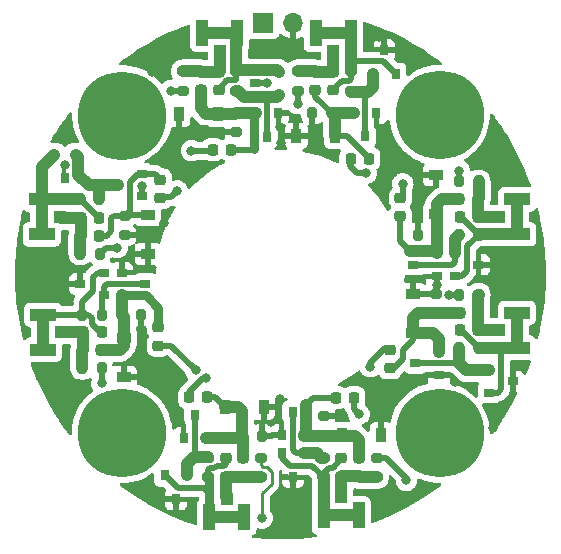
<source format=gtl>
%TF.GenerationSoftware,KiCad,Pcbnew,6.0.6-3a73a75311~116~ubuntu20.04.1*%
%TF.CreationDate,2022-09-22T10:25:09+01:00*%
%TF.ProjectId,UFOPulse,55464f50-756c-4736-952e-6b696361645f,rev?*%
%TF.SameCoordinates,Original*%
%TF.FileFunction,Copper,L1,Top*%
%TF.FilePolarity,Positive*%
%FSLAX46Y46*%
G04 Gerber Fmt 4.6, Leading zero omitted, Abs format (unit mm)*
G04 Created by KiCad (PCBNEW 6.0.6-3a73a75311~116~ubuntu20.04.1) date 2022-09-22 10:25:09*
%MOMM*%
%LPD*%
G01*
G04 APERTURE LIST*
G04 Aperture macros list*
%AMRoundRect*
0 Rectangle with rounded corners*
0 $1 Rounding radius*
0 $2 $3 $4 $5 $6 $7 $8 $9 X,Y pos of 4 corners*
0 Add a 4 corners polygon primitive as box body*
4,1,4,$2,$3,$4,$5,$6,$7,$8,$9,$2,$3,0*
0 Add four circle primitives for the rounded corners*
1,1,$1+$1,$2,$3*
1,1,$1+$1,$4,$5*
1,1,$1+$1,$6,$7*
1,1,$1+$1,$8,$9*
0 Add four rect primitives between the rounded corners*
20,1,$1+$1,$2,$3,$4,$5,0*
20,1,$1+$1,$4,$5,$6,$7,0*
20,1,$1+$1,$6,$7,$8,$9,0*
20,1,$1+$1,$8,$9,$2,$3,0*%
G04 Aperture macros list end*
%TA.AperFunction,SMDPad,CuDef*%
%ADD10RoundRect,0.225000X0.225000X0.250000X-0.225000X0.250000X-0.225000X-0.250000X0.225000X-0.250000X0*%
%TD*%
%TA.AperFunction,SMDPad,CuDef*%
%ADD11RoundRect,0.225000X-0.250000X0.225000X-0.250000X-0.225000X0.250000X-0.225000X0.250000X0.225000X0*%
%TD*%
%TA.AperFunction,SMDPad,CuDef*%
%ADD12RoundRect,0.225000X0.250000X-0.225000X0.250000X0.225000X-0.250000X0.225000X-0.250000X-0.225000X0*%
%TD*%
%TA.AperFunction,SMDPad,CuDef*%
%ADD13RoundRect,0.225000X-0.225000X-0.250000X0.225000X-0.250000X0.225000X0.250000X-0.225000X0.250000X0*%
%TD*%
%TA.AperFunction,SMDPad,CuDef*%
%ADD14R,0.900000X1.200000*%
%TD*%
%TA.AperFunction,SMDPad,CuDef*%
%ADD15R,1.200000X0.900000*%
%TD*%
%TA.AperFunction,SMDPad,CuDef*%
%ADD16R,1.000000X1.050000*%
%TD*%
%TA.AperFunction,SMDPad,CuDef*%
%ADD17R,1.050000X2.200000*%
%TD*%
%TA.AperFunction,SMDPad,CuDef*%
%ADD18R,1.050000X1.000000*%
%TD*%
%TA.AperFunction,SMDPad,CuDef*%
%ADD19R,2.200000X1.050000*%
%TD*%
%TA.AperFunction,SMDPad,CuDef*%
%ADD20RoundRect,0.218750X-0.256250X0.218750X-0.256250X-0.218750X0.256250X-0.218750X0.256250X0.218750X0*%
%TD*%
%TA.AperFunction,SMDPad,CuDef*%
%ADD21RoundRect,0.218750X0.218750X0.256250X-0.218750X0.256250X-0.218750X-0.256250X0.218750X-0.256250X0*%
%TD*%
%TA.AperFunction,SMDPad,CuDef*%
%ADD22RoundRect,0.218750X0.256250X-0.218750X0.256250X0.218750X-0.256250X0.218750X-0.256250X-0.218750X0*%
%TD*%
%TA.AperFunction,SMDPad,CuDef*%
%ADD23RoundRect,0.218750X-0.218750X-0.256250X0.218750X-0.256250X0.218750X0.256250X-0.218750X0.256250X0*%
%TD*%
%TA.AperFunction,SMDPad,CuDef*%
%ADD24R,0.800000X0.900000*%
%TD*%
%TA.AperFunction,SMDPad,CuDef*%
%ADD25R,0.900000X0.800000*%
%TD*%
%TA.AperFunction,SMDPad,CuDef*%
%ADD26RoundRect,0.200000X-0.275000X0.200000X-0.275000X-0.200000X0.275000X-0.200000X0.275000X0.200000X0*%
%TD*%
%TA.AperFunction,SMDPad,CuDef*%
%ADD27RoundRect,0.200000X0.200000X0.275000X-0.200000X0.275000X-0.200000X-0.275000X0.200000X-0.275000X0*%
%TD*%
%TA.AperFunction,SMDPad,CuDef*%
%ADD28RoundRect,0.200000X0.275000X-0.200000X0.275000X0.200000X-0.275000X0.200000X-0.275000X-0.200000X0*%
%TD*%
%TA.AperFunction,SMDPad,CuDef*%
%ADD29RoundRect,0.200000X-0.200000X-0.275000X0.200000X-0.275000X0.200000X0.275000X-0.200000X0.275000X0*%
%TD*%
%TA.AperFunction,ComponentPad*%
%ADD30C,7.500000*%
%TD*%
%TA.AperFunction,ComponentPad*%
%ADD31R,1.700000X1.700000*%
%TD*%
%TA.AperFunction,ComponentPad*%
%ADD32O,1.700000X1.700000*%
%TD*%
%TA.AperFunction,ViaPad*%
%ADD33C,0.800000*%
%TD*%
%TA.AperFunction,Conductor*%
%ADD34C,1.000000*%
%TD*%
%TA.AperFunction,Conductor*%
%ADD35C,0.750000*%
%TD*%
%TA.AperFunction,Conductor*%
%ADD36C,0.500000*%
%TD*%
%TA.AperFunction,Conductor*%
%ADD37C,0.250000*%
%TD*%
G04 APERTURE END LIST*
D10*
%TO.P,C3,1*%
%TO.N,Net-(C3-Pad1)*%
X136375000Y-94600000D03*
%TO.P,C3,2*%
%TO.N,TRIG3*%
X134825000Y-94600000D03*
%TD*%
D11*
%TO.P,C4,1*%
%TO.N,Net-(C4-Pad1)*%
X133800000Y-88025000D03*
%TO.P,C4,2*%
%TO.N,Net-(C3-Pad1)*%
X133800000Y-89575000D03*
%TD*%
D12*
%TO.P,C5,1*%
%TO.N,Net-(C5-Pad1)*%
X150700000Y-100250000D03*
%TO.P,C5,2*%
%TO.N,TRIG5*%
X150700000Y-98700000D03*
%TD*%
D10*
%TO.P,C6,1*%
%TO.N,Net-(C6-Pad1)*%
X157250000Y-98800000D03*
%TO.P,C6,2*%
%TO.N,Net-(C5-Pad1)*%
X155700000Y-98800000D03*
%TD*%
D13*
%TO.P,C7,1*%
%TO.N,Net-(C7-Pad1)*%
X145225000Y-115600000D03*
%TO.P,C7,2*%
%TO.N,TRIG7*%
X146775000Y-115600000D03*
%TD*%
D10*
%TO.P,C9,1*%
%TO.N,Net-(C10-Pad2)*%
X134360000Y-115570000D03*
%TO.P,C9,2*%
%TO.N,TRIG0*%
X132810000Y-115570000D03*
%TD*%
D12*
%TO.P,C10,1*%
%TO.N,Net-(C10-Pad1)*%
X137400000Y-122300000D03*
%TO.P,C10,2*%
%TO.N,Net-(C10-Pad2)*%
X137400000Y-120750000D03*
%TD*%
D11*
%TO.P,C11,1*%
%TO.N,Net-(C11-Pad1)*%
X130370000Y-97155000D03*
%TO.P,C11,2*%
%TO.N,TRIG2*%
X130370000Y-98705000D03*
%TD*%
D13*
%TO.P,C12,1*%
%TO.N,Net-(C12-Pad1)*%
X123625000Y-101900000D03*
%TO.P,C12,2*%
%TO.N,Net-(C11-Pad1)*%
X125175000Y-101900000D03*
%TD*%
D11*
%TO.P,C14,1*%
%TO.N,Net-(C14-Pad1)*%
X143500000Y-88025000D03*
%TO.P,C14,2*%
%TO.N,Net-(C13-Pad1)*%
X143500000Y-89575000D03*
%TD*%
D12*
%TO.P,C15,1*%
%TO.N,Net-(C15-Pad1)*%
X149820000Y-113100000D03*
%TO.P,C15,2*%
%TO.N,TRIG6*%
X149820000Y-111550000D03*
%TD*%
D10*
%TO.P,C16,1*%
%TO.N,Net-(C16-Pad1)*%
X157275000Y-108400000D03*
%TO.P,C16,2*%
%TO.N,Net-(C15-Pad1)*%
X155725000Y-108400000D03*
%TD*%
D14*
%TO.P,D3,1,K*%
%TO.N,GND*%
X131950000Y-91600000D03*
%TO.P,D3,2,A*%
%TO.N,Net-(C3-Pad1)*%
X135250000Y-91600000D03*
%TD*%
D15*
%TO.P,D5,1,K*%
%TO.N,GND*%
X153700000Y-96750000D03*
%TO.P,D5,2,A*%
%TO.N,Net-(C5-Pad1)*%
X153700000Y-100050000D03*
%TD*%
D14*
%TO.P,D7,1,K*%
%TO.N,GND*%
X149050000Y-118800000D03*
%TO.P,D7,2,A*%
%TO.N,Net-(C7-Pad1)*%
X145750000Y-118800000D03*
%TD*%
%TO.P,D9,1,K*%
%TO.N,GND*%
X139120000Y-116390000D03*
%TO.P,D9,2,A*%
%TO.N,Net-(C10-Pad2)*%
X135820000Y-116390000D03*
%TD*%
D15*
%TO.P,D11,1,K*%
%TO.N,GND*%
X129310000Y-103450000D03*
%TO.P,D11,2,A*%
%TO.N,Net-(C11-Pad1)*%
X129310000Y-100150000D03*
%TD*%
D14*
%TO.P,D13,1,K*%
%TO.N,GND*%
X141890000Y-93440000D03*
%TO.P,D13,2,A*%
%TO.N,Net-(C13-Pad1)*%
X145190000Y-93440000D03*
%TD*%
D15*
%TO.P,D15,1,K*%
%TO.N,GND*%
X151760000Y-106850000D03*
%TO.P,D15,2,A*%
%TO.N,Net-(C15-Pad1)*%
X151760000Y-110150000D03*
%TD*%
D16*
%TO.P,J2,1,In*%
%TO.N,Net-(C4-Pad1)*%
X135400000Y-86219999D03*
D17*
%TO.P,J2,2,Ext*%
%TO.N,Net-(J2-Pad2)*%
X136875000Y-84694999D03*
X133925000Y-84694999D03*
%TD*%
D18*
%TO.P,J3,1,In*%
%TO.N,Net-(C6-Pad1)*%
X159070000Y-100290000D03*
D19*
%TO.P,J3,2,Ext*%
%TO.N,Net-(J3-Pad2)*%
X160595000Y-101765000D03*
X160595000Y-98815000D03*
%TD*%
D16*
%TO.P,J4,1,In*%
%TO.N,Net-(C8-Pad1)*%
X145700000Y-124050000D03*
D17*
%TO.P,J4,2,Ext*%
%TO.N,Net-(J4-Pad2)*%
X144225000Y-125575000D03*
X147175000Y-125575000D03*
%TD*%
D16*
%TO.P,J5,1,In*%
%TO.N,Net-(C10-Pad1)*%
X136000000Y-124150000D03*
D17*
%TO.P,J5,2,Ext*%
%TO.N,Net-(J5-Pad2)*%
X134525000Y-125675000D03*
X137475000Y-125675000D03*
%TD*%
D18*
%TO.P,J6,1,In*%
%TO.N,Net-(C12-Pad1)*%
X121850000Y-100300000D03*
D19*
%TO.P,J6,2,Ext*%
%TO.N,Net-(J6-Pad2)*%
X120325000Y-98825000D03*
X120325000Y-101775000D03*
%TD*%
D16*
%TO.P,J7,1,In*%
%TO.N,Net-(C14-Pad1)*%
X145010001Y-86230000D03*
D17*
%TO.P,J7,2,Ext*%
%TO.N,Net-(J7-Pad2)*%
X143535001Y-84705000D03*
X146485001Y-84705000D03*
%TD*%
D18*
%TO.P,J8,1,In*%
%TO.N,Net-(C16-Pad1)*%
X159050000Y-109900000D03*
D19*
%TO.P,J8,2,Ext*%
%TO.N,Net-(J8-Pad2)*%
X160575000Y-108425000D03*
X160575000Y-111375000D03*
%TD*%
D20*
%TO.P,L2,1,1*%
%TO.N,Net-(C4-Pad1)*%
X135299999Y-88012500D03*
%TO.P,L2,2,2*%
%TO.N,Net-(J2-Pad2)*%
X135299999Y-89587500D03*
%TD*%
D21*
%TO.P,L3,1,1*%
%TO.N,Net-(C6-Pad1)*%
X157287500Y-100300000D03*
%TO.P,L3,2,2*%
%TO.N,Net-(J3-Pad2)*%
X155712500Y-100300000D03*
%TD*%
D22*
%TO.P,L4,1,1*%
%TO.N,Net-(C8-Pad1)*%
X145700000Y-122287500D03*
%TO.P,L4,2,2*%
%TO.N,Net-(J4-Pad2)*%
X145700000Y-120712500D03*
%TD*%
%TO.P,L5,1,1*%
%TO.N,Net-(C10-Pad1)*%
X135900000Y-122299998D03*
%TO.P,L5,2,2*%
%TO.N,Net-(J5-Pad2)*%
X135900000Y-120724998D03*
%TD*%
D23*
%TO.P,L6,1,1*%
%TO.N,Net-(C12-Pad1)*%
X123612500Y-100400000D03*
%TO.P,L6,2,2*%
%TO.N,Net-(J6-Pad2)*%
X125187500Y-100400000D03*
%TD*%
D20*
%TO.P,L7,1,1*%
%TO.N,Net-(C14-Pad1)*%
X145000000Y-88012500D03*
%TO.P,L7,2,2*%
%TO.N,Net-(J7-Pad2)*%
X145000000Y-89587500D03*
%TD*%
D24*
%TO.P,Q3,1,B*%
%TO.N,GND*%
X140350000Y-91500000D03*
%TO.P,Q3,2,E*%
%TO.N,Net-(C3-Pad1)*%
X138450000Y-91500000D03*
%TO.P,Q3,3,C*%
%TO.N,Net-(Q3-Pad3)*%
X139400000Y-93500000D03*
%TD*%
D25*
%TO.P,Q4,1,B*%
%TO.N,Net-(Q3-Pad3)*%
X140400000Y-89950000D03*
%TO.P,Q4,2,E*%
%TO.N,Net-(J2-Pad2)*%
X140400000Y-88050000D03*
%TO.P,Q4,3,C*%
%TO.N,GND*%
X138400000Y-89000000D03*
%TD*%
%TO.P,Q5,1,B*%
%TO.N,GND*%
X153800000Y-105290000D03*
%TO.P,Q5,2,E*%
%TO.N,Net-(C5-Pad1)*%
X153800000Y-103390000D03*
%TO.P,Q5,3,C*%
%TO.N,Net-(Q5-Pad3)*%
X151800000Y-104340000D03*
%TD*%
%TO.P,Q6,1,B*%
%TO.N,Net-(Q5-Pad3)*%
X155300000Y-103390000D03*
%TO.P,Q6,2,E*%
%TO.N,Net-(J3-Pad2)*%
X155300000Y-105290000D03*
%TO.P,Q6,3,C*%
%TO.N,GND*%
X157300000Y-104340000D03*
%TD*%
D24*
%TO.P,Q7,1,B*%
%TO.N,GND*%
X140650000Y-118799999D03*
%TO.P,Q7,2,E*%
%TO.N,Net-(C7-Pad1)*%
X142550000Y-118799999D03*
%TO.P,Q7,3,C*%
%TO.N,Net-(Q7-Pad3)*%
X141600000Y-116799999D03*
%TD*%
%TO.P,Q8,1,B*%
%TO.N,Net-(Q7-Pad3)*%
X142550000Y-120300000D03*
%TO.P,Q8,2,E*%
%TO.N,Net-(J4-Pad2)*%
X140650000Y-120300000D03*
%TO.P,Q8,3,C*%
%TO.N,GND*%
X141600000Y-122300000D03*
%TD*%
%TO.P,Q9,1,B*%
%TO.N,GND*%
X132370000Y-119060000D03*
%TO.P,Q9,2,E*%
%TO.N,Net-(C10-Pad2)*%
X134270000Y-119060000D03*
%TO.P,Q9,3,C*%
%TO.N,Net-(Q10-Pad1)*%
X133320000Y-117060000D03*
%TD*%
%TO.P,Q10,1,B*%
%TO.N,Net-(Q10-Pad1)*%
X132640000Y-122180000D03*
%TO.P,Q10,2,E*%
%TO.N,Net-(J5-Pad2)*%
X130740000Y-122180000D03*
%TO.P,Q10,3,C*%
%TO.N,GND*%
X131690000Y-124180000D03*
%TD*%
D25*
%TO.P,Q11,1,B*%
%TO.N,GND*%
X128790000Y-98570000D03*
%TO.P,Q11,2,E*%
%TO.N,Net-(C11-Pad1)*%
X128790000Y-96670000D03*
%TO.P,Q11,3,C*%
%TO.N,Net-(Q11-Pad3)*%
X126790000Y-97620000D03*
%TD*%
D24*
%TO.P,Q12,1,B*%
%TO.N,Net-(Q11-Pad3)*%
X123250000Y-95040000D03*
%TO.P,Q12,2,E*%
%TO.N,Net-(J6-Pad2)*%
X121350000Y-95040000D03*
%TO.P,Q12,3,C*%
%TO.N,GND*%
X122300000Y-97040000D03*
%TD*%
%TO.P,Q13,1,B*%
%TO.N,GND*%
X148670000Y-91480000D03*
%TO.P,Q13,2,E*%
%TO.N,Net-(C13-Pad1)*%
X146770000Y-91480000D03*
%TO.P,Q13,3,C*%
%TO.N,Net-(Q13-Pad3)*%
X147720000Y-93480000D03*
%TD*%
%TO.P,Q14,1,B*%
%TO.N,Net-(Q13-Pad3)*%
X148390000Y-88210000D03*
%TO.P,Q14,2,E*%
%TO.N,Net-(J7-Pad2)*%
X150290000Y-88210000D03*
%TO.P,Q14,3,C*%
%TO.N,GND*%
X149340000Y-86210000D03*
%TD*%
D25*
%TO.P,Q15,1,B*%
%TO.N,GND*%
X153960000Y-113650000D03*
%TO.P,Q15,2,E*%
%TO.N,Net-(C15-Pad1)*%
X153960000Y-111750000D03*
%TO.P,Q15,3,C*%
%TO.N,Net-(Q15-Pad3)*%
X151960000Y-112700000D03*
%TD*%
%TO.P,Q16,1,B*%
%TO.N,Net-(Q15-Pad3)*%
X158210000Y-113280000D03*
%TO.P,Q16,2,E*%
%TO.N,Net-(J8-Pad2)*%
X158210000Y-115180000D03*
%TO.P,Q16,3,C*%
%TO.N,GND*%
X160210000Y-114230000D03*
%TD*%
D26*
%TO.P,R4,1*%
%TO.N,Net-(C4-Pad1)*%
X132300000Y-87975000D03*
%TO.P,R4,2*%
%TO.N,VCC*%
X132300000Y-89625000D03*
%TD*%
%TO.P,R5,1*%
%TO.N,Net-(C3-Pad1)*%
X136800000Y-91475000D03*
%TO.P,R5,2*%
%TO.N,GND*%
X136800000Y-93125000D03*
%TD*%
%TO.P,R6,1*%
%TO.N,Net-(J2-Pad2)*%
X136800001Y-87975000D03*
%TO.P,R6,2*%
%TO.N,Net-(Q3-Pad3)*%
X136800001Y-89625000D03*
%TD*%
D27*
%TO.P,R7,1*%
%TO.N,Net-(C6-Pad1)*%
X157325000Y-97300000D03*
%TO.P,R7,2*%
%TO.N,VCC*%
X155675000Y-97300000D03*
%TD*%
%TO.P,R8,1*%
%TO.N,Net-(C5-Pad1)*%
X153800000Y-101800000D03*
%TO.P,R8,2*%
%TO.N,GND*%
X152150000Y-101800000D03*
%TD*%
%TO.P,R9,1*%
%TO.N,Net-(J3-Pad2)*%
X157350000Y-101800000D03*
%TO.P,R9,2*%
%TO.N,Net-(Q5-Pad3)*%
X155700000Y-101800000D03*
%TD*%
D28*
%TO.P,R10,1*%
%TO.N,Net-(C8-Pad1)*%
X148700001Y-122325000D03*
%TO.P,R10,2*%
%TO.N,VCC*%
X148700001Y-120675000D03*
%TD*%
%TO.P,R11,1*%
%TO.N,Net-(C7-Pad1)*%
X144200000Y-118825000D03*
%TO.P,R11,2*%
%TO.N,GND*%
X144200000Y-117175000D03*
%TD*%
%TO.P,R12,1*%
%TO.N,Net-(J4-Pad2)*%
X144200000Y-122325000D03*
%TO.P,R12,2*%
%TO.N,Net-(Q7-Pad3)*%
X144200000Y-120675000D03*
%TD*%
%TO.P,R13,1*%
%TO.N,Net-(C10-Pad1)*%
X138900000Y-122325000D03*
%TO.P,R13,2*%
%TO.N,VCC*%
X138900000Y-120675000D03*
%TD*%
D29*
%TO.P,R14,1*%
%TO.N,Net-(C10-Pad2)*%
X137315000Y-118820000D03*
%TO.P,R14,2*%
%TO.N,GND*%
X138965000Y-118820000D03*
%TD*%
%TO.P,R16,1*%
%TO.N,Net-(C12-Pad1)*%
X123600000Y-103400000D03*
%TO.P,R16,2*%
%TO.N,VCC*%
X125250000Y-103400000D03*
%TD*%
D26*
%TO.P,R17,1*%
%TO.N,Net-(C11-Pad1)*%
X127370000Y-100200000D03*
%TO.P,R17,2*%
%TO.N,GND*%
X127370000Y-101850000D03*
%TD*%
D29*
%TO.P,R18,1*%
%TO.N,Net-(J6-Pad2)*%
X123550000Y-98800000D03*
%TO.P,R18,2*%
%TO.N,Net-(Q11-Pad3)*%
X125200000Y-98800000D03*
%TD*%
D26*
%TO.P,R19,1*%
%TO.N,Net-(C14-Pad1)*%
X142000000Y-87975000D03*
%TO.P,R19,2*%
%TO.N,VCC*%
X142000000Y-89625000D03*
%TD*%
D27*
%TO.P,R20,1*%
%TO.N,Net-(C13-Pad1)*%
X144875000Y-91500000D03*
%TO.P,R20,2*%
%TO.N,GND*%
X143225000Y-91500000D03*
%TD*%
D26*
%TO.P,R21,1*%
%TO.N,Net-(J7-Pad2)*%
X146500000Y-87975000D03*
%TO.P,R21,2*%
%TO.N,Net-(Q13-Pad3)*%
X146500000Y-89625000D03*
%TD*%
D27*
%TO.P,R22,1*%
%TO.N,Net-(C16-Pad1)*%
X157325000Y-106900000D03*
%TO.P,R22,2*%
%TO.N,VCC*%
X155675000Y-106900000D03*
%TD*%
D28*
%TO.P,R23,1*%
%TO.N,Net-(C15-Pad1)*%
X153700000Y-108440000D03*
%TO.P,R23,2*%
%TO.N,GND*%
X153700000Y-106790000D03*
%TD*%
D27*
%TO.P,R24,1*%
%TO.N,Net-(J8-Pad2)*%
X157325000Y-111400000D03*
%TO.P,R24,2*%
%TO.N,Net-(Q15-Pad3)*%
X155675000Y-111400000D03*
%TD*%
D29*
%TO.P,R3,1*%
%TO.N,Net-(J1-Pad2)*%
X123778388Y-108574160D03*
%TO.P,R3,2*%
%TO.N,Net-(Q1-Pad3)*%
X125428388Y-108574160D03*
%TD*%
D25*
%TO.P,Q1,1,B*%
%TO.N,GND*%
X127103388Y-105024159D03*
%TO.P,Q1,2,E*%
%TO.N,Net-(C1-Pad1)*%
X127103388Y-106924159D03*
%TO.P,Q1,3,C*%
%TO.N,Net-(Q1-Pad3)*%
X129103388Y-105974159D03*
%TD*%
D23*
%TO.P,L1,1,1*%
%TO.N,Net-(C2-Pad1)*%
X123815888Y-110074160D03*
%TO.P,L1,2,2*%
%TO.N,Net-(J1-Pad2)*%
X125390888Y-110074160D03*
%TD*%
D13*
%TO.P,C2,1*%
%TO.N,Net-(C2-Pad1)*%
X123803387Y-111574159D03*
%TO.P,C2,2*%
%TO.N,Net-(C1-Pad1)*%
X125353387Y-111574159D03*
%TD*%
D18*
%TO.P,J1,1,In*%
%TO.N,Net-(C2-Pad1)*%
X121965520Y-110065454D03*
D19*
%TO.P,J1,2,Ext*%
%TO.N,Net-(J1-Pad2)*%
X120440520Y-111540454D03*
X120440520Y-108590454D03*
%TD*%
D15*
%TO.P,D1,1,K*%
%TO.N,GND*%
X127300000Y-113850000D03*
%TO.P,D1,2,A*%
%TO.N,Net-(C1-Pad1)*%
X127300000Y-110550000D03*
%TD*%
D11*
%TO.P,C1,1*%
%TO.N,Net-(C1-Pad1)*%
X130200000Y-109650000D03*
%TO.P,C1,2*%
%TO.N,TRIG1*%
X130200000Y-111200000D03*
%TD*%
D25*
%TO.P,Q2,1,B*%
%TO.N,Net-(Q1-Pad3)*%
X125603388Y-106924159D03*
%TO.P,Q2,2,E*%
%TO.N,Net-(J1-Pad2)*%
X125603388Y-105024159D03*
%TO.P,Q2,3,C*%
%TO.N,GND*%
X123603388Y-105974159D03*
%TD*%
D29*
%TO.P,R1,1*%
%TO.N,Net-(C2-Pad1)*%
X123753387Y-113074159D03*
%TO.P,R1,2*%
%TO.N,VCC*%
X125403387Y-113074159D03*
%TD*%
D10*
%TO.P,C13,1*%
%TO.N,Net-(C13-Pad1)*%
X148040000Y-95380000D03*
%TO.P,C13,2*%
%TO.N,TRIG4*%
X146490000Y-95380000D03*
%TD*%
D29*
%TO.P,R2,1*%
%TO.N,Net-(C1-Pad1)*%
X127103388Y-108574160D03*
%TO.P,R2,2*%
%TO.N,GND*%
X128753388Y-108574160D03*
%TD*%
D28*
%TO.P,R15,1*%
%TO.N,Net-(J5-Pad2)*%
X134400000Y-122350000D03*
%TO.P,R15,2*%
%TO.N,Net-(Q10-Pad1)*%
X134400000Y-120700000D03*
%TD*%
D12*
%TO.P,C8,1*%
%TO.N,Net-(C8-Pad1)*%
X147199999Y-122275000D03*
%TO.P,C8,2*%
%TO.N,Net-(C7-Pad1)*%
X147199999Y-120725000D03*
%TD*%
D21*
%TO.P,L8,1,1*%
%TO.N,Net-(C16-Pad1)*%
X157287501Y-109900000D03*
%TO.P,L8,2,2*%
%TO.N,Net-(J8-Pad2)*%
X155712501Y-109900000D03*
%TD*%
D30*
%TO.P,H4,1*%
%TO.N,N/C*%
X127130000Y-118570000D03*
%TD*%
%TO.P,H3,1*%
%TO.N,N/C*%
X154010000Y-118560000D03*
%TD*%
%TO.P,H2,1*%
%TO.N,N/C*%
X154010000Y-91700000D03*
%TD*%
%TO.P,H1,1*%
%TO.N,N/C*%
X127150000Y-91720000D03*
%TD*%
D31*
%TO.P,J10,1,Pin_1*%
%TO.N,VCC*%
X139105000Y-83870000D03*
D32*
%TO.P,J10,2,Pin_2*%
%TO.N,GND*%
X141645000Y-83870000D03*
%TD*%
D33*
%TO.N,GND*%
X158550000Y-118160000D03*
X120400000Y-106000000D03*
X118800000Y-104900000D03*
X161600000Y-103800000D03*
X140620000Y-94010000D03*
X122370000Y-93060000D03*
X121900000Y-104800000D03*
X145800000Y-117100000D03*
X133760000Y-93160000D03*
X151900000Y-86600000D03*
X130600000Y-85700000D03*
X130660000Y-100840000D03*
X128779312Y-97719312D03*
X159900000Y-95200000D03*
X140500000Y-92700000D03*
X157500000Y-94700000D03*
X161700000Y-105900000D03*
X150800000Y-95110000D03*
X143460000Y-93400000D03*
X159600000Y-105800000D03*
X122260000Y-95890000D03*
X132170000Y-93510000D03*
X129520000Y-124170000D03*
X159500000Y-103700000D03*
X128650000Y-123440000D03*
X140500000Y-126700000D03*
X148990000Y-98010000D03*
X148900000Y-85100000D03*
X128000000Y-87000000D03*
X150200000Y-124700000D03*
X156750000Y-114780000D03*
X130620000Y-95140000D03*
X153800000Y-106040000D03*
X121600000Y-114300000D03*
X155340000Y-114250000D03*
X160500000Y-96300000D03*
X129860000Y-113960000D03*
X158860000Y-116770000D03*
X123280000Y-115610000D03*
X149520000Y-94950000D03*
X129700000Y-88000000D03*
X146900000Y-114070000D03*
X140470000Y-115740000D03*
X139430000Y-89000000D03*
X122290000Y-117190000D03*
X120300000Y-103800000D03*
X141800000Y-126800000D03*
%TO.N,TRIG1*%
X133350000Y-113290000D03*
%TO.N,TRIG3*%
X133000000Y-94700000D03*
%TO.N,TRIG5*%
X150900000Y-97500000D03*
%TO.N,TRIG7*%
X147200000Y-117000000D03*
%TO.N,TRIG0*%
X134200000Y-113900000D03*
%TO.N,TRIG2*%
X131800000Y-98100000D03*
%TO.N,TRIG4*%
X147800000Y-96600000D03*
%TO.N,TRIG6*%
X148150000Y-112980000D03*
%TO.N,VCC*%
X155700000Y-96400000D03*
X151200000Y-122600000D03*
X154800000Y-106900000D03*
X125400000Y-114400000D03*
X139001042Y-125801040D03*
X131300000Y-89600000D03*
X142000000Y-90700000D03*
X126700000Y-102900000D03*
%TD*%
D34*
%TO.N,Net-(C1-Pad1)*%
X127103388Y-108574160D02*
X127300000Y-108770772D01*
D35*
X130200000Y-108000000D02*
X129149160Y-106949160D01*
D34*
X127103388Y-106924160D02*
X127103388Y-108574160D01*
X126925841Y-111574159D02*
X125353388Y-111574159D01*
X127300000Y-108770772D02*
X127300000Y-110550000D01*
X127300000Y-111200000D02*
X126925841Y-111574159D01*
X127103388Y-106924159D02*
X127103388Y-106924160D01*
D35*
X127128389Y-106949160D02*
X127103388Y-106924159D01*
D34*
X127300000Y-110550000D02*
X127300000Y-111200000D01*
D35*
X130200000Y-109650000D02*
X130200000Y-108000000D01*
X129149160Y-106949160D02*
X127128389Y-106949160D01*
D34*
%TO.N,Net-(C2-Pad1)*%
X123803387Y-111574159D02*
X123753387Y-111624159D01*
X123753387Y-111624159D02*
X123753387Y-113074159D01*
X123807182Y-110065454D02*
X121965519Y-110065454D01*
X123803387Y-110086660D02*
X123803387Y-111574159D01*
X123815887Y-110074160D02*
X123807182Y-110065454D01*
X123815887Y-110074160D02*
X123803387Y-110086660D01*
D36*
%TO.N,Net-(C3-Pad1)*%
X136375000Y-94600000D02*
X138250000Y-94600000D01*
D34*
X136800000Y-91475000D02*
X138425000Y-91475000D01*
D35*
X138275000Y-91675000D02*
X138275000Y-94575000D01*
D34*
X133800000Y-89575000D02*
X133800000Y-91100000D01*
X134250000Y-91550000D02*
X134800000Y-91550000D01*
X134800000Y-91550000D02*
X136725000Y-91550000D01*
X138425000Y-91475000D02*
X138450000Y-91500000D01*
X136725000Y-91550000D02*
X136800000Y-91475000D01*
X133800000Y-91100000D02*
X134250000Y-91550000D01*
D36*
X138250000Y-94600000D02*
X138275000Y-94575000D01*
D35*
X138450000Y-91500000D02*
X138275000Y-91675000D01*
D34*
%TO.N,Net-(C4-Pad1)*%
X132300000Y-87975000D02*
X133750000Y-87975000D01*
X135287500Y-88025000D02*
X135300000Y-88012500D01*
X135400001Y-86220000D02*
X135400000Y-87912500D01*
X135400000Y-87912500D02*
X135300000Y-88012500D01*
X133750000Y-87975000D02*
X133800000Y-88025000D01*
X133800000Y-88025000D02*
X135287500Y-88025000D01*
D36*
%TO.N,Net-(C5-Pad1)*%
X150700000Y-100250000D02*
X150700000Y-102247380D01*
D34*
X153800000Y-103390000D02*
X153610000Y-103200000D01*
X154200000Y-98800000D02*
X153799999Y-99200000D01*
X153800000Y-101800000D02*
X153800000Y-103390000D01*
X153799999Y-99200000D02*
X153799999Y-99800000D01*
D36*
X150753849Y-102453849D02*
X151500000Y-103200000D01*
D34*
X153799999Y-99800000D02*
X153800000Y-101800000D01*
X155700000Y-98800000D02*
X154200000Y-98800000D01*
X153610000Y-103200000D02*
X151500000Y-103200000D01*
D36*
X150700000Y-102247380D02*
X150753849Y-102453849D01*
D34*
%TO.N,Net-(C6-Pad1)*%
X157325000Y-98725000D02*
X157250000Y-98800000D01*
X157250000Y-100262500D02*
X157287500Y-100300000D01*
X157250000Y-98800000D02*
X157250000Y-100262500D01*
X159060000Y-100299999D02*
X159070000Y-100290000D01*
X157287500Y-100300000D02*
X159060000Y-100299999D01*
X157325000Y-97300000D02*
X157325000Y-98725000D01*
%TO.N,Net-(C7-Pad1)*%
X147200000Y-120725000D02*
X147200000Y-119200000D01*
X142550000Y-118800001D02*
X142700002Y-118649999D01*
D36*
X145225000Y-115600000D02*
X143300000Y-115600000D01*
D34*
X146200000Y-118850000D02*
X144225000Y-118850000D01*
D36*
X143300000Y-115600000D02*
X142700002Y-116199998D01*
D34*
X144200000Y-118825000D02*
X142575000Y-118825000D01*
X142575000Y-118825000D02*
X142550000Y-118800001D01*
X142700002Y-118649999D02*
X142700002Y-116199998D01*
X146850000Y-118850000D02*
X146200000Y-118850000D01*
X144225000Y-118850000D02*
X144200000Y-118825000D01*
X147200000Y-119200000D02*
X146850000Y-118850000D01*
%TO.N,Net-(C8-Pad1)*%
X148700001Y-122325000D02*
X147250000Y-122325000D01*
X145700000Y-124050000D02*
X145700000Y-122287500D01*
X145712500Y-122275000D02*
X145700000Y-122287500D01*
X147200000Y-122275000D02*
X145712500Y-122275000D01*
X147250000Y-122325000D02*
X147200000Y-122275000D01*
D36*
%TO.N,Net-(C10-Pad2)*%
X134360000Y-115570000D02*
X135000000Y-115570000D01*
D34*
X137315000Y-116755000D02*
X136950000Y-116390000D01*
X134270000Y-119060000D02*
X137075000Y-119060000D01*
X137315000Y-118820000D02*
X137315000Y-116755000D01*
D36*
X135000000Y-115570000D02*
X135820000Y-116390000D01*
D34*
X137400000Y-118905000D02*
X137315000Y-118820000D01*
X137400000Y-120750000D02*
X137400000Y-118905000D01*
X137075000Y-119060000D02*
X137315000Y-118820000D01*
X136950000Y-116390000D02*
X135820000Y-116390000D01*
%TO.N,Net-(C10-Pad1)*%
X135900000Y-124050001D02*
X136000000Y-124150000D01*
X137425000Y-122325000D02*
X137400000Y-122300000D01*
X137400000Y-122300000D02*
X135900001Y-122300000D01*
X135900000Y-122299999D02*
X135900000Y-124050001D01*
X138900000Y-122325000D02*
X137425000Y-122325000D01*
X135900001Y-122300000D02*
X135900000Y-122299999D01*
D36*
%TO.N,Net-(C11-Pad1)*%
X129310000Y-100150000D02*
X127420000Y-100150000D01*
X125820000Y-101900000D02*
X126210000Y-101510000D01*
X128440000Y-96670000D02*
X127770000Y-97340000D01*
X126410000Y-100200000D02*
X127370000Y-100200000D01*
X127770000Y-97340000D02*
X127770000Y-99800000D01*
X127770000Y-99800000D02*
X127370000Y-100200000D01*
X129930000Y-96670000D02*
X128790000Y-96670000D01*
X126210000Y-100400000D02*
X126410000Y-100200000D01*
X128790000Y-96670000D02*
X128440000Y-96670000D01*
X130400000Y-97140000D02*
X129930000Y-96670000D01*
X126210000Y-101510000D02*
X126210000Y-100400000D01*
X125175000Y-101900000D02*
X125820000Y-101900000D01*
X127420000Y-100150000D02*
X127370000Y-100200000D01*
D34*
%TO.N,Net-(C12-Pad1)*%
X121950000Y-100400000D02*
X121850000Y-100300000D01*
X123625000Y-101900000D02*
X123625000Y-100412500D01*
X123625000Y-100412500D02*
X123612500Y-100400000D01*
X123600000Y-103400000D02*
X123600000Y-101925000D01*
X123625000Y-100400000D02*
X121950000Y-100400000D01*
X123600000Y-101925000D02*
X123625000Y-101900000D01*
D36*
%TO.N,Net-(C13-Pad1)*%
X147970000Y-95240000D02*
X146170000Y-93440000D01*
X147975000Y-95240000D02*
X147970000Y-95240000D01*
D34*
X146770000Y-91480000D02*
X144895000Y-91480000D01*
X145190000Y-91815000D02*
X144875000Y-91500000D01*
D36*
X143500000Y-90125000D02*
X144875000Y-91500000D01*
D34*
X144895000Y-91480000D02*
X144875000Y-91500000D01*
D36*
X146170000Y-93440000D02*
X145190000Y-93440000D01*
X143500000Y-89575000D02*
X143500000Y-90125000D01*
D34*
X145190000Y-93440000D02*
X145190000Y-91815000D01*
%TO.N,Net-(C14-Pad1)*%
X145000000Y-86240000D02*
X145010000Y-86230000D01*
X144987500Y-88025000D02*
X145000000Y-88012501D01*
X142000000Y-87975000D02*
X143450000Y-87975001D01*
X143450000Y-87975001D02*
X143500000Y-88025000D01*
X143500000Y-88025000D02*
X144987500Y-88025000D01*
X145000000Y-88012501D02*
X145000000Y-86240000D01*
%TO.N,Net-(C15-Pad1)*%
X155725000Y-108400000D02*
X153740000Y-108400000D01*
D36*
X150910000Y-111610000D02*
X151760000Y-110760000D01*
D34*
X153960000Y-110650000D02*
X153460000Y-110150000D01*
X151760000Y-108880000D02*
X152200000Y-108440000D01*
X153740000Y-108400000D02*
X153700000Y-108440000D01*
D36*
X150170000Y-113100000D02*
X150910000Y-112360000D01*
X151760000Y-110760000D02*
X151760000Y-110150000D01*
D34*
X153460000Y-110150000D02*
X151760000Y-110150000D01*
D36*
X149820000Y-113100000D02*
X150170000Y-113100000D01*
D34*
X151760000Y-110150000D02*
X151760000Y-108880000D01*
X152200000Y-108440000D02*
X153700000Y-108440000D01*
D36*
X150910000Y-112360000D02*
X150910000Y-111610000D01*
D34*
X153960000Y-111750000D02*
X153960000Y-110650000D01*
%TO.N,Net-(C16-Pad1)*%
X157287500Y-109900000D02*
X159050000Y-109900000D01*
X157275000Y-108400000D02*
X157275000Y-106950000D01*
X157275000Y-106950000D02*
X157325000Y-106900000D01*
X157287500Y-108412500D02*
X157275000Y-108400000D01*
X157287500Y-109900000D02*
X157287500Y-108412500D01*
D36*
%TO.N,GND*%
X138400000Y-89000000D02*
X139430000Y-89000000D01*
X128790000Y-98570000D02*
X128790000Y-97730000D01*
X128790000Y-97730000D02*
X128779312Y-97719312D01*
%TO.N,Net-(J1-Pad2)*%
X124578378Y-109378378D02*
X125274160Y-110074160D01*
X125075841Y-105024159D02*
X124700000Y-105400000D01*
X123778388Y-107521612D02*
X123778388Y-108574160D01*
X124700000Y-105400000D02*
X124700000Y-106600000D01*
X123778388Y-108574160D02*
X120456814Y-108574160D01*
X125274160Y-110074160D02*
X125390888Y-110074160D01*
X124700000Y-106600000D02*
X123778388Y-107521612D01*
D34*
X120440520Y-108590454D02*
X120440520Y-111540454D01*
D36*
X125603388Y-105024159D02*
X125075841Y-105024159D01*
X123778388Y-108574160D02*
X124274160Y-108574160D01*
X125390888Y-110074160D02*
X125278388Y-110074160D01*
X120456814Y-108574160D02*
X120440520Y-108590454D01*
X124274160Y-108574160D02*
X124578378Y-108878378D01*
X124578378Y-108878378D02*
X124578378Y-109378378D01*
%TO.N,Net-(J2-Pad2)*%
X136800000Y-88674990D02*
X136800000Y-87974999D01*
D34*
X133925000Y-84695000D02*
X136875000Y-84695000D01*
D36*
X135299999Y-89433272D02*
X136058282Y-88674990D01*
D34*
X136800000Y-84770000D02*
X136875000Y-84695000D01*
X136800001Y-84769998D02*
X136875000Y-84694999D01*
X136800001Y-87975000D02*
X136800001Y-84769998D01*
D36*
X135300000Y-89587500D02*
X135299999Y-89433272D01*
D34*
X136874512Y-87900489D02*
X136800001Y-87975000D01*
X140250489Y-87900489D02*
X136874512Y-87900489D01*
D36*
X136058282Y-88674990D02*
X136800000Y-88674990D01*
D34*
X140400000Y-88050000D02*
X140250489Y-87900489D01*
D36*
%TO.N,Net-(J3-Pad2)*%
X155920000Y-105290000D02*
X156360000Y-104850000D01*
D34*
X160595000Y-101765000D02*
X157385000Y-101765000D01*
D36*
X156360000Y-102790000D02*
X157350000Y-101800000D01*
X156360000Y-104850000D02*
X156360000Y-102790000D01*
X155850000Y-100300000D02*
X157350000Y-101800000D01*
D34*
X157385000Y-101765000D02*
X157350000Y-101800000D01*
D36*
X155300000Y-105290000D02*
X155920000Y-105290000D01*
D34*
X160595000Y-98815000D02*
X160595000Y-101765000D01*
D36*
%TO.N,Net-(J4-Pad2)*%
X144974990Y-121525010D02*
X144693507Y-121525010D01*
X140650000Y-120300000D02*
X140650000Y-120700000D01*
X144200000Y-122018517D02*
X144200000Y-122325000D01*
X140650000Y-120700000D02*
X141320000Y-121370000D01*
D34*
X144225000Y-125575000D02*
X147175000Y-125575000D01*
X144175000Y-122300000D02*
X144200000Y-122325000D01*
D36*
X145700000Y-120800000D02*
X144974990Y-121525010D01*
D34*
X144200000Y-122325000D02*
X144200001Y-125550000D01*
D36*
X141320000Y-121370000D02*
X143245000Y-121370000D01*
X144693507Y-121525010D02*
X144200000Y-122018517D01*
X145700000Y-120712500D02*
X145700000Y-120800000D01*
X143245000Y-121370000D02*
X144200000Y-122325000D01*
D34*
X144200001Y-125550000D02*
X144225000Y-125575000D01*
D35*
%TO.N,Net-(J5-Pad2)*%
X134525000Y-123635000D02*
X134525000Y-122475000D01*
D36*
X130920000Y-122310000D02*
X131830000Y-123220000D01*
X135900000Y-120724999D02*
X135900000Y-121200000D01*
X134549990Y-121550010D02*
X134400000Y-121700000D01*
X135900000Y-121200000D02*
X135750011Y-121349989D01*
X131830000Y-123220000D02*
X134110000Y-123220000D01*
X134110000Y-123220000D02*
X134525000Y-123635000D01*
X135750011Y-121349989D02*
X135144265Y-121349989D01*
X135144265Y-121349989D02*
X134944244Y-121550010D01*
X134944244Y-121550010D02*
X134549990Y-121550010D01*
X134400000Y-121700000D02*
X134400000Y-122350000D01*
D35*
X134525000Y-125675000D02*
X134525000Y-123635000D01*
D34*
X134525000Y-125675000D02*
X137475000Y-125675000D01*
D35*
X134525000Y-122475000D02*
X134400000Y-122350000D01*
D34*
%TO.N,Net-(J6-Pad2)*%
X120325000Y-101775000D02*
X120325000Y-98825000D01*
X120325000Y-98825000D02*
X120325000Y-96065000D01*
D36*
X123600000Y-98800000D02*
X123550000Y-98800000D01*
X125187500Y-100400000D02*
X125187500Y-100387500D01*
D34*
X120325000Y-98825000D02*
X123525000Y-98825000D01*
X123525000Y-98825000D02*
X123550000Y-98800000D01*
D36*
X125187500Y-100387500D02*
X123600000Y-98800000D01*
D34*
X120325000Y-96065000D02*
X121350000Y-95040000D01*
%TO.N,Net-(J7-Pad2)*%
X146485001Y-84705000D02*
X146485001Y-87204999D01*
D36*
X150290000Y-88210000D02*
X150290000Y-88160000D01*
D34*
X146485001Y-87204999D02*
X146485001Y-87960001D01*
D36*
X146580489Y-87109511D02*
X146485001Y-87204999D01*
X145725010Y-88774990D02*
X146325010Y-88774990D01*
D34*
X146485001Y-87960001D02*
X146500000Y-87975000D01*
X146485000Y-84705000D02*
X143535000Y-84705000D01*
D36*
X145000000Y-89500000D02*
X145725010Y-88774990D01*
X146325010Y-88774990D02*
X146500000Y-88600000D01*
X145000000Y-89587500D02*
X145000000Y-89500000D01*
X150290000Y-88160000D02*
X149239511Y-87109511D01*
X149239511Y-87109511D02*
X146580489Y-87109511D01*
X146500000Y-88600000D02*
X146500000Y-87975000D01*
D34*
%TO.N,Net-(J8-Pad2)*%
X159230000Y-111400000D02*
X160550000Y-111400000D01*
X157325000Y-111400000D02*
X159230000Y-111400000D01*
D36*
X155712500Y-109900000D02*
X155800000Y-109900000D01*
X155712501Y-109900000D02*
X155825000Y-109900000D01*
X155825000Y-109900000D02*
X157325000Y-111400000D01*
X158920000Y-115180000D02*
X159230000Y-114870000D01*
D34*
X160550000Y-111400000D02*
X160575000Y-111375000D01*
D36*
X159230000Y-114870000D02*
X159230000Y-111400000D01*
X158210000Y-115180000D02*
X158920000Y-115180000D01*
D34*
X160575000Y-111375000D02*
X160575000Y-108425000D01*
D36*
%TO.N,Net-(Q1-Pad3)*%
X129103388Y-105974159D02*
X125825841Y-105974159D01*
X125825841Y-105974159D02*
X125603388Y-106196612D01*
X125603388Y-106196612D02*
X125603388Y-106924159D01*
X125428388Y-108574160D02*
X125428388Y-107099159D01*
X125428388Y-107099159D02*
X125603388Y-106924159D01*
%TO.N,Net-(Q3-Pad3)*%
X139400000Y-90140000D02*
X139410000Y-90130000D01*
D34*
X140220000Y-90130000D02*
X140400000Y-89950000D01*
X139410000Y-90130000D02*
X140220000Y-90130000D01*
X136925000Y-89625000D02*
X137430000Y-90130000D01*
X136800001Y-89625000D02*
X136925000Y-89625000D01*
D36*
X139400000Y-93500000D02*
X139400000Y-90140000D01*
D34*
X137430000Y-90130000D02*
X139410000Y-90130000D01*
D36*
%TO.N,Net-(Q5-Pad3)*%
X155060000Y-104340000D02*
X155300000Y-104100000D01*
X155300000Y-104100000D02*
X155300000Y-103390000D01*
D34*
X155700000Y-101800000D02*
X155300000Y-102200000D01*
D36*
X151800000Y-104340000D02*
X155060000Y-104340000D01*
D34*
X155300000Y-102200000D02*
X155300000Y-103390000D01*
%TO.N,Net-(Q7-Pad3)*%
X143600000Y-120300000D02*
X142550000Y-120300000D01*
X143975000Y-120675000D02*
X143600000Y-120300000D01*
D36*
X141900000Y-120300000D02*
X142550000Y-120300000D01*
X141600000Y-116800001D02*
X141600000Y-120000000D01*
D34*
X144200000Y-120675000D02*
X143975000Y-120675000D01*
D36*
X141600000Y-120000000D02*
X141900000Y-120300000D01*
D34*
%TO.N,Net-(Q10-Pad1)*%
X133219510Y-120600490D02*
X134400000Y-120600490D01*
D36*
X133320000Y-120500000D02*
X133219510Y-120600490D01*
D34*
X132640000Y-122180000D02*
X132640000Y-121180000D01*
X132640000Y-121180000D02*
X133219510Y-120600490D01*
D36*
X133320000Y-117060000D02*
X133320000Y-120500000D01*
D34*
%TO.N,Net-(Q11-Pad3)*%
X124299511Y-97620000D02*
X123399511Y-96720000D01*
X123399511Y-95189511D02*
X123250000Y-95040000D01*
X125090000Y-97620000D02*
X124299511Y-97620000D01*
X125200000Y-98800000D02*
X125200000Y-97730000D01*
X123399511Y-96720000D02*
X123399511Y-95189511D01*
X125200000Y-97730000D02*
X125090000Y-97620000D01*
X126790000Y-97620000D02*
X125090000Y-97620000D01*
%TO.N,Net-(Q13-Pad3)*%
X148390000Y-89260000D02*
X147925490Y-89724510D01*
D36*
X147720000Y-93480000D02*
X147720000Y-89930000D01*
X147720000Y-89930000D02*
X147925490Y-89724510D01*
D34*
X148390000Y-88210000D02*
X148390000Y-89260000D01*
X147925490Y-89724510D02*
X146500000Y-89724510D01*
D36*
%TO.N,Net-(Q15-Pad3)*%
X151960000Y-112700000D02*
X155710000Y-112700000D01*
D34*
X156290000Y-113280000D02*
X158210000Y-113280000D01*
D36*
X155710000Y-112700000D02*
X156290000Y-113280000D01*
D34*
X155675000Y-112665000D02*
X156290000Y-113280000D01*
X155675000Y-111400000D02*
X155675000Y-112665000D01*
D36*
%TO.N,TRIG1*%
X131300000Y-111200000D02*
X130200000Y-111200000D01*
X133350000Y-113250000D02*
X131300000Y-111200000D01*
X133350000Y-113290000D02*
X133350000Y-113250000D01*
%TO.N,TRIG3*%
X133000000Y-94700000D02*
X134725000Y-94700000D01*
X134725000Y-94700000D02*
X134825000Y-94600000D01*
%TO.N,TRIG5*%
X150900000Y-97500000D02*
X150900000Y-98500000D01*
X150900000Y-98500000D02*
X150700000Y-98700000D01*
%TO.N,TRIG7*%
X146775000Y-115600000D02*
X146775000Y-116575000D01*
X146775000Y-116575000D02*
X147200000Y-117000000D01*
%TO.N,TRIG0*%
X132810000Y-115090000D02*
X132810000Y-115570000D01*
X134000000Y-113900000D02*
X132810000Y-115090000D01*
X134200000Y-113900000D02*
X134000000Y-113900000D01*
%TO.N,TRIG2*%
X130650000Y-98600000D02*
X130400000Y-98850000D01*
X131800000Y-98100000D02*
X131300000Y-98600000D01*
X131300000Y-98600000D02*
X130650000Y-98600000D01*
%TO.N,TRIG4*%
X147800000Y-96600000D02*
X147000000Y-96600000D01*
X146425000Y-96025000D02*
X146425000Y-95445000D01*
X146425000Y-95445000D02*
X146490000Y-95380000D01*
X147000000Y-96600000D02*
X146425000Y-96025000D01*
%TO.N,TRIG6*%
X148150000Y-112650000D02*
X149400000Y-111400000D01*
X148150000Y-112980000D02*
X148150000Y-112650000D01*
%TO.N,VCC*%
X125403387Y-113074159D02*
X125403387Y-114396613D01*
D37*
X139800000Y-121900000D02*
X139800000Y-122900000D01*
D36*
X125403387Y-114396613D02*
X125400000Y-114400000D01*
X125750000Y-102900000D02*
X126700000Y-102900000D01*
X125250000Y-103400000D02*
X125750000Y-102900000D01*
X148700001Y-120675000D02*
X149475000Y-120675000D01*
X151200000Y-122400000D02*
X151200000Y-122600000D01*
D37*
X139099990Y-121499990D02*
X139399990Y-121499990D01*
X139399990Y-121499990D02*
X139800000Y-121900000D01*
X139800000Y-122900000D02*
X139001042Y-123698958D01*
D36*
X142000000Y-89625000D02*
X142000000Y-90700000D01*
X155675000Y-96425000D02*
X155700000Y-96400000D01*
D37*
X139001042Y-123698958D02*
X139001042Y-125801040D01*
D36*
X132300000Y-89625000D02*
X131325000Y-89625000D01*
X149475000Y-120675000D02*
X151200000Y-122400000D01*
X155675000Y-97300000D02*
X155675000Y-96425000D01*
X155675000Y-106900000D02*
X154800000Y-106900000D01*
X131325000Y-89625000D02*
X131300000Y-89600000D01*
D37*
X138900000Y-120675000D02*
X138900000Y-121300000D01*
X138900000Y-121300000D02*
X139099990Y-121499990D01*
%TD*%
%TA.AperFunction,Conductor*%
%TO.N,GND*%
G36*
X140642012Y-121765147D02*
G01*
X140648595Y-121771276D01*
X140655095Y-121777776D01*
X140689121Y-121840088D01*
X140692000Y-121866871D01*
X140692000Y-122027885D01*
X140696475Y-122043124D01*
X140697865Y-122044329D01*
X140705548Y-122046000D01*
X140945617Y-122046000D01*
X141002918Y-122059783D01*
X141053808Y-122085769D01*
X141060916Y-122087508D01*
X141066559Y-122089607D01*
X141072322Y-122091524D01*
X141078950Y-122094622D01*
X141086112Y-122096112D01*
X141086113Y-122096112D01*
X141150412Y-122109486D01*
X141154696Y-122110456D01*
X141225610Y-122127808D01*
X141231212Y-122128156D01*
X141231215Y-122128156D01*
X141236764Y-122128500D01*
X141236762Y-122128536D01*
X141240755Y-122128775D01*
X141244947Y-122129149D01*
X141252115Y-122130640D01*
X141329520Y-122128546D01*
X141332928Y-122128500D01*
X142878629Y-122128500D01*
X142946750Y-122148502D01*
X142967724Y-122165405D01*
X143135955Y-122333636D01*
X143169981Y-122395948D01*
X143172381Y-122411748D01*
X143178913Y-122486413D01*
X143180631Y-122492325D01*
X143186497Y-122512517D01*
X143191500Y-122547670D01*
X143191501Y-123491946D01*
X143191501Y-124426860D01*
X143191500Y-124426866D01*
X143191500Y-125488151D01*
X143190763Y-125501761D01*
X143186677Y-125539368D01*
X143187214Y-125545504D01*
X143191021Y-125589033D01*
X143191500Y-125600012D01*
X143191500Y-126723134D01*
X143198255Y-126785316D01*
X143249385Y-126921705D01*
X143336739Y-127038261D01*
X143453295Y-127125615D01*
X143461704Y-127128767D01*
X143461705Y-127128768D01*
X143542293Y-127158979D01*
X143599058Y-127201620D01*
X143623758Y-127268182D01*
X143608551Y-127337531D01*
X143558265Y-127387649D01*
X143513856Y-127401967D01*
X142898289Y-127479731D01*
X142893040Y-127480283D01*
X142217392Y-127537019D01*
X141959531Y-127558672D01*
X141954273Y-127559003D01*
X141148772Y-127592763D01*
X141018335Y-127598230D01*
X141013059Y-127598341D01*
X140076263Y-127598341D01*
X140070987Y-127598230D01*
X139940550Y-127592763D01*
X139135049Y-127559003D01*
X139129791Y-127558672D01*
X138686239Y-127521426D01*
X138240747Y-127484017D01*
X138174538Y-127458385D01*
X138132698Y-127401027D01*
X138128510Y-127330154D01*
X138163304Y-127268268D01*
X138207061Y-127240477D01*
X138238295Y-127228768D01*
X138238296Y-127228767D01*
X138246705Y-127225615D01*
X138363261Y-127138261D01*
X138450615Y-127021705D01*
X138501745Y-126885316D01*
X138508500Y-126823134D01*
X138508500Y-126770246D01*
X138528502Y-126702125D01*
X138582158Y-126655632D01*
X138652432Y-126645528D01*
X138685749Y-126655140D01*
X138712715Y-126667146D01*
X138712721Y-126667148D01*
X138718754Y-126669834D01*
X138812155Y-126689687D01*
X138899098Y-126708168D01*
X138899103Y-126708168D01*
X138905555Y-126709540D01*
X139096529Y-126709540D01*
X139102981Y-126708168D01*
X139102986Y-126708168D01*
X139189929Y-126689687D01*
X139283330Y-126669834D01*
X139289361Y-126667149D01*
X139451764Y-126594843D01*
X139451766Y-126594842D01*
X139457794Y-126592158D01*
X139612295Y-126479906D01*
X139624252Y-126466626D01*
X139735663Y-126342892D01*
X139735664Y-126342891D01*
X139740082Y-126337984D01*
X139835569Y-126172596D01*
X139894584Y-125990968D01*
X139914546Y-125801040D01*
X139894584Y-125611112D01*
X139835569Y-125429484D01*
X139740082Y-125264096D01*
X139666905Y-125182825D01*
X139636189Y-125118819D01*
X139634542Y-125098516D01*
X139634542Y-124013552D01*
X139654544Y-123945431D01*
X139671447Y-123924457D01*
X140192247Y-123403657D01*
X140200537Y-123396113D01*
X140207018Y-123392000D01*
X140253659Y-123342332D01*
X140256413Y-123339491D01*
X140276134Y-123319770D01*
X140278612Y-123316575D01*
X140286318Y-123307553D01*
X140308905Y-123283500D01*
X140316586Y-123275321D01*
X140326346Y-123257568D01*
X140337199Y-123241045D01*
X140344753Y-123231306D01*
X140349613Y-123225041D01*
X140367176Y-123184457D01*
X140372383Y-123173827D01*
X140393695Y-123135060D01*
X140395666Y-123127383D01*
X140395668Y-123127378D01*
X140398732Y-123115442D01*
X140405138Y-123096730D01*
X140410033Y-123085419D01*
X140413181Y-123078145D01*
X140414421Y-123070317D01*
X140414423Y-123070310D01*
X140420099Y-123034476D01*
X140422505Y-123022856D01*
X140431528Y-122987711D01*
X140431528Y-122987710D01*
X140433500Y-122980030D01*
X140433500Y-122959776D01*
X140435051Y-122940065D01*
X140436980Y-122927886D01*
X140438220Y-122920057D01*
X140434059Y-122876038D01*
X140433500Y-122864181D01*
X140433500Y-122794669D01*
X140692001Y-122794669D01*
X140692371Y-122801490D01*
X140697895Y-122852352D01*
X140701521Y-122867604D01*
X140746676Y-122988054D01*
X140755214Y-123003649D01*
X140831715Y-123105724D01*
X140844276Y-123118285D01*
X140946351Y-123194786D01*
X140961946Y-123203324D01*
X141082394Y-123248478D01*
X141097649Y-123252105D01*
X141148514Y-123257631D01*
X141155328Y-123258000D01*
X141327885Y-123258000D01*
X141343124Y-123253525D01*
X141344329Y-123252135D01*
X141346000Y-123244452D01*
X141346000Y-123239884D01*
X141854000Y-123239884D01*
X141858475Y-123255123D01*
X141859865Y-123256328D01*
X141867548Y-123257999D01*
X142044669Y-123257999D01*
X142051490Y-123257629D01*
X142102352Y-123252105D01*
X142117604Y-123248479D01*
X142238054Y-123203324D01*
X142253649Y-123194786D01*
X142355724Y-123118285D01*
X142368285Y-123105724D01*
X142444786Y-123003649D01*
X142453324Y-122988054D01*
X142498478Y-122867606D01*
X142502105Y-122852351D01*
X142507631Y-122801486D01*
X142508000Y-122794672D01*
X142508000Y-122572115D01*
X142503525Y-122556876D01*
X142502135Y-122555671D01*
X142494452Y-122554000D01*
X141872115Y-122554000D01*
X141856876Y-122558475D01*
X141855671Y-122559865D01*
X141854000Y-122567548D01*
X141854000Y-123239884D01*
X141346000Y-123239884D01*
X141346000Y-122572115D01*
X141341525Y-122556876D01*
X141340135Y-122555671D01*
X141332452Y-122554000D01*
X140710116Y-122554000D01*
X140694877Y-122558475D01*
X140693672Y-122559865D01*
X140692001Y-122567548D01*
X140692001Y-122794669D01*
X140433500Y-122794669D01*
X140433500Y-121978768D01*
X140434027Y-121967585D01*
X140435702Y-121960092D01*
X140433562Y-121892001D01*
X140433500Y-121888044D01*
X140433500Y-121860371D01*
X140453502Y-121792250D01*
X140507158Y-121745757D01*
X140577432Y-121735653D01*
X140642012Y-121765147D01*
G37*
%TD.AperFunction*%
%TA.AperFunction,Conductor*%
G36*
X129769174Y-122010343D02*
G01*
X129817848Y-122062028D01*
X129831500Y-122119070D01*
X129831500Y-122678134D01*
X129838255Y-122740316D01*
X129889385Y-122876705D01*
X129976739Y-122993261D01*
X130093295Y-123080615D01*
X130229684Y-123131745D01*
X130291866Y-123138500D01*
X130623629Y-123138500D01*
X130691750Y-123158502D01*
X130712724Y-123175405D01*
X130840135Y-123302816D01*
X130874161Y-123365128D01*
X130869096Y-123435943D01*
X130851866Y-123467477D01*
X130845212Y-123476356D01*
X130836676Y-123491946D01*
X130791522Y-123612394D01*
X130787895Y-123627649D01*
X130782369Y-123678514D01*
X130782000Y-123685328D01*
X130782000Y-123907885D01*
X130786475Y-123923124D01*
X130787865Y-123924329D01*
X130795548Y-123926000D01*
X131517302Y-123926000D01*
X131559571Y-123933605D01*
X131563808Y-123935769D01*
X131570924Y-123937510D01*
X131576573Y-123939611D01*
X131582319Y-123941523D01*
X131588950Y-123944622D01*
X131596112Y-123946112D01*
X131596113Y-123946112D01*
X131660412Y-123959486D01*
X131664696Y-123960456D01*
X131735610Y-123977808D01*
X131741212Y-123978156D01*
X131741215Y-123978156D01*
X131746764Y-123978500D01*
X131746762Y-123978536D01*
X131750755Y-123978775D01*
X131754947Y-123979149D01*
X131762115Y-123980640D01*
X131839520Y-123978546D01*
X131842928Y-123978500D01*
X133515500Y-123978500D01*
X133583621Y-123998502D01*
X133630114Y-124052158D01*
X133641500Y-124104500D01*
X133641500Y-124163411D01*
X133621498Y-124231532D01*
X133616326Y-124238975D01*
X133549385Y-124328295D01*
X133498255Y-124464684D01*
X133491500Y-124526866D01*
X133491500Y-126289327D01*
X133471498Y-126357448D01*
X133417842Y-126403941D01*
X133347568Y-126414045D01*
X133324063Y-126408318D01*
X132880823Y-126253966D01*
X132707250Y-126193522D01*
X132702326Y-126191691D01*
X131831310Y-125846831D01*
X131826445Y-125844786D01*
X130970656Y-125463765D01*
X130965881Y-125461518D01*
X130126805Y-125044996D01*
X130122128Y-125042551D01*
X129452951Y-124674669D01*
X130782001Y-124674669D01*
X130782371Y-124681490D01*
X130787895Y-124732352D01*
X130791521Y-124747604D01*
X130836676Y-124868054D01*
X130845214Y-124883649D01*
X130921715Y-124985724D01*
X130934276Y-124998285D01*
X131036351Y-125074786D01*
X131051946Y-125083324D01*
X131172394Y-125128478D01*
X131187649Y-125132105D01*
X131238514Y-125137631D01*
X131245328Y-125138000D01*
X131417885Y-125138000D01*
X131433124Y-125133525D01*
X131434329Y-125132135D01*
X131436000Y-125124452D01*
X131436000Y-125119884D01*
X131944000Y-125119884D01*
X131948475Y-125135123D01*
X131949865Y-125136328D01*
X131957548Y-125137999D01*
X132134669Y-125137999D01*
X132141490Y-125137629D01*
X132192352Y-125132105D01*
X132207604Y-125128479D01*
X132328054Y-125083324D01*
X132343649Y-125074786D01*
X132445724Y-124998285D01*
X132458285Y-124985724D01*
X132534786Y-124883649D01*
X132543324Y-124868054D01*
X132588478Y-124747606D01*
X132592105Y-124732351D01*
X132597631Y-124681486D01*
X132598000Y-124674672D01*
X132598000Y-124452115D01*
X132593525Y-124436876D01*
X132592135Y-124435671D01*
X132584452Y-124434000D01*
X131962115Y-124434000D01*
X131946876Y-124438475D01*
X131945671Y-124439865D01*
X131944000Y-124447548D01*
X131944000Y-125119884D01*
X131436000Y-125119884D01*
X131436000Y-124452115D01*
X131431525Y-124436876D01*
X131430135Y-124435671D01*
X131422452Y-124434000D01*
X130800116Y-124434000D01*
X130784877Y-124438475D01*
X130783672Y-124439865D01*
X130782001Y-124447548D01*
X130782001Y-124674669D01*
X129452951Y-124674669D01*
X129301214Y-124591251D01*
X129296644Y-124588612D01*
X129046098Y-124436876D01*
X128495357Y-124103335D01*
X128490923Y-124100521D01*
X127710659Y-123582115D01*
X127706325Y-123579103D01*
X126989461Y-123058270D01*
X126946107Y-123002048D01*
X126940032Y-122931312D01*
X126973163Y-122868520D01*
X127034983Y-122833608D01*
X127069457Y-122830474D01*
X127127031Y-122833189D01*
X127130000Y-122833329D01*
X127531215Y-122814408D01*
X127794687Y-122776911D01*
X127925932Y-122758232D01*
X127925935Y-122758231D01*
X127928868Y-122757814D01*
X127931743Y-122757124D01*
X127931747Y-122757123D01*
X128316550Y-122664740D01*
X128316557Y-122664738D01*
X128319431Y-122664048D01*
X128699436Y-122533943D01*
X129065511Y-122368654D01*
X129068082Y-122367188D01*
X129068087Y-122367185D01*
X129238048Y-122270241D01*
X129414406Y-122169648D01*
X129633049Y-122015983D01*
X129700284Y-121993178D01*
X129769174Y-122010343D01*
G37*
%TD.AperFunction*%
%TA.AperFunction,Conductor*%
G36*
X149909282Y-122184300D02*
G01*
X149924834Y-122197515D01*
X150250281Y-122522962D01*
X150284307Y-122585274D01*
X150285897Y-122600063D01*
X150286496Y-122600000D01*
X150303127Y-122758232D01*
X150306458Y-122789928D01*
X150365473Y-122971556D01*
X150368776Y-122977278D01*
X150368777Y-122977279D01*
X150398414Y-123028611D01*
X150460960Y-123136944D01*
X150465378Y-123141851D01*
X150465379Y-123141852D01*
X150561386Y-123248479D01*
X150588747Y-123278866D01*
X150680535Y-123345554D01*
X150736511Y-123386223D01*
X150743248Y-123391118D01*
X150749276Y-123393802D01*
X150749278Y-123393803D01*
X150807999Y-123419947D01*
X150917712Y-123468794D01*
X151011113Y-123488647D01*
X151098056Y-123507128D01*
X151098061Y-123507128D01*
X151104513Y-123508500D01*
X151295487Y-123508500D01*
X151301939Y-123507128D01*
X151301944Y-123507128D01*
X151388887Y-123488647D01*
X151482288Y-123468794D01*
X151592001Y-123419947D01*
X151650722Y-123393803D01*
X151650724Y-123393802D01*
X151656752Y-123391118D01*
X151663490Y-123386223D01*
X151719465Y-123345554D01*
X151811253Y-123278866D01*
X151838614Y-123248479D01*
X151934621Y-123141852D01*
X151934622Y-123141851D01*
X151939040Y-123136944D01*
X152001586Y-123028611D01*
X152031223Y-122977279D01*
X152031224Y-122977278D01*
X152034527Y-122971556D01*
X152093542Y-122789928D01*
X152096874Y-122758232D01*
X152112814Y-122606565D01*
X152113504Y-122600000D01*
X152111768Y-122583484D01*
X152124540Y-122513647D01*
X152173041Y-122461800D01*
X152241874Y-122444405D01*
X152288929Y-122455477D01*
X152440564Y-122523943D01*
X152820569Y-122654048D01*
X152823443Y-122654738D01*
X152823450Y-122654740D01*
X153208253Y-122747123D01*
X153208257Y-122747124D01*
X153211132Y-122747814D01*
X153214065Y-122748231D01*
X153214068Y-122748232D01*
X153281396Y-122757814D01*
X153608785Y-122804408D01*
X153911822Y-122818699D01*
X153988944Y-122822336D01*
X154010000Y-122823329D01*
X154012969Y-122823189D01*
X154012973Y-122823189D01*
X154031070Y-122822336D01*
X154100056Y-122839108D01*
X154149024Y-122890515D01*
X154162425Y-122960236D01*
X154136006Y-123026133D01*
X154111066Y-123050129D01*
X153616435Y-123409500D01*
X153382997Y-123579103D01*
X153378663Y-123582115D01*
X152598399Y-124100521D01*
X152593965Y-124103335D01*
X152043224Y-124436876D01*
X151792678Y-124588612D01*
X151788108Y-124591251D01*
X150967194Y-125042551D01*
X150962517Y-125044996D01*
X150123441Y-125461518D01*
X150118666Y-125463765D01*
X149262877Y-125844786D01*
X149258012Y-125846831D01*
X148386996Y-126191691D01*
X148382093Y-126193514D01*
X148375931Y-126195660D01*
X148305023Y-126199171D01*
X148243472Y-126163787D01*
X148210822Y-126100744D01*
X148208500Y-126076667D01*
X148208500Y-124426866D01*
X148201745Y-124364684D01*
X148150615Y-124228295D01*
X148063261Y-124111739D01*
X147946705Y-124024385D01*
X147810316Y-123973255D01*
X147748134Y-123966500D01*
X146834500Y-123966500D01*
X146766379Y-123946498D01*
X146719886Y-123892842D01*
X146708500Y-123840500D01*
X146708500Y-123409500D01*
X146728502Y-123341379D01*
X146782158Y-123294886D01*
X146834500Y-123283500D01*
X146916607Y-123283500D01*
X146954706Y-123289398D01*
X147039306Y-123316235D01*
X147044597Y-123316828D01*
X147049698Y-123318388D01*
X147142311Y-123327795D01*
X147143431Y-123327915D01*
X147193227Y-123333500D01*
X147196756Y-123333500D01*
X147197739Y-123333555D01*
X147203426Y-123334003D01*
X147223683Y-123336060D01*
X147240336Y-123337752D01*
X147240339Y-123337752D01*
X147246463Y-123338374D01*
X147292112Y-123334059D01*
X147303969Y-123333500D01*
X148749770Y-123333500D01*
X148752826Y-123333200D01*
X148752833Y-123333200D01*
X148811341Y-123327463D01*
X148896834Y-123319080D01*
X148902735Y-123317298D01*
X148902737Y-123317298D01*
X148995145Y-123289398D01*
X149086170Y-123261916D01*
X149143740Y-123231306D01*
X149209794Y-123196185D01*
X149231264Y-123187204D01*
X149268700Y-123175472D01*
X149415382Y-123086639D01*
X149536640Y-122965381D01*
X149625473Y-122818699D01*
X149629569Y-122805631D01*
X149668459Y-122681531D01*
X149676754Y-122655062D01*
X149683501Y-122581635D01*
X149683501Y-122577485D01*
X149683583Y-122576940D01*
X149683633Y-122575860D01*
X149683746Y-122575865D01*
X149689134Y-122540233D01*
X149692683Y-122528768D01*
X149709383Y-122369875D01*
X149712712Y-122338204D01*
X149712712Y-122338202D01*
X149713356Y-122332075D01*
X149710257Y-122298026D01*
X149724004Y-122228375D01*
X149773225Y-122177211D01*
X149842295Y-122160781D01*
X149909282Y-122184300D01*
G37*
%TD.AperFunction*%
%TA.AperFunction,Conductor*%
G36*
X128949509Y-108340162D02*
G01*
X128996002Y-108393818D01*
X129007388Y-108446160D01*
X129007388Y-109539044D01*
X129011863Y-109554283D01*
X129013253Y-109555488D01*
X129017682Y-109556451D01*
X129078972Y-109550820D01*
X129148637Y-109564506D01*
X129199844Y-109613683D01*
X129216500Y-109676292D01*
X129216500Y-109923732D01*
X129227113Y-110026019D01*
X129281244Y-110188268D01*
X129285096Y-110194492D01*
X129285096Y-110194493D01*
X129338711Y-110281133D01*
X129371248Y-110333713D01*
X129376430Y-110338886D01*
X129380975Y-110344620D01*
X129379055Y-110346142D01*
X129407545Y-110398206D01*
X129402544Y-110469026D01*
X129379118Y-110505552D01*
X129380157Y-110506372D01*
X129375619Y-110512118D01*
X129370448Y-110517298D01*
X129366608Y-110523528D01*
X129366607Y-110523529D01*
X129314651Y-110607818D01*
X129280698Y-110662899D01*
X129226851Y-110825243D01*
X129216500Y-110926268D01*
X129216500Y-111473732D01*
X129227113Y-111576019D01*
X129281244Y-111738268D01*
X129285096Y-111744492D01*
X129285096Y-111744493D01*
X129323124Y-111805945D01*
X129371248Y-111883713D01*
X129492298Y-112004552D01*
X129498528Y-112008392D01*
X129498529Y-112008393D01*
X129630766Y-112089905D01*
X129637899Y-112094302D01*
X129800243Y-112148149D01*
X129807080Y-112148849D01*
X129807082Y-112148850D01*
X129848401Y-112153083D01*
X129901268Y-112158500D01*
X130498732Y-112158500D01*
X130501978Y-112158163D01*
X130501982Y-112158163D01*
X130536083Y-112154625D01*
X130601019Y-112147887D01*
X130754726Y-112096606D01*
X130756324Y-112096073D01*
X130756326Y-112096072D01*
X130763268Y-112093756D01*
X130796419Y-112073241D01*
X130899454Y-112009482D01*
X130967906Y-111990645D01*
X131035675Y-112011807D01*
X131054851Y-112027532D01*
X132418942Y-113391623D01*
X132452968Y-113453935D01*
X132455157Y-113467548D01*
X132456458Y-113479928D01*
X132515473Y-113661556D01*
X132610960Y-113826944D01*
X132615378Y-113831851D01*
X132615379Y-113831852D01*
X132715456Y-113942999D01*
X132746174Y-114007006D01*
X132737409Y-114077460D01*
X132710915Y-114116404D01*
X132321089Y-114506230D01*
X132306677Y-114518616D01*
X132295082Y-114527149D01*
X132295077Y-114527154D01*
X132289182Y-114531492D01*
X132284443Y-114537070D01*
X132284440Y-114537073D01*
X132254965Y-114571768D01*
X132248035Y-114579284D01*
X132242340Y-114584979D01*
X132240060Y-114587861D01*
X132224719Y-114607251D01*
X132221928Y-114610655D01*
X132189677Y-114648617D01*
X132174667Y-114666285D01*
X132171339Y-114672803D01*
X132167975Y-114677846D01*
X132164806Y-114682977D01*
X132160266Y-114688716D01*
X132157166Y-114695349D01*
X132153042Y-114704171D01*
X132124863Y-114739826D01*
X132126287Y-114741248D01*
X132005448Y-114862298D01*
X132001608Y-114868528D01*
X132001607Y-114868529D01*
X131949392Y-114953238D01*
X131915698Y-115007899D01*
X131861851Y-115170243D01*
X131861151Y-115177080D01*
X131861150Y-115177082D01*
X131858678Y-115201213D01*
X131851500Y-115271268D01*
X131851500Y-115868732D01*
X131862113Y-115971019D01*
X131864295Y-115977559D01*
X131912372Y-116121661D01*
X131916244Y-116133268D01*
X131920096Y-116139492D01*
X131920096Y-116139493D01*
X131986957Y-116247539D01*
X132006248Y-116278713D01*
X132011430Y-116283886D01*
X132026037Y-116298468D01*
X132127298Y-116399552D01*
X132272899Y-116489302D01*
X132279847Y-116491607D01*
X132279848Y-116491607D01*
X132325168Y-116506639D01*
X132383527Y-116547070D01*
X132410764Y-116612634D01*
X132411500Y-116626232D01*
X132411500Y-117558134D01*
X132418255Y-117620316D01*
X132469385Y-117756705D01*
X132535016Y-117844276D01*
X132536326Y-117846024D01*
X132561174Y-117912530D01*
X132561500Y-117921589D01*
X132561500Y-119188000D01*
X132541498Y-119256121D01*
X132487842Y-119302614D01*
X132435500Y-119314000D01*
X132242000Y-119314000D01*
X132173879Y-119293998D01*
X132127386Y-119240342D01*
X132116000Y-119188000D01*
X132116000Y-118120116D01*
X132111525Y-118104877D01*
X132110135Y-118103672D01*
X132102452Y-118102001D01*
X131925331Y-118102001D01*
X131918510Y-118102371D01*
X131867648Y-118107895D01*
X131852396Y-118111521D01*
X131731946Y-118156676D01*
X131716351Y-118165214D01*
X131614276Y-118241715D01*
X131595365Y-118260626D01*
X131594409Y-118259670D01*
X131544966Y-118296634D01*
X131474147Y-118301655D01*
X131411857Y-118267590D01*
X131377871Y-118205257D01*
X131375148Y-118184483D01*
X131374548Y-118171756D01*
X131374408Y-118168785D01*
X131329255Y-117851520D01*
X131318232Y-117774068D01*
X131318231Y-117774065D01*
X131317814Y-117771132D01*
X131314722Y-117758253D01*
X131224740Y-117383450D01*
X131224738Y-117383443D01*
X131224048Y-117380569D01*
X131093943Y-117000564D01*
X130928654Y-116634489D01*
X130923945Y-116626232D01*
X130780035Y-116373932D01*
X130729648Y-116285594D01*
X130498691Y-115956976D01*
X130486978Y-115943261D01*
X130239758Y-115653804D01*
X130237833Y-115651550D01*
X130145983Y-115562541D01*
X129951529Y-115374102D01*
X129951520Y-115374094D01*
X129949390Y-115372030D01*
X129925324Y-115352749D01*
X129811424Y-115261498D01*
X129635922Y-115120894D01*
X129591530Y-115091734D01*
X129302695Y-114902005D01*
X129302685Y-114901999D01*
X129300211Y-114900374D01*
X128945237Y-114712425D01*
X128574151Y-114558716D01*
X128571328Y-114557848D01*
X128571321Y-114557845D01*
X128518850Y-114541703D01*
X128490682Y-114533038D01*
X128431455Y-114493890D01*
X128402794Y-114428936D01*
X128402469Y-114398999D01*
X128407631Y-114351483D01*
X128408000Y-114344672D01*
X128408000Y-114122115D01*
X128403525Y-114106876D01*
X128402135Y-114105671D01*
X128394452Y-114104000D01*
X127172000Y-114104000D01*
X127103879Y-114083998D01*
X127057386Y-114030342D01*
X127046000Y-113978000D01*
X127046000Y-113577885D01*
X127554000Y-113577885D01*
X127558475Y-113593124D01*
X127559865Y-113594329D01*
X127567548Y-113596000D01*
X128389884Y-113596000D01*
X128405123Y-113591525D01*
X128406328Y-113590135D01*
X128407999Y-113582452D01*
X128407999Y-113355331D01*
X128407629Y-113348510D01*
X128402105Y-113297648D01*
X128398479Y-113282396D01*
X128353324Y-113161946D01*
X128344786Y-113146351D01*
X128268285Y-113044276D01*
X128255724Y-113031715D01*
X128153649Y-112955214D01*
X128138054Y-112946676D01*
X128017606Y-112901522D01*
X128002351Y-112897895D01*
X127951486Y-112892369D01*
X127944672Y-112892000D01*
X127572115Y-112892000D01*
X127556876Y-112896475D01*
X127555671Y-112897865D01*
X127554000Y-112905548D01*
X127554000Y-113577885D01*
X127046000Y-113577885D01*
X127046000Y-112910116D01*
X127041525Y-112894877D01*
X127040135Y-112893672D01*
X127032452Y-112892001D01*
X126655331Y-112892001D01*
X126648510Y-112892371D01*
X126597648Y-112897895D01*
X126582397Y-112901521D01*
X126482116Y-112939115D01*
X126411309Y-112944298D01*
X126348940Y-112910378D01*
X126314811Y-112848122D01*
X126311886Y-112821133D01*
X126311886Y-112742525D01*
X126311237Y-112735456D01*
X126309834Y-112720184D01*
X126323521Y-112650520D01*
X126372699Y-112599314D01*
X126435306Y-112582659D01*
X126863998Y-112582659D01*
X126877605Y-112583396D01*
X126909103Y-112586818D01*
X126909108Y-112586818D01*
X126915229Y-112587483D01*
X126941479Y-112585186D01*
X126965229Y-112583109D01*
X126970055Y-112582780D01*
X126972527Y-112582659D01*
X126975610Y-112582659D01*
X126987579Y-112581485D01*
X127018347Y-112578469D01*
X127019660Y-112578347D01*
X127063925Y-112574474D01*
X127112254Y-112570246D01*
X127117373Y-112568759D01*
X127122674Y-112568239D01*
X127211675Y-112541368D01*
X127212808Y-112541033D01*
X127296255Y-112516789D01*
X127296259Y-112516787D01*
X127302177Y-112515068D01*
X127306909Y-112512615D01*
X127312010Y-112511075D01*
X127317453Y-112508181D01*
X127394101Y-112467428D01*
X127395267Y-112466816D01*
X127472294Y-112426888D01*
X127477767Y-112424051D01*
X127481930Y-112420728D01*
X127486637Y-112418225D01*
X127558759Y-112359404D01*
X127559615Y-112358713D01*
X127598814Y-112327421D01*
X127601318Y-112324917D01*
X127602036Y-112324275D01*
X127606369Y-112320574D01*
X127639903Y-112293224D01*
X127669129Y-112257896D01*
X127677118Y-112249117D01*
X127969387Y-111956848D01*
X127979517Y-111947758D01*
X128009025Y-111924032D01*
X128041292Y-111885578D01*
X128044472Y-111881931D01*
X128046115Y-111880119D01*
X128048309Y-111877925D01*
X128075642Y-111844651D01*
X128076348Y-111843800D01*
X128113295Y-111799769D01*
X128136154Y-111772526D01*
X128138722Y-111767856D01*
X128142103Y-111763739D01*
X128186015Y-111681842D01*
X128186624Y-111680720D01*
X128191319Y-111672181D01*
X128204850Y-111647568D01*
X128228466Y-111604611D01*
X128228468Y-111604606D01*
X128231433Y-111599213D01*
X128233044Y-111594135D01*
X128235563Y-111589437D01*
X128262753Y-111500502D01*
X128263136Y-111499272D01*
X128289371Y-111416570D01*
X128291235Y-111410694D01*
X128291828Y-111405403D01*
X128293388Y-111400302D01*
X128298926Y-111345778D01*
X128323455Y-111282944D01*
X128345235Y-111253884D01*
X128345236Y-111253882D01*
X128350615Y-111246705D01*
X128401745Y-111110316D01*
X128408500Y-111048134D01*
X128408500Y-110051866D01*
X128401745Y-109989684D01*
X128350615Y-109853295D01*
X128333673Y-109830689D01*
X128308826Y-109764185D01*
X128308500Y-109755126D01*
X128308500Y-109677966D01*
X128328502Y-109609845D01*
X128382158Y-109563352D01*
X128446029Y-109552495D01*
X128484973Y-109556073D01*
X128496512Y-109552685D01*
X128497717Y-109551295D01*
X128499388Y-109543612D01*
X128499388Y-108446160D01*
X128519390Y-108378039D01*
X128573046Y-108331546D01*
X128625388Y-108320160D01*
X128881388Y-108320160D01*
X128949509Y-108340162D01*
G37*
%TD.AperFunction*%
%TA.AperFunction,Conductor*%
G36*
X141089469Y-115630977D02*
G01*
X141137122Y-115683606D01*
X141148756Y-115753643D01*
X141120679Y-115818852D01*
X141067906Y-115856418D01*
X140961705Y-115896231D01*
X140961704Y-115896232D01*
X140953295Y-115899384D01*
X140836739Y-115986738D01*
X140749385Y-116103294D01*
X140698255Y-116239683D01*
X140691500Y-116301865D01*
X140691500Y-117298133D01*
X140698255Y-117360315D01*
X140749385Y-117496704D01*
X140797970Y-117561531D01*
X140816326Y-117586023D01*
X140841174Y-117652529D01*
X140841500Y-117661588D01*
X140841500Y-118927999D01*
X140821498Y-118996120D01*
X140767842Y-119042613D01*
X140715500Y-119053999D01*
X139931115Y-119053999D01*
X139880380Y-119068896D01*
X139844882Y-119074000D01*
X138837000Y-119074000D01*
X138768879Y-119053998D01*
X138722386Y-119000342D01*
X138711000Y-118948000D01*
X138711000Y-118547885D01*
X139219000Y-118547885D01*
X139223475Y-118563124D01*
X139224865Y-118564329D01*
X139232548Y-118566000D01*
X139683885Y-118566000D01*
X139734620Y-118551103D01*
X139770118Y-118545999D01*
X140377885Y-118545999D01*
X140393124Y-118541524D01*
X140394329Y-118540134D01*
X140396000Y-118532451D01*
X140396000Y-117860115D01*
X140391525Y-117844876D01*
X140390135Y-117843671D01*
X140382452Y-117842000D01*
X140205331Y-117842000D01*
X140198510Y-117842370D01*
X140147648Y-117847894D01*
X140132396Y-117851520D01*
X140011946Y-117896675D01*
X139996351Y-117905213D01*
X139894276Y-117981714D01*
X139881716Y-117994274D01*
X139854866Y-118030101D01*
X139798008Y-118072616D01*
X139727189Y-118077643D01*
X139664944Y-118043632D01*
X139610443Y-117989131D01*
X139598574Y-117979824D01*
X139464988Y-117898921D01*
X139451243Y-117892715D01*
X139301356Y-117845744D01*
X139288306Y-117843131D01*
X139233414Y-117838087D01*
X139221876Y-117841475D01*
X139220671Y-117842865D01*
X139219000Y-117850548D01*
X139219000Y-118547885D01*
X138711000Y-118547885D01*
X138711000Y-117855116D01*
X138706525Y-117839877D01*
X138705135Y-117838672D01*
X138700706Y-117837709D01*
X138641685Y-117843132D01*
X138628649Y-117845743D01*
X138487179Y-117890076D01*
X138416194Y-117891360D01*
X138355783Y-117854063D01*
X138325127Y-117790026D01*
X138323500Y-117769842D01*
X138323500Y-117584468D01*
X138343502Y-117516347D01*
X138397158Y-117469854D01*
X138467432Y-117459750D01*
X138493730Y-117466486D01*
X138552394Y-117488478D01*
X138567649Y-117492105D01*
X138618514Y-117497631D01*
X138625328Y-117498000D01*
X138847885Y-117498000D01*
X138863124Y-117493525D01*
X138864329Y-117492135D01*
X138866000Y-117484452D01*
X138866000Y-117479884D01*
X139374000Y-117479884D01*
X139378475Y-117495123D01*
X139379865Y-117496328D01*
X139387548Y-117497999D01*
X139614669Y-117497999D01*
X139621490Y-117497629D01*
X139672352Y-117492105D01*
X139687604Y-117488479D01*
X139808054Y-117443324D01*
X139823649Y-117434786D01*
X139925724Y-117358285D01*
X139938285Y-117345724D01*
X140014786Y-117243649D01*
X140023324Y-117228054D01*
X140068478Y-117107606D01*
X140072105Y-117092351D01*
X140077631Y-117041486D01*
X140078000Y-117034672D01*
X140078000Y-116662115D01*
X140073525Y-116646876D01*
X140072135Y-116645671D01*
X140064452Y-116644000D01*
X139392115Y-116644000D01*
X139376876Y-116648475D01*
X139375671Y-116649865D01*
X139374000Y-116657548D01*
X139374000Y-117479884D01*
X138866000Y-117479884D01*
X138866000Y-116262000D01*
X138886002Y-116193879D01*
X138939658Y-116147386D01*
X138992000Y-116136000D01*
X140059884Y-116136000D01*
X140075123Y-116131525D01*
X140076328Y-116130135D01*
X140077999Y-116122452D01*
X140077999Y-115741912D01*
X140079582Y-115741912D01*
X140094420Y-115678908D01*
X140145474Y-115629572D01*
X140208906Y-115615273D01*
X140451003Y-115624785D01*
X140451007Y-115624785D01*
X140452915Y-115624860D01*
X140892282Y-115615273D01*
X141020928Y-115612466D01*
X141089469Y-115630977D01*
G37*
%TD.AperFunction*%
%TA.AperFunction,Conductor*%
G36*
X147257331Y-113292775D02*
G01*
X147310035Y-113340344D01*
X147314718Y-113349232D01*
X147315473Y-113351556D01*
X147410960Y-113516944D01*
X147415378Y-113521851D01*
X147415379Y-113521852D01*
X147471294Y-113583952D01*
X147538747Y-113658866D01*
X147693248Y-113771118D01*
X147699276Y-113773802D01*
X147699278Y-113773803D01*
X147829659Y-113831852D01*
X147867712Y-113848794D01*
X147961112Y-113868647D01*
X148048056Y-113887128D01*
X148048061Y-113887128D01*
X148054513Y-113888500D01*
X148245487Y-113888500D01*
X148251939Y-113887128D01*
X148251944Y-113887128D01*
X148338888Y-113868647D01*
X148432288Y-113848794D01*
X148470341Y-113831852D01*
X148600722Y-113773803D01*
X148600724Y-113773802D01*
X148606752Y-113771118D01*
X148756827Y-113662082D01*
X148823693Y-113638224D01*
X148892845Y-113654304D01*
X148938031Y-113697715D01*
X148991248Y-113783713D01*
X148996430Y-113788886D01*
X149034554Y-113826944D01*
X149112298Y-113904552D01*
X149118528Y-113908392D01*
X149118529Y-113908393D01*
X149241540Y-113984218D01*
X149257899Y-113994302D01*
X149420243Y-114048149D01*
X149427080Y-114048849D01*
X149427082Y-114048850D01*
X149468401Y-114053083D01*
X149521268Y-114058500D01*
X150118732Y-114058500D01*
X150121978Y-114058163D01*
X150121982Y-114058163D01*
X150156083Y-114054625D01*
X150221019Y-114047887D01*
X150291184Y-114024478D01*
X150376324Y-113996073D01*
X150376326Y-113996072D01*
X150383268Y-113993756D01*
X150394949Y-113986528D01*
X150522485Y-113907606D01*
X150528713Y-113903752D01*
X150649552Y-113782702D01*
X150653552Y-113776213D01*
X150735462Y-113643331D01*
X150735463Y-113643329D01*
X150739302Y-113637101D01*
X150746643Y-113614969D01*
X150777141Y-113565540D01*
X150929457Y-113413224D01*
X150991769Y-113379198D01*
X151062584Y-113384263D01*
X151119377Y-113426753D01*
X151146739Y-113463261D01*
X151263295Y-113550615D01*
X151399684Y-113601745D01*
X151461866Y-113608500D01*
X152458134Y-113608500D01*
X152520316Y-113601745D01*
X152656705Y-113550615D01*
X152746024Y-113483674D01*
X152812530Y-113458826D01*
X152821589Y-113458500D01*
X154990074Y-113458500D01*
X155058195Y-113478502D01*
X155079169Y-113495404D01*
X155533149Y-113949383D01*
X155542251Y-113959527D01*
X155565968Y-113989025D01*
X155604456Y-114021320D01*
X155608075Y-114024478D01*
X155609890Y-114026124D01*
X155612075Y-114028309D01*
X155614455Y-114030264D01*
X155614465Y-114030273D01*
X155645236Y-114055549D01*
X155646251Y-114056391D01*
X155659906Y-114067849D01*
X155717474Y-114116154D01*
X155722148Y-114118723D01*
X155726261Y-114122102D01*
X155731698Y-114125017D01*
X155731699Y-114125018D01*
X155764713Y-114142720D01*
X155794981Y-114158949D01*
X155808047Y-114165955D01*
X155809177Y-114166568D01*
X155890787Y-114211433D01*
X155895869Y-114213045D01*
X155900563Y-114215562D01*
X155989531Y-114242762D01*
X155990559Y-114243082D01*
X156079306Y-114271235D01*
X156084602Y-114271829D01*
X156089698Y-114273387D01*
X156182257Y-114282790D01*
X156183393Y-114282911D01*
X156217008Y-114286681D01*
X156229730Y-114288108D01*
X156229734Y-114288108D01*
X156233227Y-114288500D01*
X156236754Y-114288500D01*
X156237739Y-114288555D01*
X156243419Y-114289002D01*
X156272825Y-114291989D01*
X156280337Y-114292752D01*
X156280339Y-114292752D01*
X156286462Y-114293374D01*
X156332108Y-114289059D01*
X156343967Y-114288500D01*
X157240958Y-114288500D01*
X157309079Y-114308502D01*
X157355572Y-114362158D01*
X157365676Y-114432432D01*
X157341784Y-114490065D01*
X157324615Y-114512974D01*
X157309385Y-114533295D01*
X157258255Y-114669684D01*
X157251500Y-114731866D01*
X157251500Y-115473523D01*
X157231498Y-115541644D01*
X157177842Y-115588137D01*
X157107568Y-115598241D01*
X157037815Y-115564007D01*
X156831529Y-115364102D01*
X156831520Y-115364094D01*
X156829390Y-115362030D01*
X156817806Y-115352749D01*
X156712109Y-115268070D01*
X156515922Y-115110894D01*
X156407370Y-115039589D01*
X156182695Y-114892005D01*
X156182685Y-114891999D01*
X156180211Y-114890374D01*
X155825237Y-114702425D01*
X155454151Y-114548716D01*
X155310585Y-114504549D01*
X155073085Y-114431484D01*
X155073083Y-114431484D01*
X155070247Y-114430611D01*
X155067344Y-114430010D01*
X155067337Y-114430008D01*
X154972719Y-114410414D01*
X154910070Y-114377014D01*
X154875423Y-114315045D01*
X154880288Y-114242802D01*
X154908478Y-114167605D01*
X154912105Y-114152351D01*
X154917631Y-114101486D01*
X154918000Y-114094672D01*
X154918000Y-113922115D01*
X154913525Y-113906876D01*
X154912135Y-113905671D01*
X154904452Y-113904000D01*
X153020116Y-113904000D01*
X153004877Y-113908475D01*
X153003672Y-113909865D01*
X153002001Y-113917548D01*
X153002001Y-114094669D01*
X153002371Y-114101490D01*
X153007895Y-114152352D01*
X153011522Y-114167606D01*
X153048204Y-114265457D01*
X153053387Y-114336264D01*
X153019466Y-114398633D01*
X152963470Y-114431220D01*
X152695423Y-114504549D01*
X152695413Y-114504552D01*
X152692559Y-114505333D01*
X152689795Y-114506377D01*
X152689784Y-114506381D01*
X152333556Y-114640989D01*
X152316828Y-114647310D01*
X152314161Y-114648617D01*
X152314160Y-114648617D01*
X151989748Y-114807545D01*
X151956126Y-114824016D01*
X151953591Y-114825569D01*
X151953590Y-114825570D01*
X151842402Y-114893706D01*
X151613654Y-115033883D01*
X151292452Y-115275049D01*
X150995371Y-115545371D01*
X150725049Y-115842452D01*
X150483883Y-116163654D01*
X150274016Y-116506126D01*
X150272704Y-116508805D01*
X150272703Y-116508806D01*
X150176409Y-116705367D01*
X150097310Y-116866828D01*
X150096263Y-116869598D01*
X150096262Y-116869601D01*
X149956381Y-117239784D01*
X149956377Y-117239795D01*
X149955333Y-117242559D01*
X149954552Y-117245413D01*
X149954549Y-117245423D01*
X149865165Y-117572158D01*
X149849346Y-117629984D01*
X149848837Y-117632901D01*
X149848396Y-117634873D01*
X149814013Y-117696988D01*
X149751505Y-117730654D01*
X149681202Y-117725363D01*
X149617606Y-117701522D01*
X149602351Y-117697895D01*
X149551486Y-117692369D01*
X149544672Y-117692000D01*
X149322115Y-117692000D01*
X149306876Y-117696475D01*
X149305671Y-117697865D01*
X149304000Y-117705548D01*
X149304000Y-118928000D01*
X149283998Y-118996121D01*
X149230342Y-119042614D01*
X149178000Y-119054000D01*
X148922000Y-119054000D01*
X148853879Y-119033998D01*
X148807386Y-118980342D01*
X148796000Y-118928000D01*
X148796000Y-117710116D01*
X148791525Y-117694877D01*
X148790135Y-117693672D01*
X148782452Y-117692001D01*
X148555331Y-117692001D01*
X148548510Y-117692371D01*
X148497648Y-117697895D01*
X148482396Y-117701521D01*
X148361946Y-117746676D01*
X148346351Y-117755214D01*
X148244276Y-117831715D01*
X148231715Y-117844276D01*
X148155214Y-117946351D01*
X148146676Y-117961946D01*
X148101522Y-118082394D01*
X148097895Y-118097649D01*
X148092369Y-118148514D01*
X148092000Y-118155328D01*
X148092000Y-118361238D01*
X148071998Y-118429359D01*
X148018342Y-118475852D01*
X147948068Y-118485956D01*
X147885679Y-118458318D01*
X147883721Y-118456698D01*
X147874947Y-118448713D01*
X147606855Y-118180621D01*
X147597753Y-118170478D01*
X147577897Y-118145782D01*
X147574032Y-118140975D01*
X147535578Y-118108708D01*
X147531931Y-118105528D01*
X147530119Y-118103885D01*
X147527925Y-118101691D01*
X147494647Y-118074356D01*
X147493872Y-118073712D01*
X147484771Y-118066075D01*
X147445445Y-118006968D01*
X147444317Y-117935980D01*
X147481748Y-117875652D01*
X147514513Y-117854447D01*
X147650722Y-117793803D01*
X147650724Y-117793802D01*
X147656752Y-117791118D01*
X147811253Y-117678866D01*
X147843620Y-117642919D01*
X147934621Y-117541852D01*
X147934622Y-117541851D01*
X147939040Y-117536944D01*
X148027660Y-117383450D01*
X148031223Y-117377279D01*
X148031224Y-117377278D01*
X148034527Y-117371556D01*
X148093542Y-117189928D01*
X148100839Y-117120506D01*
X148112814Y-117006565D01*
X148113504Y-117000000D01*
X148104731Y-116916525D01*
X148094232Y-116816635D01*
X148094232Y-116816633D01*
X148093542Y-116810072D01*
X148034527Y-116628444D01*
X148024675Y-116611379D01*
X147986863Y-116545888D01*
X147939040Y-116463056D01*
X147858793Y-116373932D01*
X147815675Y-116326045D01*
X147815674Y-116326044D01*
X147811253Y-116321134D01*
X147728899Y-116261300D01*
X147685545Y-116205077D01*
X147679470Y-116134341D01*
X147683367Y-116119697D01*
X147720984Y-116006285D01*
X147720984Y-116006283D01*
X147723149Y-115999757D01*
X147725424Y-115977559D01*
X147733172Y-115901930D01*
X147733500Y-115898732D01*
X147733500Y-115301268D01*
X147732717Y-115293715D01*
X147723598Y-115205837D01*
X147722887Y-115198981D01*
X147693163Y-115109889D01*
X147671073Y-115043676D01*
X147671072Y-115043674D01*
X147668756Y-115036732D01*
X147636570Y-114984719D01*
X147582606Y-114897515D01*
X147578752Y-114891287D01*
X147457702Y-114770448D01*
X147451471Y-114766607D01*
X147318331Y-114684538D01*
X147318329Y-114684537D01*
X147312101Y-114680698D01*
X147149757Y-114626851D01*
X147142920Y-114626151D01*
X147142918Y-114626150D01*
X147101599Y-114621917D01*
X147048732Y-114616500D01*
X146501268Y-114616500D01*
X146498022Y-114616837D01*
X146498018Y-114616837D01*
X146463917Y-114620375D01*
X146398981Y-114627113D01*
X146392440Y-114629295D01*
X146392441Y-114629295D01*
X146243676Y-114678927D01*
X146243674Y-114678928D01*
X146236732Y-114681244D01*
X146230508Y-114685096D01*
X146230507Y-114685096D01*
X146098787Y-114766607D01*
X146091287Y-114771248D01*
X146086114Y-114776430D01*
X146080380Y-114780975D01*
X146078858Y-114779055D01*
X146026794Y-114807545D01*
X145955974Y-114802544D01*
X145919448Y-114779118D01*
X145918628Y-114780157D01*
X145912882Y-114775619D01*
X145907702Y-114770448D01*
X145901471Y-114766607D01*
X145768331Y-114684538D01*
X145768329Y-114684537D01*
X145762101Y-114680698D01*
X145599757Y-114626851D01*
X145592919Y-114626150D01*
X145592917Y-114626150D01*
X145540547Y-114620784D01*
X145474819Y-114593942D01*
X145434038Y-114535827D01*
X145431150Y-114464889D01*
X145467072Y-114403651D01*
X145491824Y-114385505D01*
X145533513Y-114362158D01*
X145959506Y-114123591D01*
X146499564Y-113776213D01*
X147017409Y-113396514D01*
X147122114Y-113309431D01*
X147187276Y-113281252D01*
X147257331Y-113292775D01*
G37*
%TD.AperFunction*%
%TA.AperFunction,Conductor*%
G36*
X122737008Y-111093956D02*
G01*
X122783501Y-111147612D01*
X122794887Y-111199954D01*
X122794887Y-111290767D01*
X122788989Y-111328866D01*
X122762152Y-111413465D01*
X122761558Y-111418761D01*
X122760000Y-111423857D01*
X122754604Y-111476982D01*
X122750605Y-111516346D01*
X122750476Y-111517552D01*
X122744887Y-111567386D01*
X122744887Y-111570913D01*
X122744832Y-111571898D01*
X122744385Y-111577578D01*
X122740013Y-111620621D01*
X122744010Y-111662900D01*
X122744328Y-111666268D01*
X122744887Y-111678126D01*
X122744887Y-113123928D01*
X122745187Y-113126984D01*
X122745187Y-113126991D01*
X122748615Y-113161946D01*
X122759307Y-113270992D01*
X122761089Y-113276893D01*
X122761089Y-113276895D01*
X122762750Y-113282396D01*
X122816471Y-113460328D01*
X122819363Y-113465767D01*
X122882202Y-113583952D01*
X122891183Y-113605422D01*
X122902915Y-113642858D01*
X122991748Y-113789540D01*
X123113006Y-113910798D01*
X123259688Y-113999631D01*
X123266935Y-114001902D01*
X123266937Y-114001903D01*
X123322257Y-114019239D01*
X123423325Y-114050912D01*
X123496752Y-114057659D01*
X123500902Y-114057659D01*
X123501447Y-114057741D01*
X123502527Y-114057791D01*
X123502522Y-114057904D01*
X123538154Y-114063292D01*
X123549619Y-114066841D01*
X123599475Y-114072081D01*
X123740183Y-114086870D01*
X123740185Y-114086870D01*
X123746312Y-114087514D01*
X123911288Y-114072500D01*
X123937133Y-114070148D01*
X123943275Y-114069589D01*
X123949186Y-114067849D01*
X123949188Y-114067849D01*
X123966397Y-114062784D01*
X124001971Y-114057658D01*
X124010021Y-114057658D01*
X124012879Y-114057395D01*
X124012888Y-114057395D01*
X124048391Y-114054133D01*
X124083449Y-114050912D01*
X124099174Y-114045984D01*
X124239837Y-114001903D01*
X124239839Y-114001902D01*
X124247086Y-113999631D01*
X124365329Y-113928021D01*
X124433959Y-113909842D01*
X124501522Y-113931653D01*
X124546568Y-113986528D01*
X124554795Y-114057047D01*
X124550435Y-114074726D01*
X124506458Y-114210072D01*
X124505768Y-114216633D01*
X124505768Y-114216635D01*
X124500002Y-114271500D01*
X124486496Y-114400000D01*
X124487186Y-114406565D01*
X124503297Y-114559849D01*
X124506458Y-114589928D01*
X124565473Y-114771556D01*
X124568776Y-114777278D01*
X124568777Y-114777279D01*
X124583364Y-114802544D01*
X124660960Y-114936944D01*
X124664668Y-114941062D01*
X124688394Y-115007557D01*
X124672315Y-115076709D01*
X124638253Y-115115512D01*
X124574052Y-115163716D01*
X124412452Y-115285049D01*
X124115371Y-115555371D01*
X123845049Y-115852452D01*
X123603883Y-116173654D01*
X123394016Y-116516126D01*
X123392704Y-116518805D01*
X123392703Y-116518806D01*
X123336031Y-116634489D01*
X123217310Y-116876828D01*
X123216263Y-116879598D01*
X123216262Y-116879601D01*
X123076381Y-117249784D01*
X123076377Y-117249795D01*
X123075333Y-117252559D01*
X123074552Y-117255413D01*
X123074549Y-117255423D01*
X122970133Y-117637105D01*
X122970130Y-117637117D01*
X122969346Y-117639984D01*
X122900289Y-118035663D01*
X122900057Y-118038611D01*
X122874666Y-118361238D01*
X122868775Y-118436086D01*
X122870075Y-118518831D01*
X122872059Y-118645146D01*
X122853130Y-118713572D01*
X122800211Y-118760902D01*
X122730104Y-118772109D01*
X122665068Y-118743634D01*
X122645712Y-118723304D01*
X122588610Y-118648074D01*
X122350255Y-118334052D01*
X122347154Y-118329785D01*
X122327603Y-118301655D01*
X121812502Y-117560521D01*
X121809592Y-117556140D01*
X121793782Y-117531226D01*
X121532352Y-117119279D01*
X121307654Y-116765211D01*
X121304920Y-116760697D01*
X120836534Y-115949430D01*
X120833991Y-115944805D01*
X120399979Y-115114616D01*
X120397633Y-115109889D01*
X119998783Y-114262291D01*
X119996636Y-114257470D01*
X119885781Y-113993756D01*
X119633611Y-113393868D01*
X119631675Y-113388978D01*
X119630276Y-113385214D01*
X119453686Y-112910378D01*
X119391764Y-112743874D01*
X119386767Y-112673053D01*
X119420852Y-112610774D01*
X119483196Y-112576808D01*
X119509862Y-112573954D01*
X121588654Y-112573954D01*
X121650836Y-112567199D01*
X121787225Y-112516069D01*
X121903781Y-112428715D01*
X121991135Y-112312159D01*
X122042265Y-112175770D01*
X122049020Y-112113588D01*
X122049020Y-111199954D01*
X122069022Y-111131833D01*
X122122678Y-111085340D01*
X122175020Y-111073954D01*
X122668887Y-111073954D01*
X122737008Y-111093956D01*
G37*
%TD.AperFunction*%
%TA.AperFunction,Conductor*%
G36*
X160501764Y-112409237D02*
G01*
X160533262Y-112412659D01*
X160533267Y-112412659D01*
X160539388Y-112413324D01*
X160589053Y-112408979D01*
X160600034Y-112408500D01*
X161640992Y-112408500D01*
X161709113Y-112428502D01*
X161755606Y-112482158D01*
X161765710Y-112552432D01*
X161759090Y-112578420D01*
X161706369Y-112720184D01*
X161459047Y-113385214D01*
X161457647Y-113388978D01*
X161455711Y-113393868D01*
X161426541Y-113463261D01*
X161358328Y-113625531D01*
X161313490Y-113680578D01*
X161246010Y-113702646D01*
X161177312Y-113684727D01*
X161129207Y-113632513D01*
X161124191Y-113620933D01*
X161113325Y-113591948D01*
X161104786Y-113576351D01*
X161028285Y-113474276D01*
X161015724Y-113461715D01*
X160913649Y-113385214D01*
X160898054Y-113376676D01*
X160777606Y-113331522D01*
X160762351Y-113327895D01*
X160711486Y-113322369D01*
X160704672Y-113322000D01*
X160482115Y-113322000D01*
X160466876Y-113326475D01*
X160465671Y-113327865D01*
X160464000Y-113335548D01*
X160464000Y-115119884D01*
X160468475Y-115135123D01*
X160469865Y-115136328D01*
X160490783Y-115140878D01*
X160490068Y-115144165D01*
X160537189Y-115158001D01*
X160583682Y-115211657D01*
X160593786Y-115281931D01*
X160580730Y-115322374D01*
X160255331Y-115944805D01*
X160252788Y-115949430D01*
X159784402Y-116760697D01*
X159781668Y-116765211D01*
X159556970Y-117119279D01*
X159295541Y-117531226D01*
X159279730Y-117556140D01*
X159276820Y-117560521D01*
X158761719Y-118301655D01*
X158742168Y-118329785D01*
X158739066Y-118334054D01*
X158499323Y-118649904D01*
X158442205Y-118692071D01*
X158371357Y-118696664D01*
X158309273Y-118662225D01*
X158275664Y-118599687D01*
X158273022Y-118569766D01*
X158273329Y-118560000D01*
X158254408Y-118158785D01*
X158214280Y-117876829D01*
X158198232Y-117764068D01*
X158198231Y-117764065D01*
X158197814Y-117761132D01*
X158194733Y-117748297D01*
X158104740Y-117373450D01*
X158104738Y-117373443D01*
X158104048Y-117370569D01*
X157973943Y-116990564D01*
X157808654Y-116624489D01*
X157805691Y-116619293D01*
X157610409Y-116276928D01*
X157594033Y-116207846D01*
X157617605Y-116140876D01*
X157673641Y-116097282D01*
X157719857Y-116088500D01*
X158708134Y-116088500D01*
X158770316Y-116081745D01*
X158906705Y-116030615D01*
X159011313Y-115952215D01*
X159062191Y-115929483D01*
X159062338Y-115929454D01*
X159069637Y-115928860D01*
X159076602Y-115926604D01*
X159082566Y-115925412D01*
X159088417Y-115924029D01*
X159095681Y-115923182D01*
X159164327Y-115898265D01*
X159168455Y-115896848D01*
X159230936Y-115876607D01*
X159230938Y-115876606D01*
X159237899Y-115874351D01*
X159244154Y-115870555D01*
X159249628Y-115868049D01*
X159255058Y-115865330D01*
X159261937Y-115862833D01*
X159268058Y-115858820D01*
X159322976Y-115822814D01*
X159326680Y-115820477D01*
X159389107Y-115782595D01*
X159397484Y-115775197D01*
X159397508Y-115775224D01*
X159400500Y-115772571D01*
X159403733Y-115769868D01*
X159409852Y-115765856D01*
X159463128Y-115709617D01*
X159465506Y-115707175D01*
X159718911Y-115453770D01*
X159733323Y-115441384D01*
X159744918Y-115432851D01*
X159744923Y-115432846D01*
X159750818Y-115428508D01*
X159755557Y-115422930D01*
X159755560Y-115422927D01*
X159785035Y-115388232D01*
X159791965Y-115380716D01*
X159797660Y-115375021D01*
X159815281Y-115352749D01*
X159818072Y-115349345D01*
X159860591Y-115299297D01*
X159860592Y-115299295D01*
X159865333Y-115293715D01*
X159868661Y-115287199D01*
X159872028Y-115282150D01*
X159875195Y-115277021D01*
X159879734Y-115271284D01*
X159910663Y-115205107D01*
X159912567Y-115201213D01*
X159917047Y-115192441D01*
X159931567Y-115164005D01*
X159948558Y-115138795D01*
X159954329Y-115132135D01*
X159956000Y-115124452D01*
X159956000Y-115117392D01*
X159958640Y-115091734D01*
X159969486Y-115039589D01*
X159970457Y-115035299D01*
X159970636Y-115034566D01*
X159987808Y-114964390D01*
X159988500Y-114953236D01*
X159988536Y-114953238D01*
X159988775Y-114949245D01*
X159989149Y-114945053D01*
X159990640Y-114937885D01*
X159988546Y-114860479D01*
X159988500Y-114857072D01*
X159988500Y-112534500D01*
X160008502Y-112466379D01*
X160062158Y-112419886D01*
X160114500Y-112408500D01*
X160488157Y-112408500D01*
X160501764Y-112409237D01*
G37*
%TD.AperFunction*%
%TA.AperFunction,Conductor*%
G36*
X145958635Y-116484479D02*
G01*
X146004206Y-116538920D01*
X146014301Y-116579085D01*
X146016085Y-116601018D01*
X146016500Y-116611233D01*
X146016500Y-116619293D01*
X146016925Y-116622937D01*
X146019789Y-116647507D01*
X146020222Y-116651882D01*
X146024988Y-116710472D01*
X146026140Y-116724637D01*
X146028396Y-116731601D01*
X146029587Y-116737560D01*
X146030971Y-116743415D01*
X146031818Y-116750681D01*
X146056735Y-116819327D01*
X146058152Y-116823455D01*
X146075443Y-116876828D01*
X146080649Y-116892899D01*
X146084445Y-116899154D01*
X146086951Y-116904628D01*
X146089670Y-116910058D01*
X146092167Y-116916937D01*
X146096180Y-116923057D01*
X146096180Y-116923058D01*
X146132186Y-116977976D01*
X146134523Y-116981680D01*
X146172405Y-117044107D01*
X146176121Y-117048315D01*
X146176122Y-117048316D01*
X146179803Y-117052484D01*
X146179776Y-117052508D01*
X146182429Y-117055500D01*
X146185132Y-117058733D01*
X146189144Y-117064852D01*
X146226580Y-117100316D01*
X146245383Y-117118128D01*
X146247825Y-117120506D01*
X146279875Y-117152556D01*
X146310613Y-117202714D01*
X146365473Y-117371556D01*
X146368776Y-117377278D01*
X146368777Y-117377279D01*
X146447365Y-117513397D01*
X146464103Y-117582392D01*
X146440883Y-117649484D01*
X146385076Y-117693371D01*
X146311732Y-117698786D01*
X146310316Y-117698255D01*
X146302466Y-117697402D01*
X146302465Y-117697402D01*
X146251531Y-117691869D01*
X146248134Y-117691500D01*
X145289330Y-117691500D01*
X145221209Y-117671498D01*
X145174716Y-117617842D01*
X145164612Y-117547568D01*
X145169096Y-117527821D01*
X145174256Y-117511356D01*
X145176869Y-117498306D01*
X145181913Y-117443414D01*
X145178525Y-117431876D01*
X145177135Y-117430671D01*
X145169452Y-117429000D01*
X144072000Y-117429000D01*
X144003879Y-117408998D01*
X143957386Y-117355342D01*
X143946000Y-117303000D01*
X143946000Y-117047000D01*
X143966002Y-116978879D01*
X144019658Y-116932386D01*
X144072000Y-116921000D01*
X145164884Y-116921000D01*
X145180123Y-116916525D01*
X145181328Y-116915135D01*
X145182291Y-116910706D01*
X145176868Y-116851685D01*
X145174259Y-116838655D01*
X145145592Y-116747178D01*
X145144309Y-116676193D01*
X145181606Y-116615783D01*
X145245643Y-116585127D01*
X145265827Y-116583500D01*
X145498732Y-116583500D01*
X145501978Y-116583163D01*
X145501982Y-116583163D01*
X145541283Y-116579085D01*
X145601019Y-116572887D01*
X145645140Y-116558167D01*
X145756324Y-116521073D01*
X145756326Y-116521072D01*
X145763268Y-116518756D01*
X145822413Y-116482156D01*
X145890865Y-116463318D01*
X145958635Y-116484479D01*
G37*
%TD.AperFunction*%
%TA.AperFunction,Conductor*%
G36*
X118860738Y-99718214D02*
G01*
X118890366Y-99734716D01*
X118969158Y-99793767D01*
X118978295Y-99800615D01*
X119114684Y-99851745D01*
X119176866Y-99858500D01*
X119190500Y-99858500D01*
X119258621Y-99878502D01*
X119305114Y-99932158D01*
X119316500Y-99984500D01*
X119316500Y-100615500D01*
X119296498Y-100683621D01*
X119242842Y-100730114D01*
X119190500Y-100741500D01*
X119176866Y-100741500D01*
X119114684Y-100748255D01*
X118978295Y-100799385D01*
X118861739Y-100886739D01*
X118774385Y-101003295D01*
X118723255Y-101139684D01*
X118716500Y-101201866D01*
X118716500Y-102348134D01*
X118723255Y-102410316D01*
X118774385Y-102546705D01*
X118861739Y-102663261D01*
X118978295Y-102750615D01*
X119114684Y-102801745D01*
X119176866Y-102808500D01*
X121473134Y-102808500D01*
X121535316Y-102801745D01*
X121671705Y-102750615D01*
X121788261Y-102663261D01*
X121875615Y-102546705D01*
X121926745Y-102410316D01*
X121933500Y-102348134D01*
X121933500Y-101534500D01*
X121953502Y-101466379D01*
X122007158Y-101419886D01*
X122059500Y-101408500D01*
X122490500Y-101408500D01*
X122558621Y-101428502D01*
X122605114Y-101482158D01*
X122616500Y-101534500D01*
X122616500Y-101670417D01*
X122611559Y-101702335D01*
X122611909Y-101702409D01*
X122610629Y-101708430D01*
X122608765Y-101714306D01*
X122608171Y-101719602D01*
X122606613Y-101724698D01*
X122605990Y-101730834D01*
X122597218Y-101817187D01*
X122597089Y-101818393D01*
X122591500Y-101868227D01*
X122591500Y-101871754D01*
X122591445Y-101872739D01*
X122590998Y-101878419D01*
X122586626Y-101921462D01*
X122590623Y-101963741D01*
X122590941Y-101967109D01*
X122591500Y-101978967D01*
X122591500Y-103449769D01*
X122605920Y-103596833D01*
X122663084Y-103786169D01*
X122665976Y-103791608D01*
X122728815Y-103909793D01*
X122737796Y-103931263D01*
X122749528Y-103968699D01*
X122838361Y-104115381D01*
X122959619Y-104236639D01*
X123106301Y-104325472D01*
X123113548Y-104327743D01*
X123113550Y-104327744D01*
X123167932Y-104344786D01*
X123269938Y-104376753D01*
X123343365Y-104383500D01*
X123347515Y-104383500D01*
X123348060Y-104383582D01*
X123349140Y-104383632D01*
X123349135Y-104383745D01*
X123384767Y-104389133D01*
X123396232Y-104392682D01*
X123451378Y-104398478D01*
X123586796Y-104412711D01*
X123586798Y-104412711D01*
X123592925Y-104413355D01*
X123789888Y-104395430D01*
X123795799Y-104393690D01*
X123795801Y-104393690D01*
X123813010Y-104388625D01*
X123848584Y-104383499D01*
X123856634Y-104383499D01*
X123859492Y-104383236D01*
X123859501Y-104383236D01*
X123895004Y-104379974D01*
X123930062Y-104376753D01*
X123936447Y-104374752D01*
X124086450Y-104327744D01*
X124086452Y-104327743D01*
X124093699Y-104325472D01*
X124240381Y-104236639D01*
X124335905Y-104141115D01*
X124398217Y-104107089D01*
X124469032Y-104112154D01*
X124514095Y-104141115D01*
X124609619Y-104236639D01*
X124607786Y-104238472D01*
X124641855Y-104286178D01*
X124645330Y-104357090D01*
X124606251Y-104421989D01*
X124598357Y-104428962D01*
X124598356Y-104428963D01*
X124598333Y-104428937D01*
X124595344Y-104431585D01*
X124592105Y-104434293D01*
X124585989Y-104438303D01*
X124580962Y-104443610D01*
X124580958Y-104443613D01*
X124532713Y-104494542D01*
X124530335Y-104496984D01*
X124211089Y-104816230D01*
X124196677Y-104828616D01*
X124185082Y-104837149D01*
X124185077Y-104837154D01*
X124179182Y-104841492D01*
X124174443Y-104847070D01*
X124174440Y-104847073D01*
X124144965Y-104881768D01*
X124138035Y-104889284D01*
X124132340Y-104894979D01*
X124130060Y-104897861D01*
X124114719Y-104917251D01*
X124111928Y-104920655D01*
X124069409Y-104970703D01*
X124064667Y-104976285D01*
X124061339Y-104982801D01*
X124057980Y-104987838D01*
X124054806Y-104992977D01*
X124050266Y-104998716D01*
X124047166Y-105005350D01*
X124046538Y-105006366D01*
X123993725Y-105053815D01*
X123939334Y-105066159D01*
X123875503Y-105066159D01*
X123860264Y-105070634D01*
X123859059Y-105072024D01*
X123857388Y-105079707D01*
X123857388Y-106102159D01*
X123837386Y-106170280D01*
X123783730Y-106216773D01*
X123731388Y-106228159D01*
X122663504Y-106228159D01*
X122648265Y-106232634D01*
X122647060Y-106234024D01*
X122645389Y-106241707D01*
X122645389Y-106418828D01*
X122645759Y-106425649D01*
X122651283Y-106476511D01*
X122654909Y-106491763D01*
X122700064Y-106612213D01*
X122708602Y-106627808D01*
X122785103Y-106729883D01*
X122797664Y-106742444D01*
X122899739Y-106818945D01*
X122915334Y-106827483D01*
X123035782Y-106872637D01*
X123051037Y-106876264D01*
X123071330Y-106878469D01*
X123136892Y-106905711D01*
X123177318Y-106964074D01*
X123179773Y-107035028D01*
X123153746Y-107085312D01*
X123149825Y-107089928D01*
X123143055Y-107097897D01*
X123139727Y-107104413D01*
X123136360Y-107109462D01*
X123133193Y-107114591D01*
X123128654Y-107120328D01*
X123097733Y-107186487D01*
X123095830Y-107190381D01*
X123062619Y-107255420D01*
X123060880Y-107262528D01*
X123058781Y-107268171D01*
X123056864Y-107273934D01*
X123053766Y-107280562D01*
X123052276Y-107287724D01*
X123052276Y-107287725D01*
X123038902Y-107352024D01*
X123037932Y-107356308D01*
X123020580Y-107427222D01*
X123020232Y-107432824D01*
X123020232Y-107432827D01*
X123019888Y-107438374D01*
X123019888Y-107438376D01*
X123019852Y-107438374D01*
X123019613Y-107442367D01*
X123019239Y-107446559D01*
X123017748Y-107453727D01*
X123017946Y-107461044D01*
X123019842Y-107531133D01*
X123019888Y-107534540D01*
X123019888Y-107689660D01*
X122999886Y-107757781D01*
X122946230Y-107804274D01*
X122893888Y-107815660D01*
X122051847Y-107815660D01*
X121983726Y-107795658D01*
X121951021Y-107765225D01*
X121909163Y-107709374D01*
X121909162Y-107709373D01*
X121903781Y-107702193D01*
X121787225Y-107614839D01*
X121650836Y-107563709D01*
X121588654Y-107556954D01*
X119292386Y-107556954D01*
X119230204Y-107563709D01*
X119093815Y-107614839D01*
X118977259Y-107702193D01*
X118889905Y-107818749D01*
X118838775Y-107955138D01*
X118832020Y-108017320D01*
X118832020Y-109163588D01*
X118838775Y-109225770D01*
X118889905Y-109362159D01*
X118977259Y-109478715D01*
X119093815Y-109566069D01*
X119230204Y-109617199D01*
X119292386Y-109623954D01*
X119306020Y-109623954D01*
X119374141Y-109643956D01*
X119420634Y-109697612D01*
X119432020Y-109749954D01*
X119432020Y-110380954D01*
X119412018Y-110449075D01*
X119358362Y-110495568D01*
X119306020Y-110506954D01*
X119292386Y-110506954D01*
X119230204Y-110513709D01*
X119093815Y-110564839D01*
X118977259Y-110652193D01*
X118964012Y-110669868D01*
X118907157Y-110712382D01*
X118836338Y-110717409D01*
X118774044Y-110683351D01*
X118740516Y-110623075D01*
X118545257Y-109790586D01*
X118544160Y-109785424D01*
X118368626Y-108865242D01*
X118367746Y-108860038D01*
X118230902Y-107933333D01*
X118230240Y-107928098D01*
X118183980Y-107487964D01*
X118132316Y-106996410D01*
X118131876Y-106991166D01*
X118130838Y-106974657D01*
X118084773Y-106242475D01*
X118073057Y-106056255D01*
X118072836Y-106050982D01*
X118065527Y-105702044D01*
X122645388Y-105702044D01*
X122649863Y-105717283D01*
X122651253Y-105718488D01*
X122658936Y-105720159D01*
X123331273Y-105720159D01*
X123346512Y-105715684D01*
X123347717Y-105714294D01*
X123349388Y-105706611D01*
X123349388Y-105084275D01*
X123344913Y-105069036D01*
X123343523Y-105067831D01*
X123335840Y-105066160D01*
X123108719Y-105066160D01*
X123101898Y-105066530D01*
X123051036Y-105072054D01*
X123035784Y-105075680D01*
X122915334Y-105120835D01*
X122899739Y-105129373D01*
X122797664Y-105205874D01*
X122785103Y-105218435D01*
X122708602Y-105320510D01*
X122700064Y-105336105D01*
X122654910Y-105456553D01*
X122651283Y-105471808D01*
X122645757Y-105522673D01*
X122645388Y-105529487D01*
X122645388Y-105702044D01*
X118065527Y-105702044D01*
X118059469Y-105412851D01*
X118053217Y-105114401D01*
X118053217Y-105109136D01*
X118053337Y-105103437D01*
X118067804Y-104412796D01*
X118072836Y-104172568D01*
X118073057Y-104167295D01*
X118109833Y-103582749D01*
X118131877Y-103232368D01*
X118132317Y-103227125D01*
X118135589Y-103196000D01*
X118208965Y-102497865D01*
X118230240Y-102295452D01*
X118230902Y-102290217D01*
X118367746Y-101363512D01*
X118368626Y-101358308D01*
X118544160Y-100438126D01*
X118545257Y-100432964D01*
X118692130Y-99806770D01*
X118727159Y-99745016D01*
X118790014Y-99712004D01*
X118860738Y-99718214D01*
G37*
%TD.AperFunction*%
%TA.AperFunction,Conductor*%
G36*
X162326020Y-99585988D02*
G01*
X162359545Y-99646261D01*
X162409239Y-99858131D01*
X162544065Y-100432964D01*
X162545162Y-100438126D01*
X162720696Y-101358308D01*
X162721576Y-101363512D01*
X162858420Y-102290217D01*
X162859082Y-102295452D01*
X162880357Y-102497865D01*
X162953734Y-103196000D01*
X162957005Y-103227125D01*
X162957445Y-103232368D01*
X162979489Y-103582749D01*
X163016265Y-104167295D01*
X163016486Y-104172568D01*
X163021518Y-104412796D01*
X163035986Y-105103437D01*
X163036105Y-105109136D01*
X163036105Y-105114401D01*
X163029853Y-105412851D01*
X163016486Y-106050982D01*
X163016265Y-106056255D01*
X163004549Y-106242475D01*
X162958485Y-106974657D01*
X162957446Y-106991166D01*
X162957006Y-106996410D01*
X162905342Y-107487964D01*
X162859082Y-107928098D01*
X162858420Y-107933333D01*
X162721576Y-108860038D01*
X162720696Y-108865242D01*
X162545162Y-109785424D01*
X162544065Y-109790586D01*
X162481981Y-110055283D01*
X162361203Y-110570225D01*
X162359830Y-110576077D01*
X162324801Y-110637831D01*
X162261946Y-110670843D01*
X162191222Y-110664633D01*
X162135082Y-110621172D01*
X162128287Y-110610421D01*
X162125615Y-110603295D01*
X162038261Y-110486739D01*
X161921705Y-110399385D01*
X161785316Y-110348255D01*
X161723134Y-110341500D01*
X161709500Y-110341500D01*
X161641379Y-110321498D01*
X161594886Y-110267842D01*
X161583500Y-110215500D01*
X161583500Y-109584500D01*
X161603502Y-109516379D01*
X161657158Y-109469886D01*
X161709500Y-109458500D01*
X161723134Y-109458500D01*
X161785316Y-109451745D01*
X161921705Y-109400615D01*
X162038261Y-109313261D01*
X162125615Y-109196705D01*
X162176745Y-109060316D01*
X162183500Y-108998134D01*
X162183500Y-107851866D01*
X162176745Y-107789684D01*
X162125615Y-107653295D01*
X162038261Y-107536739D01*
X161921705Y-107449385D01*
X161785316Y-107398255D01*
X161723134Y-107391500D01*
X159426866Y-107391500D01*
X159364684Y-107398255D01*
X159228295Y-107449385D01*
X159111739Y-107536739D01*
X159024385Y-107653295D01*
X158973255Y-107789684D01*
X158966500Y-107851866D01*
X158966500Y-108765500D01*
X158946498Y-108833621D01*
X158892842Y-108880114D01*
X158840500Y-108891500D01*
X158422000Y-108891500D01*
X158353879Y-108871498D01*
X158307386Y-108817842D01*
X158296000Y-108765500D01*
X158296000Y-108474350D01*
X158296737Y-108460742D01*
X158300159Y-108429239D01*
X158300825Y-108423112D01*
X158296447Y-108373070D01*
X158296121Y-108368288D01*
X158296000Y-108365810D01*
X158296000Y-108362731D01*
X158295701Y-108359677D01*
X158295700Y-108359666D01*
X158291813Y-108320029D01*
X158291691Y-108318715D01*
X158283979Y-108230569D01*
X158283500Y-108219587D01*
X158283500Y-107233244D01*
X158289006Y-107196405D01*
X158316585Y-107106200D01*
X158316585Y-107106198D01*
X158318388Y-107100302D01*
X158325494Y-107030342D01*
X158337752Y-106909665D01*
X158337752Y-106909661D01*
X158338374Y-106903537D01*
X158328077Y-106794604D01*
X158320342Y-106712770D01*
X158320341Y-106712766D01*
X158319762Y-106706638D01*
X158285923Y-106593124D01*
X158265020Y-106523007D01*
X158265019Y-106523005D01*
X158263260Y-106517104D01*
X158195731Y-106389024D01*
X158186954Y-106367939D01*
X158177744Y-106338552D01*
X158175472Y-106331301D01*
X158171537Y-106324804D01*
X158171536Y-106324801D01*
X158090576Y-106191120D01*
X158086639Y-106184619D01*
X157965381Y-106063361D01*
X157818699Y-105974528D01*
X157811452Y-105972257D01*
X157811450Y-105972256D01*
X157745164Y-105951483D01*
X157655062Y-105923247D01*
X157581635Y-105916500D01*
X157578524Y-105916500D01*
X157578433Y-105916486D01*
X157575860Y-105916368D01*
X157575873Y-105916094D01*
X157540848Y-105910735D01*
X157532232Y-105908035D01*
X157526109Y-105907370D01*
X157526105Y-105907369D01*
X157341737Y-105887340D01*
X157341733Y-105887340D01*
X157335612Y-105886675D01*
X157138587Y-105903913D01*
X157117236Y-105910116D01*
X157112479Y-105911498D01*
X157077326Y-105916501D01*
X157068366Y-105916501D01*
X157065508Y-105916764D01*
X157065499Y-105916764D01*
X157029996Y-105920026D01*
X156994938Y-105923247D01*
X156988560Y-105925246D01*
X156988559Y-105925246D01*
X156838550Y-105972256D01*
X156838548Y-105972257D01*
X156831301Y-105974528D01*
X156684619Y-106063361D01*
X156589095Y-106158885D01*
X156526783Y-106192911D01*
X156455968Y-106187846D01*
X156410905Y-106158885D01*
X156350473Y-106098453D01*
X156316447Y-106036141D01*
X156321512Y-105965326D01*
X156364059Y-105908490D01*
X156374194Y-105901644D01*
X156389107Y-105892595D01*
X156397484Y-105885197D01*
X156397508Y-105885224D01*
X156400500Y-105882571D01*
X156403733Y-105879868D01*
X156409852Y-105875856D01*
X156463128Y-105819617D01*
X156465506Y-105817175D01*
X156848911Y-105433770D01*
X156863323Y-105421384D01*
X156874918Y-105412851D01*
X156874923Y-105412846D01*
X156880818Y-105408508D01*
X156885557Y-105402930D01*
X156885560Y-105402927D01*
X156915035Y-105368232D01*
X156921965Y-105360716D01*
X156927660Y-105355021D01*
X156932518Y-105348880D01*
X156945281Y-105332749D01*
X156948071Y-105329346D01*
X156989235Y-105280893D01*
X157038441Y-105248929D01*
X157044329Y-105242135D01*
X157046000Y-105234452D01*
X157046000Y-105229884D01*
X157554000Y-105229884D01*
X157558475Y-105245123D01*
X157559865Y-105246328D01*
X157567548Y-105247999D01*
X157794669Y-105247999D01*
X157801490Y-105247629D01*
X157852352Y-105242105D01*
X157867604Y-105238479D01*
X157988054Y-105193324D01*
X158003649Y-105184786D01*
X158105724Y-105108285D01*
X158118285Y-105095724D01*
X158194786Y-104993649D01*
X158203324Y-104978054D01*
X158248478Y-104857606D01*
X158252105Y-104842351D01*
X158257631Y-104791486D01*
X158258000Y-104784672D01*
X158258000Y-104612115D01*
X158253525Y-104596876D01*
X158252135Y-104595671D01*
X158244452Y-104594000D01*
X157572115Y-104594000D01*
X157556876Y-104598475D01*
X157555671Y-104599865D01*
X157554000Y-104607548D01*
X157554000Y-105229884D01*
X157046000Y-105229884D01*
X157046000Y-105204798D01*
X157059784Y-105147496D01*
X157062590Y-105142001D01*
X157075769Y-105116192D01*
X157077509Y-105109080D01*
X157079608Y-105103437D01*
X157081523Y-105097679D01*
X157084622Y-105091050D01*
X157099487Y-105019583D01*
X157100457Y-105015299D01*
X157107085Y-104988211D01*
X157117808Y-104944390D01*
X157118500Y-104933236D01*
X157118536Y-104933238D01*
X157118775Y-104929245D01*
X157119149Y-104925053D01*
X157120640Y-104917885D01*
X157118546Y-104840479D01*
X157118500Y-104837072D01*
X157118500Y-104067885D01*
X157554000Y-104067885D01*
X157558475Y-104083124D01*
X157559865Y-104084329D01*
X157567548Y-104086000D01*
X158239884Y-104086000D01*
X158255123Y-104081525D01*
X158256328Y-104080135D01*
X158257999Y-104072452D01*
X158257999Y-103895331D01*
X158257629Y-103888510D01*
X158252105Y-103837648D01*
X158248479Y-103822396D01*
X158203324Y-103701946D01*
X158194786Y-103686351D01*
X158118285Y-103584276D01*
X158105724Y-103571715D01*
X158003649Y-103495214D01*
X157988054Y-103486676D01*
X157867606Y-103441522D01*
X157852351Y-103437895D01*
X157801486Y-103432369D01*
X157794672Y-103432000D01*
X157572115Y-103432000D01*
X157556876Y-103436475D01*
X157555671Y-103437865D01*
X157554000Y-103445548D01*
X157554000Y-104067885D01*
X157118500Y-104067885D01*
X157118500Y-103156371D01*
X157138502Y-103088250D01*
X157155405Y-103067276D01*
X157383636Y-102839045D01*
X157445948Y-102805019D01*
X157461748Y-102802619D01*
X157536413Y-102796087D01*
X157558251Y-102789742D01*
X157562521Y-102788502D01*
X157597674Y-102783499D01*
X157606634Y-102783499D01*
X157609492Y-102783236D01*
X157609501Y-102783236D01*
X157673401Y-102777365D01*
X157680062Y-102776753D01*
X157683616Y-102775639D01*
X157705195Y-102773500D01*
X159313174Y-102773500D01*
X159357404Y-102781518D01*
X159384684Y-102791745D01*
X159446866Y-102798500D01*
X161743134Y-102798500D01*
X161805316Y-102791745D01*
X161941705Y-102740615D01*
X162058261Y-102653261D01*
X162145615Y-102536705D01*
X162196745Y-102400316D01*
X162203500Y-102338134D01*
X162203500Y-101191866D01*
X162196745Y-101129684D01*
X162145615Y-100993295D01*
X162058261Y-100876739D01*
X161941705Y-100789385D01*
X161805316Y-100738255D01*
X161743134Y-100731500D01*
X161729500Y-100731500D01*
X161661379Y-100711498D01*
X161614886Y-100657842D01*
X161603500Y-100605500D01*
X161603500Y-99974500D01*
X161623502Y-99906379D01*
X161677158Y-99859886D01*
X161729500Y-99848500D01*
X161743134Y-99848500D01*
X161805316Y-99841745D01*
X161941705Y-99790615D01*
X162058261Y-99703261D01*
X162095482Y-99653598D01*
X162136049Y-99599469D01*
X162192908Y-99556954D01*
X162263727Y-99551928D01*
X162326020Y-99585988D01*
G37*
%TD.AperFunction*%
%TA.AperFunction,Conductor*%
G36*
X153996121Y-105118502D02*
G01*
X154042614Y-105172158D01*
X154054000Y-105224500D01*
X154054000Y-106119634D01*
X154033998Y-106187755D01*
X153980342Y-106234248D01*
X153963499Y-106240530D01*
X153956876Y-106242475D01*
X153955671Y-106243865D01*
X153954000Y-106251548D01*
X153954000Y-106543798D01*
X153947833Y-106582734D01*
X153906458Y-106710072D01*
X153905768Y-106716633D01*
X153905768Y-106716635D01*
X153902052Y-106751995D01*
X153886496Y-106900000D01*
X153887186Y-106906565D01*
X153887186Y-106913171D01*
X153885476Y-106913171D01*
X153874237Y-106974657D01*
X153825740Y-107026509D01*
X153761694Y-107044000D01*
X152926115Y-107044000D01*
X152910876Y-107048474D01*
X152900446Y-107060512D01*
X152840720Y-107098896D01*
X152805221Y-107104000D01*
X151632000Y-107104000D01*
X151563879Y-107083998D01*
X151517386Y-107030342D01*
X151506000Y-106978000D01*
X151506000Y-106577885D01*
X152014000Y-106577885D01*
X152018475Y-106593124D01*
X152019865Y-106594329D01*
X152027548Y-106596000D01*
X152658885Y-106596000D01*
X152674124Y-106591526D01*
X152684554Y-106579488D01*
X152744280Y-106541104D01*
X152779779Y-106536000D01*
X153427885Y-106536000D01*
X153443124Y-106531525D01*
X153444329Y-106530135D01*
X153446000Y-106522452D01*
X153446000Y-105960366D01*
X153466002Y-105892245D01*
X153519658Y-105845752D01*
X153536501Y-105839470D01*
X153543124Y-105837525D01*
X153544329Y-105836135D01*
X153546000Y-105828452D01*
X153546000Y-105562115D01*
X153541525Y-105546876D01*
X153540135Y-105545671D01*
X153532452Y-105544000D01*
X152860116Y-105544000D01*
X152844877Y-105548475D01*
X152843672Y-105549865D01*
X152842001Y-105557548D01*
X152842001Y-105734669D01*
X152842371Y-105741490D01*
X152847895Y-105792352D01*
X152851522Y-105807607D01*
X152870172Y-105857357D01*
X152875355Y-105928164D01*
X152841434Y-105990533D01*
X152779178Y-106024662D01*
X152708354Y-106019715D01*
X152676625Y-106002412D01*
X152613649Y-105955214D01*
X152598054Y-105946676D01*
X152477606Y-105901522D01*
X152462351Y-105897895D01*
X152411486Y-105892369D01*
X152404672Y-105892000D01*
X152032115Y-105892000D01*
X152016876Y-105896475D01*
X152015671Y-105897865D01*
X152014000Y-105905548D01*
X152014000Y-106577885D01*
X151506000Y-106577885D01*
X151506000Y-105910116D01*
X151501525Y-105894877D01*
X151500135Y-105893672D01*
X151492452Y-105892001D01*
X151161531Y-105892001D01*
X151093410Y-105871999D01*
X151046917Y-105818343D01*
X151035964Y-105755567D01*
X151043590Y-105663785D01*
X151043738Y-105662008D01*
X151051912Y-105349837D01*
X151073690Y-105282263D01*
X151128545Y-105237191D01*
X151199059Y-105228930D01*
X151222097Y-105235152D01*
X151232286Y-105238972D01*
X151232289Y-105238973D01*
X151239684Y-105241745D01*
X151301866Y-105248500D01*
X152298134Y-105248500D01*
X152360316Y-105241745D01*
X152496705Y-105190615D01*
X152586024Y-105123674D01*
X152652530Y-105098826D01*
X152661589Y-105098500D01*
X153928000Y-105098500D01*
X153996121Y-105118502D01*
G37*
%TD.AperFunction*%
%TA.AperFunction,Conductor*%
G36*
X131628037Y-99366237D02*
G01*
X131661513Y-99428845D01*
X131655826Y-99499614D01*
X131645881Y-99519911D01*
X131428283Y-99878502D01*
X131394189Y-99934687D01*
X131393284Y-99936408D01*
X131393279Y-99936416D01*
X131263595Y-100182905D01*
X131095203Y-100502967D01*
X131094407Y-100504733D01*
X131094407Y-100504734D01*
X130839552Y-101070491D01*
X130831467Y-101088438D01*
X130830796Y-101090209D01*
X130830789Y-101090226D01*
X130665431Y-101526685D01*
X130603966Y-101688919D01*
X130413547Y-102302168D01*
X130413091Y-102304032D01*
X130367829Y-102489002D01*
X130332209Y-102550417D01*
X130269040Y-102582824D01*
X130198379Y-102575935D01*
X130169877Y-102559882D01*
X130163647Y-102555213D01*
X130148054Y-102546676D01*
X130027606Y-102501522D01*
X130012351Y-102497895D01*
X129961486Y-102492369D01*
X129954672Y-102492000D01*
X129582115Y-102492000D01*
X129566876Y-102496475D01*
X129565671Y-102497865D01*
X129564000Y-102505548D01*
X129564000Y-104389884D01*
X129568475Y-104405123D01*
X129569865Y-104406328D01*
X129577548Y-104407999D01*
X129925757Y-104407999D01*
X129993878Y-104428001D01*
X130040371Y-104481657D01*
X130051554Y-104541142D01*
X130035551Y-104822974D01*
X130034779Y-104836564D01*
X130034787Y-104838485D01*
X130034787Y-104838500D01*
X130035700Y-105047682D01*
X130015995Y-105115890D01*
X129962543Y-105162616D01*
X129892314Y-105173027D01*
X129834136Y-105149058D01*
X129813788Y-105133808D01*
X129800093Y-105123544D01*
X129663704Y-105072414D01*
X129601522Y-105065659D01*
X128605254Y-105065659D01*
X128543072Y-105072414D01*
X128406683Y-105123544D01*
X128341818Y-105172158D01*
X128317364Y-105190485D01*
X128250858Y-105215333D01*
X128241799Y-105215659D01*
X126975388Y-105215659D01*
X126907267Y-105195657D01*
X126860774Y-105142001D01*
X126849388Y-105089659D01*
X126849388Y-104752044D01*
X127357388Y-104752044D01*
X127361863Y-104767283D01*
X127363253Y-104768488D01*
X127370936Y-104770159D01*
X128043272Y-104770159D01*
X128058511Y-104765684D01*
X128059716Y-104764294D01*
X128061387Y-104756611D01*
X128061387Y-104579490D01*
X128061017Y-104572669D01*
X128055493Y-104521807D01*
X128051867Y-104506555D01*
X128006712Y-104386105D01*
X127998174Y-104370510D01*
X127921673Y-104268435D01*
X127909112Y-104255874D01*
X127807037Y-104179373D01*
X127791442Y-104170835D01*
X127670994Y-104125681D01*
X127655739Y-104122054D01*
X127604874Y-104116528D01*
X127598060Y-104116159D01*
X127375503Y-104116159D01*
X127360264Y-104120634D01*
X127359059Y-104122024D01*
X127357388Y-104129707D01*
X127357388Y-104752044D01*
X126849388Y-104752044D01*
X126849388Y-104134275D01*
X126844913Y-104119036D01*
X126843523Y-104117831D01*
X126835840Y-104116160D01*
X126608719Y-104116160D01*
X126601898Y-104116530D01*
X126551036Y-104122054D01*
X126535784Y-104125680D01*
X126415327Y-104170838D01*
X126414422Y-104171333D01*
X126413422Y-104171552D01*
X126406926Y-104173987D01*
X126406574Y-104173049D01*
X126345065Y-104186502D01*
X126300177Y-104173322D01*
X126300094Y-104173544D01*
X126297055Y-104172405D01*
X126297054Y-104172405D01*
X126291691Y-104170394D01*
X126291687Y-104170392D01*
X126175380Y-104126791D01*
X126118615Y-104084150D01*
X126093915Y-104017588D01*
X126102548Y-103969350D01*
X126100472Y-103968699D01*
X126108003Y-103944669D01*
X128202001Y-103944669D01*
X128202371Y-103951490D01*
X128207895Y-104002352D01*
X128211521Y-104017604D01*
X128256676Y-104138054D01*
X128265214Y-104153649D01*
X128341715Y-104255724D01*
X128354276Y-104268285D01*
X128456351Y-104344786D01*
X128471946Y-104353324D01*
X128592394Y-104398478D01*
X128607649Y-104402105D01*
X128658514Y-104407631D01*
X128665328Y-104408000D01*
X129037885Y-104408000D01*
X129053124Y-104403525D01*
X129054329Y-104402135D01*
X129056000Y-104394452D01*
X129056000Y-103722115D01*
X129051525Y-103706876D01*
X129050135Y-103705671D01*
X129042452Y-103704000D01*
X128220116Y-103704000D01*
X128204877Y-103708475D01*
X128203672Y-103709865D01*
X128202001Y-103717548D01*
X128202001Y-103944669D01*
X126108003Y-103944669D01*
X126151753Y-103805062D01*
X126154508Y-103805925D01*
X126181593Y-103754305D01*
X126243333Y-103719252D01*
X126314223Y-103723143D01*
X126323401Y-103726805D01*
X126411677Y-103766108D01*
X126411685Y-103766111D01*
X126417712Y-103768794D01*
X126511112Y-103788647D01*
X126598056Y-103807128D01*
X126598061Y-103807128D01*
X126604513Y-103808500D01*
X126795487Y-103808500D01*
X126801939Y-103807128D01*
X126801944Y-103807128D01*
X126888888Y-103788647D01*
X126982288Y-103768794D01*
X127065749Y-103731635D01*
X127150722Y-103693803D01*
X127150724Y-103693802D01*
X127156752Y-103691118D01*
X127311253Y-103578866D01*
X127394261Y-103486676D01*
X127434621Y-103441852D01*
X127434622Y-103441851D01*
X127439040Y-103436944D01*
X127534527Y-103271556D01*
X127593542Y-103089928D01*
X127613504Y-102900000D01*
X127612814Y-102893435D01*
X127612814Y-102886829D01*
X127614281Y-102886829D01*
X127625684Y-102824491D01*
X127674189Y-102772647D01*
X127726690Y-102755694D01*
X127768306Y-102751870D01*
X127781351Y-102749257D01*
X127931243Y-102702285D01*
X127944992Y-102696077D01*
X128069370Y-102620751D01*
X128137999Y-102602572D01*
X128205563Y-102624382D01*
X128250609Y-102679258D01*
X128258836Y-102749776D01*
X128252623Y-102772757D01*
X128211522Y-102882394D01*
X128207895Y-102897649D01*
X128202369Y-102948514D01*
X128202000Y-102955328D01*
X128202000Y-103177885D01*
X128206475Y-103193124D01*
X128207865Y-103194329D01*
X128215548Y-103196000D01*
X129037885Y-103196000D01*
X129053124Y-103191525D01*
X129054329Y-103190135D01*
X129056000Y-103182452D01*
X129056000Y-102510116D01*
X129051525Y-102494877D01*
X129050135Y-102493672D01*
X129042452Y-102492001D01*
X128665331Y-102492001D01*
X128658510Y-102492371D01*
X128607648Y-102497895D01*
X128592396Y-102501521D01*
X128471946Y-102546676D01*
X128456352Y-102555214D01*
X128446044Y-102562939D01*
X128379537Y-102587786D01*
X128310155Y-102572732D01*
X128259925Y-102522558D01*
X128244796Y-102453192D01*
X128262704Y-102396840D01*
X128291079Y-102349987D01*
X128297285Y-102336243D01*
X128344256Y-102186356D01*
X128346869Y-102173306D01*
X128351913Y-102118414D01*
X128348525Y-102106876D01*
X128347135Y-102105671D01*
X128339452Y-102104000D01*
X127242000Y-102104000D01*
X127173879Y-102083998D01*
X127127386Y-102030342D01*
X127116000Y-101978000D01*
X127116000Y-101722000D01*
X127136002Y-101653879D01*
X127189658Y-101607386D01*
X127242000Y-101596000D01*
X128334884Y-101596000D01*
X128350123Y-101591525D01*
X128351328Y-101590135D01*
X128352291Y-101585706D01*
X128346868Y-101526685D01*
X128344257Y-101513649D01*
X128297285Y-101363757D01*
X128291079Y-101350012D01*
X128210176Y-101216426D01*
X128200869Y-101204557D01*
X128119907Y-101123595D01*
X128085881Y-101061283D01*
X128090946Y-100990468D01*
X128133493Y-100933632D01*
X128200013Y-100908821D01*
X128209002Y-100908500D01*
X128242671Y-100908500D01*
X128310792Y-100928502D01*
X128334332Y-100950407D01*
X128335008Y-100949731D01*
X128341358Y-100956081D01*
X128346739Y-100963261D01*
X128463295Y-101050615D01*
X128599684Y-101101745D01*
X128661866Y-101108500D01*
X129958134Y-101108500D01*
X130020316Y-101101745D01*
X130156705Y-101050615D01*
X130273261Y-100963261D01*
X130360615Y-100846705D01*
X130411745Y-100710316D01*
X130418500Y-100648134D01*
X130418500Y-99789500D01*
X130438502Y-99721379D01*
X130492158Y-99674886D01*
X130544500Y-99663500D01*
X130668732Y-99663500D01*
X130671978Y-99663163D01*
X130671982Y-99663163D01*
X130706083Y-99659625D01*
X130771019Y-99652887D01*
X130805737Y-99641304D01*
X130926324Y-99601073D01*
X130926326Y-99601072D01*
X130933268Y-99598756D01*
X130974035Y-99573529D01*
X131072485Y-99512606D01*
X131078713Y-99508752D01*
X131087835Y-99499614D01*
X131187741Y-99399534D01*
X131250024Y-99365455D01*
X131273361Y-99363347D01*
X131273349Y-99363199D01*
X131326018Y-99358915D01*
X131336233Y-99358500D01*
X131344293Y-99358500D01*
X131357583Y-99356951D01*
X131372507Y-99355211D01*
X131376882Y-99354778D01*
X131442339Y-99349454D01*
X131442342Y-99349453D01*
X131449637Y-99348860D01*
X131456601Y-99346604D01*
X131462560Y-99345413D01*
X131468415Y-99344029D01*
X131475681Y-99343182D01*
X131495170Y-99336108D01*
X131566026Y-99331666D01*
X131628037Y-99366237D01*
G37*
%TD.AperFunction*%
%TA.AperFunction,Conductor*%
G36*
X148866121Y-91246002D02*
G01*
X148912614Y-91299658D01*
X148924000Y-91352000D01*
X148924000Y-92419884D01*
X148928475Y-92435123D01*
X148929865Y-92436328D01*
X148937548Y-92437999D01*
X149114669Y-92437999D01*
X149121490Y-92437629D01*
X149172352Y-92432105D01*
X149187604Y-92428479D01*
X149308054Y-92383324D01*
X149323649Y-92374786D01*
X149425724Y-92298285D01*
X149438285Y-92285724D01*
X149514786Y-92183649D01*
X149523324Y-92168054D01*
X149534151Y-92139174D01*
X149576793Y-92082409D01*
X149643355Y-92057710D01*
X149712704Y-92072918D01*
X149762822Y-92123204D01*
X149777372Y-92169577D01*
X149799160Y-92366932D01*
X149799762Y-92369841D01*
X149799764Y-92369851D01*
X149873667Y-92726717D01*
X149880611Y-92760247D01*
X149881484Y-92763083D01*
X149881484Y-92763085D01*
X149953446Y-92997000D01*
X149998716Y-93144151D01*
X150152425Y-93515237D01*
X150340374Y-93870211D01*
X150341999Y-93872685D01*
X150342005Y-93872695D01*
X150519136Y-94142351D01*
X150560894Y-94205922D01*
X150812030Y-94519390D01*
X150814094Y-94521520D01*
X150814102Y-94521529D01*
X150945484Y-94657104D01*
X151091550Y-94807833D01*
X151103336Y-94817899D01*
X151392972Y-95065271D01*
X151396976Y-95068691D01*
X151725594Y-95299648D01*
X151855868Y-95373955D01*
X152071913Y-95497185D01*
X152071918Y-95497188D01*
X152074489Y-95498654D01*
X152440564Y-95663943D01*
X152537241Y-95697043D01*
X152675534Y-95744392D01*
X152733503Y-95785382D01*
X152760109Y-95851204D01*
X152746905Y-95920962D01*
X152735546Y-95939164D01*
X152655214Y-96046351D01*
X152646676Y-96061946D01*
X152601522Y-96182394D01*
X152597895Y-96197649D01*
X152592369Y-96248514D01*
X152592000Y-96255328D01*
X152592000Y-96477885D01*
X152596475Y-96493124D01*
X152597865Y-96494329D01*
X152605548Y-96496000D01*
X153828000Y-96496000D01*
X153896121Y-96516002D01*
X153942614Y-96569658D01*
X153954000Y-96622000D01*
X153954000Y-97707999D01*
X153953934Y-97707999D01*
X153953933Y-97760658D01*
X153915549Y-97820384D01*
X153868191Y-97846155D01*
X153823665Y-97859091D01*
X153818934Y-97861543D01*
X153813831Y-97863084D01*
X153808397Y-97865973D01*
X153808388Y-97865977D01*
X153731739Y-97906732D01*
X153730570Y-97907346D01*
X153653555Y-97947266D01*
X153653551Y-97947268D01*
X153648075Y-97950107D01*
X153643910Y-97953432D01*
X153639204Y-97955934D01*
X153634425Y-97959832D01*
X153634423Y-97959833D01*
X153567236Y-98014629D01*
X153566211Y-98015457D01*
X153529782Y-98044538D01*
X153529777Y-98044542D01*
X153527028Y-98046737D01*
X153524534Y-98049231D01*
X153523797Y-98049890D01*
X153519448Y-98053604D01*
X153492620Y-98075485D01*
X153485938Y-98080935D01*
X153482011Y-98085682D01*
X153482009Y-98085684D01*
X153456713Y-98116262D01*
X153448723Y-98125042D01*
X153130620Y-98443145D01*
X153120477Y-98452247D01*
X153090974Y-98475968D01*
X153058689Y-98514444D01*
X153055526Y-98518069D01*
X153053871Y-98519894D01*
X153051691Y-98522074D01*
X153024399Y-98555300D01*
X153023670Y-98556178D01*
X152963845Y-98627474D01*
X152961277Y-98632145D01*
X152957897Y-98636260D01*
X152954986Y-98641689D01*
X152954984Y-98641692D01*
X152913978Y-98718167D01*
X152913349Y-98719325D01*
X152879019Y-98781773D01*
X152868566Y-98800787D01*
X152866955Y-98805867D01*
X152864437Y-98810562D01*
X152851386Y-98853249D01*
X152837265Y-98899435D01*
X152836873Y-98900693D01*
X152825461Y-98936669D01*
X152808764Y-98989306D01*
X152808170Y-98994601D01*
X152806612Y-98999697D01*
X152805989Y-99005826D01*
X152805989Y-99005828D01*
X152804107Y-99024358D01*
X152798304Y-99081488D01*
X152797216Y-99092197D01*
X152797087Y-99093403D01*
X152791499Y-99143227D01*
X152791499Y-99143228D01*
X152790539Y-99143120D01*
X152768149Y-99206134D01*
X152749922Y-99224659D01*
X152750270Y-99225007D01*
X152743920Y-99231357D01*
X152736739Y-99236739D01*
X152731358Y-99243919D01*
X152731355Y-99243922D01*
X152693847Y-99293969D01*
X152649385Y-99353295D01*
X152598255Y-99489684D01*
X152591500Y-99551866D01*
X152591500Y-100548134D01*
X152598255Y-100610316D01*
X152601027Y-100617712D01*
X152601029Y-100617718D01*
X152615066Y-100655161D01*
X152620249Y-100725968D01*
X152586328Y-100788337D01*
X152524072Y-100822466D01*
X152480050Y-100822868D01*
X152479970Y-100823743D01*
X152418414Y-100818087D01*
X152406876Y-100821475D01*
X152405671Y-100822865D01*
X152404000Y-100830548D01*
X152404000Y-101928000D01*
X152383998Y-101996121D01*
X152330342Y-102042614D01*
X152278000Y-102054000D01*
X152022000Y-102054000D01*
X151953879Y-102033998D01*
X151907386Y-101980342D01*
X151896000Y-101928000D01*
X151896000Y-100835116D01*
X151891525Y-100819877D01*
X151890135Y-100818672D01*
X151885706Y-100817709D01*
X151826685Y-100823132D01*
X151807097Y-100827055D01*
X151806652Y-100824831D01*
X151746185Y-100825930D01*
X151685771Y-100788639D01*
X151655109Y-100724605D01*
X151659887Y-100664743D01*
X151670983Y-100631288D01*
X151670983Y-100631286D01*
X151673149Y-100624757D01*
X151674098Y-100615500D01*
X151683172Y-100526930D01*
X151683500Y-100523732D01*
X151683500Y-99976268D01*
X151672887Y-99873981D01*
X151661207Y-99838971D01*
X151621073Y-99718676D01*
X151621072Y-99718674D01*
X151618756Y-99711732D01*
X151582342Y-99652887D01*
X151532605Y-99572513D01*
X151532604Y-99572512D01*
X151528752Y-99566287D01*
X151523570Y-99561114D01*
X151519025Y-99555380D01*
X151520945Y-99553858D01*
X151492455Y-99501794D01*
X151497456Y-99430974D01*
X151520882Y-99394448D01*
X151519843Y-99393628D01*
X151524381Y-99387882D01*
X151529552Y-99382702D01*
X151544215Y-99358915D01*
X151615462Y-99243331D01*
X151615463Y-99243329D01*
X151619302Y-99237101D01*
X151673149Y-99074757D01*
X151674491Y-99061666D01*
X151680714Y-99000923D01*
X151683500Y-98973732D01*
X151683500Y-98426268D01*
X151672887Y-98323981D01*
X151664976Y-98300269D01*
X151658500Y-98260393D01*
X151658500Y-98036999D01*
X151675381Y-97973999D01*
X151690816Y-97947266D01*
X151714218Y-97906732D01*
X151731223Y-97877279D01*
X151731224Y-97877278D01*
X151734527Y-97871556D01*
X151793542Y-97689928D01*
X151805254Y-97578500D01*
X151812814Y-97506565D01*
X151813504Y-97500000D01*
X151805522Y-97424057D01*
X151794232Y-97316635D01*
X151794232Y-97316633D01*
X151793542Y-97310072D01*
X151772291Y-97244669D01*
X152592001Y-97244669D01*
X152592371Y-97251490D01*
X152597895Y-97302352D01*
X152601521Y-97317604D01*
X152646676Y-97438054D01*
X152655214Y-97453649D01*
X152731715Y-97555724D01*
X152744276Y-97568285D01*
X152846351Y-97644786D01*
X152861946Y-97653324D01*
X152982394Y-97698478D01*
X152997649Y-97702105D01*
X153048514Y-97707631D01*
X153055328Y-97708000D01*
X153427885Y-97708000D01*
X153443124Y-97703525D01*
X153444329Y-97702135D01*
X153446000Y-97694452D01*
X153446000Y-97022115D01*
X153441525Y-97006876D01*
X153440135Y-97005671D01*
X153432452Y-97004000D01*
X152610116Y-97004000D01*
X152594877Y-97008475D01*
X152593672Y-97009865D01*
X152592001Y-97017548D01*
X152592001Y-97244669D01*
X151772291Y-97244669D01*
X151734527Y-97128444D01*
X151721667Y-97106169D01*
X151664392Y-97006967D01*
X151639040Y-96963056D01*
X151589821Y-96908392D01*
X151515675Y-96826045D01*
X151515674Y-96826044D01*
X151511253Y-96821134D01*
X151365893Y-96715523D01*
X151362094Y-96712763D01*
X151362093Y-96712762D01*
X151356752Y-96708882D01*
X151350724Y-96706198D01*
X151350722Y-96706197D01*
X151188319Y-96633891D01*
X151188318Y-96633891D01*
X151182288Y-96631206D01*
X151086545Y-96610855D01*
X151001944Y-96592872D01*
X151001939Y-96592872D01*
X150995487Y-96591500D01*
X150804513Y-96591500D01*
X150798061Y-96592872D01*
X150798056Y-96592872D01*
X150713455Y-96610855D01*
X150617712Y-96631206D01*
X150611682Y-96633891D01*
X150611681Y-96633891D01*
X150449278Y-96706197D01*
X150449276Y-96706198D01*
X150443248Y-96708882D01*
X150437907Y-96712762D01*
X150437906Y-96712763D01*
X150434107Y-96715523D01*
X150288747Y-96821134D01*
X150284326Y-96826044D01*
X150284325Y-96826045D01*
X150210180Y-96908392D01*
X150160960Y-96963056D01*
X150135608Y-97006967D01*
X150078334Y-97106169D01*
X150065473Y-97128444D01*
X150006458Y-97310072D01*
X150005768Y-97316633D01*
X150005768Y-97316635D01*
X149994478Y-97424057D01*
X149986496Y-97500000D01*
X149987186Y-97506565D01*
X150005667Y-97682401D01*
X150006458Y-97689928D01*
X150008498Y-97696206D01*
X150008500Y-97696214D01*
X150029878Y-97762008D01*
X150031906Y-97832975D01*
X149995243Y-97893773D01*
X149995128Y-97893871D01*
X149991287Y-97896248D01*
X149870448Y-98017298D01*
X149866608Y-98023528D01*
X149866607Y-98023529D01*
X149809446Y-98116262D01*
X149780698Y-98162899D01*
X149726851Y-98325243D01*
X149726151Y-98332080D01*
X149726150Y-98332082D01*
X149721917Y-98373401D01*
X149716500Y-98426268D01*
X149716500Y-98973732D01*
X149716837Y-98976978D01*
X149716837Y-98976982D01*
X149718183Y-98989957D01*
X149727113Y-99076019D01*
X149729295Y-99082559D01*
X149778537Y-99230153D01*
X149781244Y-99238268D01*
X149785096Y-99244492D01*
X149785096Y-99244493D01*
X149866767Y-99376471D01*
X149871248Y-99383713D01*
X149876430Y-99388886D01*
X149880975Y-99394620D01*
X149879055Y-99396142D01*
X149907545Y-99448206D01*
X149902544Y-99519026D01*
X149879118Y-99555552D01*
X149880157Y-99556372D01*
X149875619Y-99562118D01*
X149870448Y-99567298D01*
X149866608Y-99573528D01*
X149866607Y-99573529D01*
X149783322Y-99708642D01*
X149780698Y-99712899D01*
X149778693Y-99711663D01*
X149739255Y-99756458D01*
X149670978Y-99775921D01*
X149603017Y-99755382D01*
X149562580Y-99712448D01*
X149509833Y-99620159D01*
X149509827Y-99620150D01*
X149508881Y-99618494D01*
X149499905Y-99604803D01*
X149157855Y-99083090D01*
X149157844Y-99083075D01*
X149156804Y-99081488D01*
X148970130Y-98831501D01*
X148773755Y-98568523D01*
X148773746Y-98568512D01*
X148772600Y-98566977D01*
X148357703Y-98076880D01*
X148333602Y-98051703D01*
X148166626Y-97877279D01*
X147983824Y-97686321D01*
X147951168Y-97623283D01*
X147957776Y-97552595D01*
X148001552Y-97496701D01*
X148048646Y-97475946D01*
X148075822Y-97470169D01*
X148075827Y-97470167D01*
X148082288Y-97468794D01*
X148109854Y-97456521D01*
X148250722Y-97393803D01*
X148250724Y-97393802D01*
X148256752Y-97391118D01*
X148411253Y-97278866D01*
X148434261Y-97253313D01*
X148534621Y-97141852D01*
X148534622Y-97141851D01*
X148539040Y-97136944D01*
X148605337Y-97022115D01*
X148631223Y-96977279D01*
X148631224Y-96977278D01*
X148634527Y-96971556D01*
X148693542Y-96789928D01*
X148695339Y-96772837D01*
X148712814Y-96606565D01*
X148713504Y-96600000D01*
X148700669Y-96477885D01*
X148694232Y-96416635D01*
X148694232Y-96416633D01*
X148693542Y-96410072D01*
X148674486Y-96351423D01*
X148672459Y-96280455D01*
X148709121Y-96219657D01*
X148716051Y-96213744D01*
X148717493Y-96212601D01*
X148723713Y-96208752D01*
X148844552Y-96087702D01*
X148852586Y-96074669D01*
X148930462Y-95948331D01*
X148930463Y-95948329D01*
X148934302Y-95942101D01*
X148988149Y-95779757D01*
X148989044Y-95771029D01*
X148993652Y-95726045D01*
X148998500Y-95678732D01*
X148998500Y-95081268D01*
X148987887Y-94978981D01*
X148936751Y-94825708D01*
X148936073Y-94823676D01*
X148936072Y-94823674D01*
X148933756Y-94816732D01*
X148929441Y-94809758D01*
X148847606Y-94677515D01*
X148843752Y-94671287D01*
X148722702Y-94550448D01*
X148708822Y-94541892D01*
X148583331Y-94464538D01*
X148583329Y-94464537D01*
X148577101Y-94460698D01*
X148567560Y-94457533D01*
X148566019Y-94456466D01*
X148563519Y-94455300D01*
X148563719Y-94454872D01*
X148509203Y-94417101D01*
X148481968Y-94351536D01*
X148494504Y-94281655D01*
X148506407Y-94262377D01*
X148570615Y-94176705D01*
X148621745Y-94040316D01*
X148628500Y-93978134D01*
X148628500Y-92981866D01*
X148621745Y-92919684D01*
X148570615Y-92783295D01*
X148503674Y-92693976D01*
X148478826Y-92627470D01*
X148478500Y-92618411D01*
X148478500Y-91352000D01*
X148498502Y-91283879D01*
X148552158Y-91237386D01*
X148604500Y-91226000D01*
X148798000Y-91226000D01*
X148866121Y-91246002D01*
G37*
%TD.AperFunction*%
%TA.AperFunction,Conductor*%
G36*
X158474916Y-91548210D02*
G01*
X158497340Y-91571033D01*
X158729077Y-91876336D01*
X158739066Y-91889496D01*
X158742166Y-91893763D01*
X159266007Y-92647470D01*
X159276810Y-92663014D01*
X159279720Y-92667395D01*
X159481458Y-92985283D01*
X159781668Y-93458339D01*
X159784402Y-93462853D01*
X160252788Y-94274120D01*
X160255331Y-94278745D01*
X160689343Y-95108934D01*
X160691689Y-95113661D01*
X161090539Y-95961259D01*
X161092686Y-95966080D01*
X161151056Y-96104936D01*
X161452118Y-96821134D01*
X161455704Y-96829665D01*
X161457640Y-96834555D01*
X161680595Y-97434062D01*
X161746613Y-97611580D01*
X161751610Y-97682401D01*
X161717526Y-97744680D01*
X161655181Y-97778646D01*
X161628515Y-97781500D01*
X159446866Y-97781500D01*
X159384684Y-97788255D01*
X159248295Y-97839385D01*
X159131739Y-97926739D01*
X159044385Y-98043295D01*
X158993255Y-98179684D01*
X158986500Y-98241866D01*
X158986500Y-99155500D01*
X158966498Y-99223621D01*
X158912842Y-99270114D01*
X158860500Y-99281500D01*
X158496866Y-99281500D01*
X158434684Y-99288255D01*
X158433083Y-99288855D01*
X158410532Y-99291499D01*
X158384500Y-99291499D01*
X158316379Y-99271497D01*
X158269886Y-99217841D01*
X158258500Y-99165499D01*
X158258500Y-99140011D01*
X158264004Y-99103178D01*
X158287762Y-99025469D01*
X158288108Y-99024358D01*
X158290581Y-99016564D01*
X158316235Y-98935694D01*
X158316829Y-98930398D01*
X158318387Y-98925302D01*
X158327790Y-98832743D01*
X158327911Y-98831607D01*
X158333500Y-98781773D01*
X158333500Y-98778246D01*
X158333555Y-98777261D01*
X158334002Y-98771581D01*
X158338374Y-98728538D01*
X158334059Y-98682891D01*
X158333500Y-98671033D01*
X158333500Y-97250231D01*
X158331882Y-97233724D01*
X158322392Y-97136944D01*
X158319080Y-97103167D01*
X158316633Y-97095060D01*
X158278381Y-96968365D01*
X158261916Y-96913831D01*
X158219774Y-96834572D01*
X158196185Y-96790207D01*
X158187203Y-96768735D01*
X158177742Y-96738546D01*
X158175472Y-96731301D01*
X158086639Y-96584619D01*
X157965381Y-96463361D01*
X157818699Y-96374528D01*
X157811452Y-96372257D01*
X157811450Y-96372256D01*
X157705875Y-96339171D01*
X157655062Y-96323247D01*
X157581635Y-96316500D01*
X157577485Y-96316500D01*
X157576940Y-96316418D01*
X157575860Y-96316368D01*
X157575865Y-96316255D01*
X157540233Y-96310867D01*
X157528768Y-96307318D01*
X157469830Y-96301123D01*
X157338204Y-96287289D01*
X157338202Y-96287289D01*
X157332075Y-96286645D01*
X157135112Y-96304570D01*
X157129201Y-96306310D01*
X157129199Y-96306310D01*
X157111990Y-96311375D01*
X157076416Y-96316501D01*
X157068366Y-96316501D01*
X157065508Y-96316764D01*
X157065499Y-96316764D01*
X157029996Y-96320026D01*
X156994938Y-96323247D01*
X156988560Y-96325246D01*
X156988559Y-96325246D01*
X156838550Y-96372256D01*
X156838548Y-96372257D01*
X156831301Y-96374528D01*
X156824805Y-96378462D01*
X156824803Y-96378463D01*
X156793848Y-96397210D01*
X156725218Y-96415389D01*
X156657655Y-96393578D01*
X156612609Y-96338702D01*
X156603267Y-96302604D01*
X156603232Y-96302266D01*
X156595102Y-96224910D01*
X156594232Y-96216635D01*
X156594232Y-96216633D01*
X156593542Y-96210072D01*
X156534527Y-96028444D01*
X156529806Y-96020266D01*
X156469376Y-95915599D01*
X156439040Y-95863056D01*
X156428369Y-95851204D01*
X156315675Y-95726045D01*
X156315674Y-95726044D01*
X156311253Y-95721134D01*
X156175438Y-95622458D01*
X156162094Y-95612763D01*
X156162093Y-95612762D01*
X156156752Y-95608882D01*
X156150720Y-95606196D01*
X156145187Y-95603002D01*
X156096194Y-95551620D01*
X156082757Y-95481906D01*
X156109144Y-95415995D01*
X156145759Y-95384436D01*
X156291822Y-95301123D01*
X156291839Y-95301112D01*
X156294406Y-95299648D01*
X156623024Y-95068691D01*
X156627029Y-95065271D01*
X156916664Y-94817899D01*
X156928450Y-94807833D01*
X157074516Y-94657104D01*
X157205898Y-94521529D01*
X157205906Y-94521520D01*
X157207970Y-94519390D01*
X157459106Y-94205922D01*
X157500864Y-94142351D01*
X157677995Y-93872695D01*
X157678001Y-93872685D01*
X157679626Y-93870211D01*
X157867575Y-93515237D01*
X158021284Y-93144151D01*
X158066554Y-92997000D01*
X158138516Y-92763085D01*
X158138516Y-92763083D01*
X158139389Y-92760247D01*
X158146333Y-92726717D01*
X158220236Y-92369851D01*
X158220238Y-92369841D01*
X158220840Y-92366932D01*
X158230777Y-92276921D01*
X158264645Y-91970153D01*
X158264645Y-91970149D01*
X158264916Y-91967697D01*
X158264993Y-91965244D01*
X158264994Y-91965231D01*
X158270388Y-91793570D01*
X158273329Y-91700000D01*
X158271480Y-91660796D01*
X158271120Y-91653149D01*
X158287891Y-91584162D01*
X158339298Y-91535194D01*
X158409018Y-91521791D01*
X158474916Y-91548210D01*
G37*
%TD.AperFunction*%
%TA.AperFunction,Conductor*%
G36*
X132146121Y-91366002D02*
G01*
X132192614Y-91419658D01*
X132204000Y-91472000D01*
X132204000Y-92689884D01*
X132208475Y-92705123D01*
X132209865Y-92706328D01*
X132217548Y-92707999D01*
X132444669Y-92707999D01*
X132451490Y-92707629D01*
X132502352Y-92702105D01*
X132517604Y-92698479D01*
X132638054Y-92653324D01*
X132653649Y-92644786D01*
X132755724Y-92568285D01*
X132768285Y-92555724D01*
X132844786Y-92453649D01*
X132853324Y-92438054D01*
X132898478Y-92317606D01*
X132902105Y-92302351D01*
X132907631Y-92251486D01*
X132908000Y-92244672D01*
X132908000Y-91938761D01*
X132928002Y-91870640D01*
X132981658Y-91824147D01*
X133051932Y-91814043D01*
X133114324Y-91841684D01*
X133116271Y-91843295D01*
X133125042Y-91851277D01*
X133493152Y-92219387D01*
X133502242Y-92229517D01*
X133525968Y-92259025D01*
X133530692Y-92262989D01*
X133564421Y-92291291D01*
X133568069Y-92294472D01*
X133569881Y-92296115D01*
X133572075Y-92298309D01*
X133605349Y-92325642D01*
X133606147Y-92326304D01*
X133677474Y-92386154D01*
X133682144Y-92388722D01*
X133686261Y-92392103D01*
X133738073Y-92419884D01*
X133768086Y-92435977D01*
X133769245Y-92436606D01*
X133845381Y-92478462D01*
X133845389Y-92478465D01*
X133850787Y-92481433D01*
X133855869Y-92483045D01*
X133860563Y-92485562D01*
X133949531Y-92512762D01*
X133950559Y-92513082D01*
X134039306Y-92541235D01*
X134044602Y-92541829D01*
X134049698Y-92543387D01*
X134142257Y-92552790D01*
X134143393Y-92552911D01*
X134177008Y-92556681D01*
X134189730Y-92558108D01*
X134189734Y-92558108D01*
X134193227Y-92558500D01*
X134196754Y-92558500D01*
X134197739Y-92558555D01*
X134203419Y-92559002D01*
X134232825Y-92561989D01*
X134240337Y-92562752D01*
X134240339Y-92562752D01*
X134246462Y-92563374D01*
X134292108Y-92559059D01*
X134303967Y-92558500D01*
X134388411Y-92558500D01*
X134456532Y-92578502D01*
X134463975Y-92583674D01*
X134553295Y-92650615D01*
X134689684Y-92701745D01*
X134751866Y-92708500D01*
X135693586Y-92708500D01*
X135761707Y-92728502D01*
X135808200Y-92782158D01*
X135819057Y-92846032D01*
X135818087Y-92856587D01*
X135821475Y-92868124D01*
X135822865Y-92869329D01*
X135830548Y-92871000D01*
X136928000Y-92871000D01*
X136996121Y-92891002D01*
X137042614Y-92944658D01*
X137054000Y-92997000D01*
X137054000Y-93253000D01*
X137033998Y-93321121D01*
X136980342Y-93367614D01*
X136928000Y-93379000D01*
X135835116Y-93379000D01*
X135819877Y-93383475D01*
X135818672Y-93384865D01*
X135817709Y-93389294D01*
X135823132Y-93448315D01*
X135825741Y-93461345D01*
X135855992Y-93557877D01*
X135857275Y-93628862D01*
X135819978Y-93689272D01*
X135802060Y-93702699D01*
X135697515Y-93767394D01*
X135691287Y-93771248D01*
X135686114Y-93776430D01*
X135680380Y-93780975D01*
X135678858Y-93779055D01*
X135626794Y-93807545D01*
X135555974Y-93802544D01*
X135519448Y-93779118D01*
X135518628Y-93780157D01*
X135512882Y-93775619D01*
X135507702Y-93770448D01*
X135390941Y-93698475D01*
X135368331Y-93684538D01*
X135368329Y-93684537D01*
X135362101Y-93680698D01*
X135199757Y-93626851D01*
X135192920Y-93626151D01*
X135192918Y-93626150D01*
X135151599Y-93621917D01*
X135098732Y-93616500D01*
X134551268Y-93616500D01*
X134548022Y-93616837D01*
X134548018Y-93616837D01*
X134513917Y-93620375D01*
X134448981Y-93627113D01*
X134442440Y-93629295D01*
X134442441Y-93629295D01*
X134293676Y-93678927D01*
X134293674Y-93678928D01*
X134286732Y-93681244D01*
X134280508Y-93685096D01*
X134280507Y-93685096D01*
X134263418Y-93695671D01*
X134141287Y-93771248D01*
X134136114Y-93776430D01*
X134131577Y-93780975D01*
X134020448Y-93892298D01*
X134018986Y-93894670D01*
X133962588Y-93934655D01*
X133921624Y-93941500D01*
X133542587Y-93941500D01*
X133468528Y-93917437D01*
X133462098Y-93912765D01*
X133462091Y-93912761D01*
X133456752Y-93908882D01*
X133450724Y-93906198D01*
X133450722Y-93906197D01*
X133288319Y-93833891D01*
X133288318Y-93833891D01*
X133282288Y-93831206D01*
X133188888Y-93811353D01*
X133101944Y-93792872D01*
X133101939Y-93792872D01*
X133095487Y-93791500D01*
X132904513Y-93791500D01*
X132898061Y-93792872D01*
X132898056Y-93792872D01*
X132811112Y-93811353D01*
X132717712Y-93831206D01*
X132711682Y-93833891D01*
X132711681Y-93833891D01*
X132549278Y-93906197D01*
X132549276Y-93906198D01*
X132543248Y-93908882D01*
X132537907Y-93912762D01*
X132537906Y-93912763D01*
X132531473Y-93917437D01*
X132388747Y-94021134D01*
X132384326Y-94026044D01*
X132384325Y-94026045D01*
X132285112Y-94136233D01*
X132260960Y-94163056D01*
X132257659Y-94168774D01*
X132171132Y-94318643D01*
X132165473Y-94328444D01*
X132106458Y-94510072D01*
X132105768Y-94516633D01*
X132105768Y-94516635D01*
X132089514Y-94671287D01*
X132086496Y-94700000D01*
X132087186Y-94706565D01*
X132104179Y-94868241D01*
X132106458Y-94889928D01*
X132165473Y-95071556D01*
X132168776Y-95077278D01*
X132168777Y-95077279D01*
X132175366Y-95088691D01*
X132260960Y-95236944D01*
X132388747Y-95378866D01*
X132440320Y-95416336D01*
X132537904Y-95487235D01*
X132543248Y-95491118D01*
X132549276Y-95493802D01*
X132549278Y-95493803D01*
X132711681Y-95566109D01*
X132717712Y-95568794D01*
X132811112Y-95588647D01*
X132898056Y-95607128D01*
X132898061Y-95607128D01*
X132904513Y-95608500D01*
X133095487Y-95608500D01*
X133101939Y-95607128D01*
X133101944Y-95607128D01*
X133188888Y-95588647D01*
X133282288Y-95568794D01*
X133288319Y-95566109D01*
X133450722Y-95493803D01*
X133450724Y-95493802D01*
X133456752Y-95491118D01*
X133462091Y-95487239D01*
X133462098Y-95487235D01*
X133468528Y-95482563D01*
X133542587Y-95458500D01*
X134153546Y-95458500D01*
X134219662Y-95477240D01*
X134271308Y-95509075D01*
X134287899Y-95519302D01*
X134450243Y-95573149D01*
X134457080Y-95573849D01*
X134457082Y-95573850D01*
X134498401Y-95578083D01*
X134551268Y-95583500D01*
X135098732Y-95583500D01*
X135101978Y-95583163D01*
X135101982Y-95583163D01*
X135136083Y-95579625D01*
X135201019Y-95572887D01*
X135260663Y-95552988D01*
X135356324Y-95521073D01*
X135356326Y-95521072D01*
X135363268Y-95518756D01*
X135369493Y-95514904D01*
X135502487Y-95432605D01*
X135502488Y-95432604D01*
X135508713Y-95428752D01*
X135513886Y-95423570D01*
X135519620Y-95419025D01*
X135521142Y-95420945D01*
X135573206Y-95392455D01*
X135644026Y-95397456D01*
X135680552Y-95420882D01*
X135681372Y-95419843D01*
X135687118Y-95424381D01*
X135692298Y-95429552D01*
X135778298Y-95482563D01*
X135821308Y-95509075D01*
X135868801Y-95561847D01*
X135880225Y-95631919D01*
X135851951Y-95697043D01*
X135812884Y-95728351D01*
X135648358Y-95813088D01*
X135447622Y-95916474D01*
X134895770Y-96244792D01*
X134757845Y-96338702D01*
X134386564Y-96591498D01*
X134364990Y-96606187D01*
X133857262Y-96999312D01*
X133855814Y-97000582D01*
X133855809Y-97000586D01*
X133836468Y-97017548D01*
X133374481Y-97422699D01*
X133373113Y-97424056D01*
X133373111Y-97424057D01*
X133172139Y-97623283D01*
X132918448Y-97874769D01*
X132891212Y-97905285D01*
X132830928Y-97942787D01*
X132759940Y-97941745D01*
X132700783Y-97902488D01*
X132677376Y-97860319D01*
X132659049Y-97803913D01*
X132634527Y-97728444D01*
X132619338Y-97702135D01*
X132567055Y-97611580D01*
X132539040Y-97563056D01*
X132422894Y-97434062D01*
X132415675Y-97426045D01*
X132415674Y-97426044D01*
X132411253Y-97421134D01*
X132256752Y-97308882D01*
X132250724Y-97306198D01*
X132250722Y-97306197D01*
X132088319Y-97233891D01*
X132088318Y-97233891D01*
X132082288Y-97231206D01*
X131988888Y-97211353D01*
X131901944Y-97192872D01*
X131901939Y-97192872D01*
X131895487Y-97191500D01*
X131704513Y-97191500D01*
X131698061Y-97192872D01*
X131698056Y-97192872D01*
X131611113Y-97211353D01*
X131517712Y-97231206D01*
X131516486Y-97231752D01*
X131447469Y-97233724D01*
X131386671Y-97197062D01*
X131355346Y-97133350D01*
X131353500Y-97111863D01*
X131353500Y-96881268D01*
X131342887Y-96778981D01*
X131321716Y-96715523D01*
X131291073Y-96623676D01*
X131291072Y-96623674D01*
X131288756Y-96616732D01*
X131282465Y-96606565D01*
X131202606Y-96477515D01*
X131198752Y-96471287D01*
X131077702Y-96350448D01*
X131071471Y-96346607D01*
X130938331Y-96264538D01*
X130938329Y-96264537D01*
X130932101Y-96260698D01*
X130769757Y-96206851D01*
X130762920Y-96206151D01*
X130762918Y-96206150D01*
X130721599Y-96201917D01*
X130668732Y-96196500D01*
X130586261Y-96196500D01*
X130518140Y-96176498D01*
X130494114Y-96156436D01*
X130492845Y-96155075D01*
X130488508Y-96149182D01*
X130482930Y-96144443D01*
X130482928Y-96144441D01*
X130448232Y-96114965D01*
X130440716Y-96108035D01*
X130435021Y-96102340D01*
X130412880Y-96084823D01*
X130412749Y-96084719D01*
X130409345Y-96081928D01*
X130359297Y-96039409D01*
X130359295Y-96039408D01*
X130353715Y-96034667D01*
X130347199Y-96031339D01*
X130342150Y-96027972D01*
X130337021Y-96024805D01*
X130331284Y-96020266D01*
X130265125Y-95989345D01*
X130261225Y-95987439D01*
X130252902Y-95983189D01*
X130196192Y-95954231D01*
X130189084Y-95952492D01*
X130183441Y-95950393D01*
X130177678Y-95948476D01*
X130171050Y-95945378D01*
X130155296Y-95942101D01*
X130099588Y-95930514D01*
X130095299Y-95929543D01*
X130073913Y-95924310D01*
X130024390Y-95912192D01*
X130018788Y-95911844D01*
X130018785Y-95911844D01*
X130013236Y-95911500D01*
X130013238Y-95911464D01*
X130009245Y-95911225D01*
X130005053Y-95910851D01*
X129997885Y-95909360D01*
X129931675Y-95911151D01*
X129920479Y-95911454D01*
X129917072Y-95911500D01*
X129651589Y-95911500D01*
X129583468Y-95891498D01*
X129576024Y-95886326D01*
X129538426Y-95858148D01*
X129486705Y-95819385D01*
X129350316Y-95768255D01*
X129288134Y-95761500D01*
X129132913Y-95761500D01*
X129064792Y-95741498D01*
X129018299Y-95687842D01*
X129008195Y-95617568D01*
X129037689Y-95552988D01*
X129080202Y-95521303D01*
X129080161Y-95521223D01*
X129080630Y-95520984D01*
X129081058Y-95520665D01*
X129082801Y-95519878D01*
X129082808Y-95519875D01*
X129085511Y-95518654D01*
X129088082Y-95517188D01*
X129088087Y-95517185D01*
X129297994Y-95397456D01*
X129434406Y-95319648D01*
X129763024Y-95088691D01*
X129775521Y-95078018D01*
X130021713Y-94867750D01*
X130068450Y-94827833D01*
X130145582Y-94748239D01*
X130345898Y-94541529D01*
X130345906Y-94541520D01*
X130347970Y-94539390D01*
X130362280Y-94521529D01*
X130461763Y-94397353D01*
X130599106Y-94225922D01*
X130610720Y-94208242D01*
X130817995Y-93892695D01*
X130818001Y-93892685D01*
X130819626Y-93890211D01*
X131007575Y-93535237D01*
X131161284Y-93164151D01*
X131166596Y-93146886D01*
X131236647Y-92919182D01*
X131275881Y-92791651D01*
X131315028Y-92732424D01*
X131379983Y-92703763D01*
X131409918Y-92703438D01*
X131448514Y-92707631D01*
X131455328Y-92708000D01*
X131677885Y-92708000D01*
X131693124Y-92703525D01*
X131694329Y-92702135D01*
X131696000Y-92694452D01*
X131696000Y-91472000D01*
X131716002Y-91403879D01*
X131769658Y-91357386D01*
X131822000Y-91346000D01*
X132078000Y-91346000D01*
X132146121Y-91366002D01*
G37*
%TD.AperFunction*%
%TA.AperFunction,Conductor*%
G36*
X122354156Y-95771832D02*
G01*
X122388146Y-95834163D01*
X122391011Y-95860878D01*
X122391011Y-96658157D01*
X122390274Y-96671764D01*
X122387060Y-96701356D01*
X122386187Y-96709388D01*
X122386724Y-96715523D01*
X122390561Y-96759388D01*
X122390890Y-96764214D01*
X122391011Y-96766686D01*
X122391011Y-96769769D01*
X122391312Y-96772837D01*
X122395201Y-96812506D01*
X122395323Y-96813819D01*
X122396923Y-96832102D01*
X122403424Y-96906413D01*
X122404911Y-96911532D01*
X122405431Y-96916833D01*
X122432302Y-97005834D01*
X122432637Y-97006967D01*
X122458602Y-97096336D01*
X122461055Y-97101068D01*
X122462595Y-97106169D01*
X122465489Y-97111612D01*
X122467838Y-97117312D01*
X122465927Y-97118099D01*
X122478337Y-97178400D01*
X122452780Y-97244638D01*
X122395470Y-97286543D01*
X122352767Y-97294000D01*
X122172000Y-97294000D01*
X122103879Y-97273998D01*
X122057386Y-97220342D01*
X122046000Y-97168000D01*
X122046000Y-96100116D01*
X122038528Y-96074669D01*
X122011181Y-96032115D01*
X122011181Y-95961118D01*
X122049566Y-95901393D01*
X122056512Y-95895792D01*
X122113261Y-95853261D01*
X122164186Y-95785313D01*
X122221044Y-95742798D01*
X122291862Y-95737772D01*
X122354156Y-95771832D01*
G37*
%TD.AperFunction*%
%TA.AperFunction,Conductor*%
G36*
X141281137Y-91266002D02*
G01*
X141306651Y-91287689D01*
X141388747Y-91378866D01*
X141543248Y-91491118D01*
X141549276Y-91493802D01*
X141549278Y-91493803D01*
X141711681Y-91566109D01*
X141717712Y-91568794D01*
X141799064Y-91586086D01*
X141898056Y-91607128D01*
X141898061Y-91607128D01*
X141904513Y-91608500D01*
X142095487Y-91608500D01*
X142101939Y-91607128D01*
X142101944Y-91607128D01*
X142151162Y-91596666D01*
X142164804Y-91593766D01*
X142235595Y-91599168D01*
X142292227Y-91641985D01*
X142316721Y-91708622D01*
X142317001Y-91717013D01*
X142317001Y-91828705D01*
X142317264Y-91834454D01*
X142323132Y-91898315D01*
X142325743Y-91911351D01*
X142372715Y-92061243D01*
X142378921Y-92074987D01*
X142418735Y-92140728D01*
X142436914Y-92209358D01*
X142415104Y-92276921D01*
X142360228Y-92321968D01*
X142310959Y-92332000D01*
X142162115Y-92332000D01*
X142146876Y-92336475D01*
X142145671Y-92337865D01*
X142144000Y-92345548D01*
X142144000Y-93167885D01*
X142148475Y-93183124D01*
X142149865Y-93184329D01*
X142157548Y-93186000D01*
X142829884Y-93186000D01*
X142845123Y-93181525D01*
X142846328Y-93180135D01*
X142847999Y-93172452D01*
X142847999Y-92795331D01*
X142847629Y-92788510D01*
X142842105Y-92737648D01*
X142838479Y-92722396D01*
X142811404Y-92650174D01*
X142806221Y-92579367D01*
X142840142Y-92516998D01*
X142902397Y-92482868D01*
X142940918Y-92480473D01*
X142956587Y-92481913D01*
X142968124Y-92478525D01*
X142969329Y-92477135D01*
X142971000Y-92469452D01*
X142971000Y-91372000D01*
X142991002Y-91303879D01*
X143044658Y-91257386D01*
X143097000Y-91246000D01*
X143353000Y-91246000D01*
X143421121Y-91266002D01*
X143467614Y-91319658D01*
X143479000Y-91372000D01*
X143479000Y-92464884D01*
X143483475Y-92480123D01*
X143484865Y-92481328D01*
X143489294Y-92482291D01*
X143548315Y-92476868D01*
X143561351Y-92474257D01*
X143711243Y-92427285D01*
X143724988Y-92421079D01*
X143858574Y-92340176D01*
X143870443Y-92330869D01*
X143960551Y-92240761D01*
X144022863Y-92206735D01*
X144093678Y-92211800D01*
X144138741Y-92240761D01*
X144144595Y-92246615D01*
X144178621Y-92308927D01*
X144181500Y-92335710D01*
X144181500Y-93489769D01*
X144195920Y-93636833D01*
X144197702Y-93642734D01*
X144197702Y-93642736D01*
X144226122Y-93736866D01*
X144231500Y-93773284D01*
X144231500Y-94088134D01*
X144238255Y-94150316D01*
X144289385Y-94286705D01*
X144376739Y-94403261D01*
X144493295Y-94490615D01*
X144629684Y-94541745D01*
X144691866Y-94548500D01*
X145536076Y-94548500D01*
X145604197Y-94568502D01*
X145650690Y-94622158D01*
X145660794Y-94692432D01*
X145643336Y-94740616D01*
X145600255Y-94810507D01*
X145595698Y-94817899D01*
X145541851Y-94980243D01*
X145531500Y-95081268D01*
X145531500Y-95648652D01*
X145511498Y-95716773D01*
X145457842Y-95763266D01*
X145387568Y-95773370D01*
X145344895Y-95759120D01*
X145319351Y-95745106D01*
X145319349Y-95745105D01*
X145317683Y-95744191D01*
X144736903Y-95470278D01*
X144140485Y-95232331D01*
X143692277Y-95084534D01*
X143532475Y-95031839D01*
X143532471Y-95031838D01*
X143530652Y-95031238D01*
X143528812Y-95030754D01*
X143528800Y-95030750D01*
X143248824Y-94957039D01*
X142909681Y-94867750D01*
X142907795Y-94867375D01*
X142907787Y-94867373D01*
X142474300Y-94781147D01*
X142411390Y-94748239D01*
X142376258Y-94686544D01*
X142380058Y-94615650D01*
X142421584Y-94558064D01*
X142454651Y-94539586D01*
X142578054Y-94493324D01*
X142593649Y-94484786D01*
X142695724Y-94408285D01*
X142708285Y-94395724D01*
X142784786Y-94293649D01*
X142793324Y-94278054D01*
X142838478Y-94157606D01*
X142842105Y-94142351D01*
X142847631Y-94091486D01*
X142848000Y-94084672D01*
X142848000Y-93712115D01*
X142843525Y-93696876D01*
X142842135Y-93695671D01*
X142834452Y-93694000D01*
X140950116Y-93694000D01*
X140934877Y-93698475D01*
X140933672Y-93699865D01*
X140932001Y-93707548D01*
X140932001Y-94084669D01*
X140932371Y-94091490D01*
X140937895Y-94142352D01*
X140941521Y-94157604D01*
X140986676Y-94278054D01*
X140995214Y-94293649D01*
X141077096Y-94402904D01*
X141075145Y-94404366D01*
X141102901Y-94455196D01*
X141097836Y-94526011D01*
X141055289Y-94582847D01*
X140988769Y-94607658D01*
X140978131Y-94607968D01*
X140363107Y-94599916D01*
X140363097Y-94599916D01*
X140361175Y-94599891D01*
X140359264Y-94599983D01*
X140359252Y-94599983D01*
X140268906Y-94604323D01*
X140151438Y-94609966D01*
X140082438Y-94593255D01*
X140033424Y-94541892D01*
X140019960Y-94472184D01*
X140046320Y-94406263D01*
X140069829Y-94383285D01*
X140156080Y-94318643D01*
X140156081Y-94318642D01*
X140163261Y-94313261D01*
X140250615Y-94196705D01*
X140301745Y-94060316D01*
X140308500Y-93998134D01*
X140308500Y-93001866D01*
X140301745Y-92939684D01*
X140250615Y-92803295D01*
X140183674Y-92713976D01*
X140158826Y-92647470D01*
X140158500Y-92638411D01*
X140158500Y-92439884D01*
X140604000Y-92439884D01*
X140608475Y-92455123D01*
X140609865Y-92456328D01*
X140617548Y-92457999D01*
X140794669Y-92457999D01*
X140801488Y-92457630D01*
X140847524Y-92452629D01*
X140917406Y-92465158D01*
X140969421Y-92513479D01*
X140987055Y-92582251D01*
X140979112Y-92622121D01*
X140941522Y-92722391D01*
X140937895Y-92737649D01*
X140932369Y-92788514D01*
X140932000Y-92795328D01*
X140932000Y-93167885D01*
X140936475Y-93183124D01*
X140937865Y-93184329D01*
X140945548Y-93186000D01*
X141617885Y-93186000D01*
X141633124Y-93181525D01*
X141634329Y-93180135D01*
X141636000Y-93172452D01*
X141636000Y-92350116D01*
X141631525Y-92334877D01*
X141630135Y-92333672D01*
X141622452Y-92332001D01*
X141395331Y-92332001D01*
X141388512Y-92332370D01*
X141342476Y-92337371D01*
X141272594Y-92324842D01*
X141220579Y-92276521D01*
X141202945Y-92207749D01*
X141210888Y-92167879D01*
X141248478Y-92067609D01*
X141252105Y-92052351D01*
X141257631Y-92001486D01*
X141258000Y-91994672D01*
X141258000Y-91772115D01*
X141253525Y-91756876D01*
X141252135Y-91755671D01*
X141244452Y-91754000D01*
X140622115Y-91754000D01*
X140606876Y-91758475D01*
X140605671Y-91759865D01*
X140604000Y-91767548D01*
X140604000Y-92439884D01*
X140158500Y-92439884D01*
X140158500Y-91372000D01*
X140178502Y-91303879D01*
X140232158Y-91257386D01*
X140284500Y-91246000D01*
X141213016Y-91246000D01*
X141281137Y-91266002D01*
G37*
%TD.AperFunction*%
%TA.AperFunction,Conductor*%
G36*
X122854807Y-91462835D02*
G01*
X122888416Y-91525373D01*
X122890732Y-91561220D01*
X122888775Y-91586086D01*
X122895084Y-91987697D01*
X122939160Y-92386932D01*
X122939762Y-92389841D01*
X122939764Y-92389851D01*
X123016469Y-92760247D01*
X123020611Y-92780247D01*
X123021484Y-92783083D01*
X123021484Y-92783085D01*
X123137845Y-93161320D01*
X123138716Y-93164151D01*
X123292425Y-93535237D01*
X123450554Y-93833891D01*
X123459412Y-93850620D01*
X123473611Y-93920182D01*
X123447948Y-93986378D01*
X123390570Y-94028191D01*
X123335325Y-94034934D01*
X123301692Y-94031517D01*
X123259665Y-94027248D01*
X123259661Y-94027248D01*
X123253538Y-94026626D01*
X123129475Y-94038354D01*
X123062771Y-94044659D01*
X123062769Y-94044659D01*
X123056638Y-94045239D01*
X123006063Y-94060316D01*
X122952616Y-94076249D01*
X122916620Y-94081500D01*
X122801866Y-94081500D01*
X122739684Y-94088255D01*
X122603295Y-94139385D01*
X122486739Y-94226739D01*
X122481358Y-94233919D01*
X122481357Y-94233920D01*
X122400826Y-94341372D01*
X122343967Y-94383887D01*
X122273148Y-94388913D01*
X122210855Y-94354853D01*
X122199174Y-94341372D01*
X122118643Y-94233920D01*
X122118642Y-94233919D01*
X122113261Y-94226739D01*
X121996705Y-94139385D01*
X121860316Y-94088255D01*
X121798134Y-94081500D01*
X121683299Y-94081500D01*
X121645620Y-94075734D01*
X121620032Y-94067715D01*
X121557232Y-94048035D01*
X121551109Y-94047370D01*
X121551105Y-94047369D01*
X121366737Y-94027341D01*
X121366733Y-94027341D01*
X121360612Y-94026676D01*
X121200237Y-94040707D01*
X121130634Y-94026718D01*
X121079641Y-93977318D01*
X121063451Y-93908192D01*
X121080138Y-93852186D01*
X121304920Y-93462853D01*
X121307654Y-93458339D01*
X121607864Y-92985283D01*
X121809602Y-92667395D01*
X121812512Y-92663014D01*
X121823316Y-92647470D01*
X122347156Y-91893763D01*
X122350256Y-91889496D01*
X122364569Y-91870640D01*
X122439353Y-91772115D01*
X122664757Y-91475156D01*
X122721875Y-91432989D01*
X122792723Y-91428396D01*
X122854807Y-91462835D01*
G37*
%TD.AperFunction*%
%TA.AperFunction,Conductor*%
G36*
X132856528Y-84056045D02*
G01*
X132889178Y-84119089D01*
X132891500Y-84143165D01*
X132891500Y-85843133D01*
X132898255Y-85905315D01*
X132949385Y-86041704D01*
X133036739Y-86158260D01*
X133153295Y-86245614D01*
X133289684Y-86296744D01*
X133351866Y-86303499D01*
X134265500Y-86303499D01*
X134333621Y-86323501D01*
X134380114Y-86377157D01*
X134391500Y-86429499D01*
X134391500Y-86793121D01*
X134391501Y-86793145D01*
X134391501Y-86890500D01*
X134371499Y-86958621D01*
X134317843Y-87005114D01*
X134265501Y-87016500D01*
X134083392Y-87016500D01*
X134045293Y-87010602D01*
X134027993Y-87005114D01*
X133960694Y-86983765D01*
X133955398Y-86983171D01*
X133950302Y-86981613D01*
X133857743Y-86972210D01*
X133856607Y-86972089D01*
X133822992Y-86968319D01*
X133810270Y-86966892D01*
X133810266Y-86966892D01*
X133806773Y-86966500D01*
X133803246Y-86966500D01*
X133802261Y-86966445D01*
X133796581Y-86965998D01*
X133767175Y-86963011D01*
X133759663Y-86962248D01*
X133759661Y-86962248D01*
X133753538Y-86961626D01*
X133712747Y-86965482D01*
X133707891Y-86965941D01*
X133696033Y-86966500D01*
X132250231Y-86966500D01*
X132247175Y-86966800D01*
X132247168Y-86966800D01*
X132192578Y-86972153D01*
X132103167Y-86980920D01*
X132097266Y-86982702D01*
X132097264Y-86982702D01*
X132023947Y-87004838D01*
X131913831Y-87038084D01*
X131908391Y-87040976D01*
X131908392Y-87040976D01*
X131790207Y-87103815D01*
X131768737Y-87112796D01*
X131731301Y-87124528D01*
X131584619Y-87213361D01*
X131463361Y-87334619D01*
X131374528Y-87481301D01*
X131372257Y-87488548D01*
X131372256Y-87488550D01*
X131361867Y-87521703D01*
X131323247Y-87644938D01*
X131316500Y-87718365D01*
X131316500Y-87722515D01*
X131316418Y-87723060D01*
X131316368Y-87724140D01*
X131316255Y-87724135D01*
X131310867Y-87759767D01*
X131307318Y-87771232D01*
X131286645Y-87967925D01*
X131304570Y-88164888D01*
X131306310Y-88170799D01*
X131306310Y-88170801D01*
X131311375Y-88188010D01*
X131316501Y-88223584D01*
X131316501Y-88231634D01*
X131323247Y-88305062D01*
X131325246Y-88311440D01*
X131325246Y-88311441D01*
X131335481Y-88344099D01*
X131374528Y-88468699D01*
X131378462Y-88475195D01*
X131378463Y-88475197D01*
X131393623Y-88500229D01*
X131411802Y-88568859D01*
X131389991Y-88636422D01*
X131335115Y-88681468D01*
X131285847Y-88691500D01*
X131204513Y-88691500D01*
X131198061Y-88692872D01*
X131198056Y-88692872D01*
X131111112Y-88711353D01*
X131017712Y-88731206D01*
X131011682Y-88733891D01*
X131011681Y-88733891D01*
X130849278Y-88806197D01*
X130849276Y-88806198D01*
X130843248Y-88808882D01*
X130688747Y-88921134D01*
X130628308Y-88988259D01*
X130616154Y-89001757D01*
X130555708Y-89038997D01*
X130484725Y-89037645D01*
X130426708Y-88999278D01*
X130257833Y-88801550D01*
X130144270Y-88691500D01*
X129971529Y-88524102D01*
X129971520Y-88524094D01*
X129969390Y-88522030D01*
X129655922Y-88270894D01*
X129529743Y-88188010D01*
X129322695Y-88052005D01*
X129322685Y-88051999D01*
X129320211Y-88050374D01*
X128965237Y-87862425D01*
X128594151Y-87708716D01*
X128210247Y-87590611D01*
X128207344Y-87590010D01*
X128207337Y-87590008D01*
X127819851Y-87509764D01*
X127819841Y-87509762D01*
X127816932Y-87509160D01*
X127417697Y-87465084D01*
X127414716Y-87465037D01*
X127414713Y-87465037D01*
X127302454Y-87463274D01*
X127016086Y-87458775D01*
X126995649Y-87460383D01*
X126983555Y-87461335D01*
X126914075Y-87446739D01*
X126863516Y-87396896D01*
X126847930Y-87327631D01*
X126872266Y-87260936D01*
X126895403Y-87236980D01*
X126944262Y-87198255D01*
X126948457Y-87195071D01*
X127045557Y-87124524D01*
X127706325Y-86644447D01*
X127710659Y-86641435D01*
X127971567Y-86468088D01*
X128490923Y-86123029D01*
X128495357Y-86120215D01*
X129296645Y-85634938D01*
X129301215Y-85632299D01*
X130122128Y-85180999D01*
X130126805Y-85178554D01*
X130965881Y-84762032D01*
X130970656Y-84759785D01*
X131826445Y-84378764D01*
X131831310Y-84376719D01*
X131945942Y-84331333D01*
X132702326Y-84031859D01*
X132707229Y-84030036D01*
X132724068Y-84024172D01*
X132794977Y-84020662D01*
X132856528Y-84056045D01*
G37*
%TD.AperFunction*%
%TA.AperFunction,Conductor*%
G36*
X147685938Y-83787609D02*
G01*
X147725219Y-83801288D01*
X148382072Y-84030028D01*
X148386996Y-84031859D01*
X149143380Y-84331333D01*
X149258012Y-84376719D01*
X149262877Y-84378764D01*
X150118666Y-84759785D01*
X150123441Y-84762032D01*
X150962517Y-85178554D01*
X150967194Y-85180999D01*
X151788108Y-85632299D01*
X151792678Y-85634938D01*
X152593965Y-86120215D01*
X152598399Y-86123029D01*
X153117755Y-86468088D01*
X153378663Y-86641435D01*
X153382997Y-86644447D01*
X154043766Y-87124524D01*
X154140865Y-87195071D01*
X154145060Y-87198255D01*
X154169203Y-87217390D01*
X154210164Y-87275377D01*
X154213273Y-87346306D01*
X154177541Y-87407655D01*
X154114314Y-87439948D01*
X154088959Y-87442119D01*
X154050000Y-87441507D01*
X153876086Y-87438775D01*
X153873142Y-87439007D01*
X153873132Y-87439007D01*
X153504544Y-87468016D01*
X153475663Y-87470289D01*
X153079984Y-87539346D01*
X153077117Y-87540130D01*
X153077105Y-87540133D01*
X152695423Y-87644549D01*
X152695413Y-87644552D01*
X152692559Y-87645333D01*
X152689795Y-87646377D01*
X152689784Y-87646381D01*
X152319601Y-87786262D01*
X152316828Y-87787310D01*
X152314161Y-87788617D01*
X152314160Y-87788617D01*
X151960658Y-87961796D01*
X151956126Y-87964016D01*
X151953591Y-87965569D01*
X151953590Y-87965570D01*
X151852618Y-88027446D01*
X151613654Y-88173883D01*
X151400152Y-88334185D01*
X151333669Y-88359091D01*
X151264273Y-88344099D01*
X151213999Y-88293969D01*
X151198500Y-88233425D01*
X151198500Y-87711866D01*
X151191745Y-87649684D01*
X151140615Y-87513295D01*
X151053261Y-87396739D01*
X150936705Y-87309385D01*
X150800316Y-87258255D01*
X150738134Y-87251500D01*
X150506371Y-87251500D01*
X150438250Y-87231498D01*
X150417276Y-87214595D01*
X150225442Y-87022761D01*
X150191416Y-86960449D01*
X150196555Y-86889436D01*
X150238478Y-86777606D01*
X150242105Y-86762351D01*
X150247631Y-86711486D01*
X150248000Y-86704672D01*
X150248000Y-86482115D01*
X150243525Y-86466876D01*
X150242135Y-86465671D01*
X150234452Y-86464000D01*
X149677821Y-86464000D01*
X149624474Y-86452149D01*
X149574658Y-86428867D01*
X149570736Y-86426950D01*
X149505703Y-86393742D01*
X149498595Y-86392003D01*
X149492952Y-86389904D01*
X149487189Y-86387987D01*
X149480561Y-86384889D01*
X149409094Y-86370024D01*
X149404810Y-86369054D01*
X149358691Y-86357769D01*
X149333901Y-86351703D01*
X149328299Y-86351355D01*
X149328296Y-86351355D01*
X149322747Y-86351011D01*
X149322749Y-86350975D01*
X149318756Y-86350736D01*
X149314564Y-86350362D01*
X149307396Y-86348871D01*
X149241186Y-86350662D01*
X149229990Y-86350965D01*
X149226583Y-86351011D01*
X147619501Y-86351011D01*
X147551380Y-86331009D01*
X147504887Y-86277353D01*
X147493501Y-86225011D01*
X147493501Y-85986826D01*
X147501519Y-85942596D01*
X147503285Y-85937885D01*
X148432000Y-85937885D01*
X148436475Y-85953124D01*
X148437865Y-85954329D01*
X148445548Y-85956000D01*
X149067885Y-85956000D01*
X149083124Y-85951525D01*
X149084329Y-85950135D01*
X149086000Y-85942452D01*
X149086000Y-85937885D01*
X149594000Y-85937885D01*
X149598475Y-85953124D01*
X149599865Y-85954329D01*
X149607548Y-85956000D01*
X150229884Y-85956000D01*
X150245123Y-85951525D01*
X150246328Y-85950135D01*
X150247999Y-85942452D01*
X150247999Y-85715331D01*
X150247629Y-85708510D01*
X150242105Y-85657648D01*
X150238479Y-85642396D01*
X150193324Y-85521946D01*
X150184786Y-85506351D01*
X150108285Y-85404276D01*
X150095724Y-85391715D01*
X149993649Y-85315214D01*
X149978054Y-85306676D01*
X149857606Y-85261522D01*
X149842351Y-85257895D01*
X149791486Y-85252369D01*
X149784672Y-85252000D01*
X149612115Y-85252000D01*
X149596876Y-85256475D01*
X149595671Y-85257865D01*
X149594000Y-85265548D01*
X149594000Y-85937885D01*
X149086000Y-85937885D01*
X149086000Y-85270116D01*
X149081525Y-85254877D01*
X149080135Y-85253672D01*
X149072452Y-85252001D01*
X148895331Y-85252001D01*
X148888510Y-85252371D01*
X148837648Y-85257895D01*
X148822396Y-85261521D01*
X148701946Y-85306676D01*
X148686351Y-85315214D01*
X148584276Y-85391715D01*
X148571715Y-85404276D01*
X148495214Y-85506351D01*
X148486676Y-85521946D01*
X148441522Y-85642394D01*
X148437895Y-85657649D01*
X148432369Y-85708514D01*
X148432000Y-85715328D01*
X148432000Y-85937885D01*
X147503285Y-85937885D01*
X147508972Y-85922715D01*
X147511746Y-85915316D01*
X147518501Y-85853134D01*
X147518501Y-83906600D01*
X147538503Y-83838479D01*
X147592159Y-83791986D01*
X147662433Y-83781882D01*
X147685938Y-83787609D01*
G37*
%TD.AperFunction*%
%TA.AperFunction,Conductor*%
G36*
X141841121Y-83636002D02*
G01*
X141887614Y-83689658D01*
X141899000Y-83742000D01*
X141899000Y-85188517D01*
X141903064Y-85202359D01*
X141916478Y-85204393D01*
X141923184Y-85203534D01*
X141933262Y-85201392D01*
X142137255Y-85140191D01*
X142146842Y-85136433D01*
X142320068Y-85051570D01*
X142390042Y-85039563D01*
X142455399Y-85067293D01*
X142495389Y-85125956D01*
X142501501Y-85164721D01*
X142501501Y-85853134D01*
X142508256Y-85915316D01*
X142559386Y-86051705D01*
X142646740Y-86168261D01*
X142763296Y-86255615D01*
X142899685Y-86306745D01*
X142961867Y-86313500D01*
X143865500Y-86313500D01*
X143933621Y-86333502D01*
X143980114Y-86387158D01*
X143991500Y-86439500D01*
X143991500Y-86890500D01*
X143971498Y-86958621D01*
X143917842Y-87005114D01*
X143865500Y-87016500D01*
X143783390Y-87016500D01*
X143745291Y-87010602D01*
X143666569Y-86985629D01*
X143666565Y-86985628D01*
X143660695Y-86983766D01*
X143655392Y-86983171D01*
X143650292Y-86981612D01*
X143644164Y-86980990D01*
X143644161Y-86980989D01*
X143604469Y-86976958D01*
X143557785Y-86972216D01*
X143556614Y-86972091D01*
X143520779Y-86968072D01*
X143510270Y-86966893D01*
X143510268Y-86966893D01*
X143506774Y-86966501D01*
X143503247Y-86966501D01*
X143502244Y-86966445D01*
X143496567Y-86965998D01*
X143468131Y-86963110D01*
X143459654Y-86962249D01*
X143459652Y-86962249D01*
X143453528Y-86961627D01*
X143407887Y-86965942D01*
X143396028Y-86966501D01*
X142445831Y-86966500D01*
X141950232Y-86966500D01*
X141947176Y-86966800D01*
X141947169Y-86966800D01*
X141892579Y-86972153D01*
X141803168Y-86980920D01*
X141797267Y-86982702D01*
X141797265Y-86982702D01*
X141723948Y-87004838D01*
X141613832Y-87038084D01*
X141608392Y-87040976D01*
X141608393Y-87040976D01*
X141490210Y-87103814D01*
X141468738Y-87112796D01*
X141431301Y-87124528D01*
X141424804Y-87128463D01*
X141424801Y-87128464D01*
X141387542Y-87151029D01*
X141284619Y-87213361D01*
X141279248Y-87218732D01*
X141278669Y-87219186D01*
X141212721Y-87245479D01*
X141143026Y-87231944D01*
X141125356Y-87220858D01*
X141103892Y-87204771D01*
X141103890Y-87204770D01*
X141096705Y-87199385D01*
X140960316Y-87148255D01*
X140952460Y-87147402D01*
X140944778Y-87145575D01*
X140945302Y-87143371D01*
X140888157Y-87118995D01*
X140827734Y-87068294D01*
X140827730Y-87068291D01*
X140823015Y-87064335D01*
X140818345Y-87061767D01*
X140814228Y-87058386D01*
X140747787Y-87022761D01*
X140732403Y-87014512D01*
X140731244Y-87013883D01*
X140655108Y-86972027D01*
X140655100Y-86972024D01*
X140649702Y-86969056D01*
X140644620Y-86967444D01*
X140639926Y-86964927D01*
X140550958Y-86937727D01*
X140549930Y-86937407D01*
X140461183Y-86909254D01*
X140455887Y-86908660D01*
X140450791Y-86907102D01*
X140358232Y-86897699D01*
X140357096Y-86897578D01*
X140323481Y-86893808D01*
X140310759Y-86892381D01*
X140310755Y-86892381D01*
X140307262Y-86891989D01*
X140303735Y-86891989D01*
X140302750Y-86891934D01*
X140297070Y-86891487D01*
X140267664Y-86888500D01*
X140260152Y-86887737D01*
X140260150Y-86887737D01*
X140254027Y-86887115D01*
X140218219Y-86890500D01*
X140208380Y-86891430D01*
X140196522Y-86891989D01*
X137934501Y-86891989D01*
X137866380Y-86871987D01*
X137819887Y-86818331D01*
X137808501Y-86765989D01*
X137808501Y-86139873D01*
X137828503Y-86071752D01*
X137833675Y-86064308D01*
X137845233Y-86048887D01*
X137845237Y-86048880D01*
X137850615Y-86041704D01*
X137901745Y-85905315D01*
X137908500Y-85843133D01*
X137908500Y-85315002D01*
X137928502Y-85246881D01*
X137982158Y-85200388D01*
X138052432Y-85190284D01*
X138078729Y-85197020D01*
X138137282Y-85218971D01*
X138137288Y-85218973D01*
X138144684Y-85221745D01*
X138206866Y-85228500D01*
X140003134Y-85228500D01*
X140065316Y-85221745D01*
X140201705Y-85170615D01*
X140318261Y-85083261D01*
X140405615Y-84966705D01*
X140449798Y-84848848D01*
X140492440Y-84792084D01*
X140559001Y-84767384D01*
X140628350Y-84782592D01*
X140663017Y-84810580D01*
X140688218Y-84839673D01*
X140695580Y-84846883D01*
X140859434Y-84982916D01*
X140867881Y-84988831D01*
X141051756Y-85096279D01*
X141061042Y-85100729D01*
X141260001Y-85176703D01*
X141269899Y-85179579D01*
X141373250Y-85200606D01*
X141387299Y-85199410D01*
X141391000Y-85189065D01*
X141391000Y-83742000D01*
X141411002Y-83673879D01*
X141464658Y-83627386D01*
X141517000Y-83616000D01*
X141773000Y-83616000D01*
X141841121Y-83636002D01*
G37*
%TD.AperFunction*%
%TD*%
M02*

</source>
